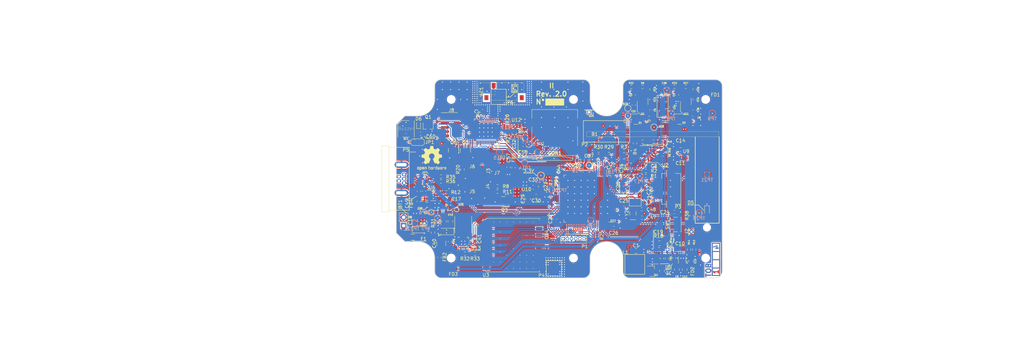
<source format=kicad_pcb>
(kicad_pcb (version 20240108) (generator "pcbnew") (generator_version "8.0")
  (title_block (title "RadIIS Mainboard") (date "2017-03-04") (rev "1.0a") (company "RadIIS"))
  (layers (0 "F.Cu" signal) (1 "In1.Cu" signal "GroundPlane.Cu") (2 "In2.Cu" power "PowerPlane.Cu") (31 "B.Cu" signal) (34 "B.Paste" user) (35 "F.Paste" user) (36 "B.SilkS" user "B.Silkscreen") (37 "F.SilkS" user "F.Silkscreen") (38 "B.Mask" user) (39 "F.Mask" user) (44 "Edge.Cuts" user))
  (net 0 "")
  (net 1 "Net-(BT1-Pad1)")
  (net 2 "+BATT")
  (net 3 "GND")
  (net 4 "Net-(C2-Pad1)")
  (net 5 "Net-(C3-Pad1)")
  (net 6 "A3V3")
  (net 7 "A-2V0")
  (net 8 "Net-(C21-Pad1)")
  (net 9 "Net-(C22-Pad1)")
  (net 10 "+3V3")
  (net 11 "/Nucleo/NRST")
  (net 12 "Net-(P1-Pad1)")
  (net 13 "/Nucleo/TCK")
  (net 14 "/Nucleo/TMS")
  (net 15 "/Nucleo/SWO")
  (net 16 "/RadIIS Sensor Modul/Bias_In+")
  (net 17 "/Biasregulation/2.048_Out")
  (net 18 "Net-(R4-Pad2)")
  (net 19 "Net-(R10-Pad2)")
  (net 20 "Net-(R12-Pad1)")
  (net 21 "Net-(R13-Pad1)")
  (net 22 "Net-(R17-Pad2)")
  (net 23 "/Analog power/SHDN")
  (net 24 "Net-(D2-Pad2)")
  (net 25 "/WiFi_LoRa/ESP_PD")
  (net 26 "/WiFi_LoRa/ESP_BOOT")
  (net 27 "/Battery charger/Charger_STAT")
  (net 28 "/WiFi_LoRa/ESP_RX")
  (net 29 "Net-(CON1-Pad1)")
  (net 30 "Net-(CON1-Pad8)")
  (net 31 "Net-(BZ1-Pad2)")
  (net 32 "/Analog pulsehold/RESET1")
  (net 33 "Net-(C17-Pad1)")
  (net 34 "/Analog pulsehold/RESET2")
  (net 35 "/Ext_Vin")
  (net 36 "Net-(C41-Pad1)")
  (net 37 "/Reg_5V")
  (net 38 "Net-(C47-Pad1)")
  (net 39 "Net-(C48-Pad1)")
  (net 40 "+5VP")
  (net 41 "/Ext_RX")
  (net 42 "/Ext_TX")
  (net 43 "/Ext_GPIO0")
  (net 44 "/Ext_Bout")
  (net 45 "/Ext_Ain")
  (net 46 "Net-(R26-Pad2)")
  (net 47 "Net-(R32-Pad2)")
  (net 48 "/Analog pulsehold/Reset_In1")
  (net 49 "/Analog pulsehold/Reset_In2")
  (net 50 "Net-(U13-Pad6)")
  (net 51 "/Ext_Power_protect/EN_DCDCin")
  (net 52 "/USB_Protection/ID_In")
  (net 53 "/Nucleo/PH1_In(PA0)*a")
  (net 54 "/Nucleo/PH2_In(PA1)*a")
  (net 55 "/Nucleo/Temp_In(PA2)_a")
  (net 56 "/Nucleo/Bias_In(PA3)_a")
  (net 57 "/Nucleo/Bias_Out(PA4)_a")
  (net 58 "/Nucleo/BatSense_In(PA5)_a")
  (net 59 "/Nucleo/LED_Trigger(PA8)*")
  (net 60 "Net-(U17-Pad88)")
  (net 61 "Net-(U17-Pad97)")
  (net 62 "Net-(U17-Pad98)")
  (net 63 "/Nucleo/BLR_DS1_In(PB1)*a")
  (net 64 "/WiFi_LoRa/LR_Reset")
  (net 65 "/WiFi_LoRa/LR_PG0")
  (net 66 "Net-(U3-Pad7)")
  (net 67 "/WiFi_LoRa/LR_SCK")
  (net 68 "/WiFi_LoRa/LR_MISO")
  (net 69 "/WiFi_LoRa/LR_MOSI")
  (net 70 "/WiFi_LoRa/LR_NSS")
  (net 71 "/WiFi_LoRa/ESP_TX")
  (net 72 "/WiFi_LoRa/SP_OUT*")
  (net 73 "Net-(C19-Pad1)")
  (net 74 "Net-(D5-Pad2)")
  (net 75 "Net-(J4-Pad1)")
  (net 76 "Net-(J5-Pad1)")
  (net 77 "Net-(J6-Pad1)")
  (net 78 "/WiFi_LoRa/LoRa_RF")
  (net 79 "/WiFi_LoRa/3.3V_SD")
  (net 80 "/WiFi_LoRa/3.3V_ESP")
  (net 81 "Net-(Q6-Pad3)")
  (net 82 "Net-(Q3-Pad3)")
  (net 83 "Net-(Q2-Pad3)")
  (net 84 "/WiFi_LoRa/LCD_CS")
  (net 85 "/WiFi_LoRa/LCD_MOSI")
  (net 86 "/WiFi_LoRa/LCD_SCK")
  (net 87 "/WiFi_LoRa/LCD_MISO")
  (net 88 "/WiFi_LoRa/LED_B")
  (net 89 "/WiFi_LoRa/LED_G")
  (net 90 "/WiFi_LoRa/LED_R")
  (net 91 "/WiFi_LoRa/ESP_RD")
  (net 92 "/WiFi_LoRa/SD_PON")
  (net 93 "Net-(R21-Pad1)")
  (net 94 "Net-(C12-Pad1)")
  (net 95 "Net-(C10-Pad2)")
  (net 96 "Net-(C10-Pad1)")
  (net 97 "Net-(U8-Pad48)")
  (net 98 "Net-(U8-Pad47)")
  (net 99 "Net-(U8-Pad45)")
  (net 100 "Net-(U8-Pad44)")
  (net 101 "Net-(U8-Pad26)")
  (net 102 "Net-(U8-Pad8)")
  (net 103 "Net-(U8-Pad7)")
  (net 104 "Net-(U8-Pad6)")
  (net 105 "Net-(U8-Pad5)")
  (net 106 "Net-(C16-Pad1)")
  (net 107 "Net-(BZ1-Pad1)")
  (net 108 "Net-(R22-Pad2)")
  (net 109 "Net-(C6-Pad1)")
  (net 110 "Net-(C36-Pad1)")
  (net 111 "Net-(R23-Pad2)")
  (net 112 "/WiFi_LoRa/Button_In")
  (net 113 "Net-(D1-Pad1)")
  (net 114 "Net-(D1-Pad2)")
  (net 115 "Net-(D3-Pad2)")
  (net 116 "Net-(D3-Pad1)")
  (net 117 "/WiFi_LoRa/LCD_MISC")
  (net 118 "/WiFi_LoRa/LCD_DC")
  (net 119 "/WiFi_LoRa/LCD_TCS")
  (net 120 "/WiFi_LoRa/LCD_BUSY")
  (net 121 "/WiFi_LoRa/LCD_RESET")
  (net 122 "/WiFi_LoRa/LCD_GND")
  (net 123 "Net-(AE1-Pad1)")
  (net 124 "/USB_Protection/VBus_In")
  (net 125 "/USB_Protection/Din-")
  (net 126 "/USB_Protection/Din+")
  (net 127 "/USB_Protection/Dout+")
  (net 128 "/USB_Protection/Dout-")
  (net 129 "Net-(U2-Pad8)")
  (net 130 "Net-(U2-Pad1)")
  (net 131 "Net-(U14-Pad6)")
  (net 132 "/Ext_Power_protect/VSW")
  (net 133 "Net-(C9-Pad1)")
  (net 134 "/WiFi_LoRa/SD_CS")
  (net 135 "Net-(C39-Pad2)")
  (net 136 "Net-(C49-Pad2)")
  (net 137 "/Nucleo/STM_BOOT")
  (net 138 "Net-(U8-Pad33)")
  (net 139 "Net-(U8-Pad32)")
  (net 140 "Net-(U8-Pad31)")
  (net 141 "Net-(U8-Pad30)")
  (net 142 "Net-(U8-Pad29)")
  (net 143 "Net-(U8-Pad28)")
  (net 144 "Net-(U8-Pad24)")
  (net 145 "Net-(U8-Pad22)")
  (net 146 "Net-(U17-Pad95)")
  (net 147 "Net-(U17-Pad93)")
  (net 148 "Net-(U17-Pad92)")
  (net 149 "Net-(U17-Pad91)")
  (net 150 "Net-(U17-Pad79)")
  (net 151 "Net-(U17-Pad78)")
  (net 152 "Net-(U17-Pad77)")
  (net 153 "Net-(U17-Pad67)")
  (net 154 "Net-(U17-Pad65)")
  (net 155 "Net-(U17-Pad64)")
  (net 156 "Net-(U17-Pad63)")
  (net 157 "Net-(U17-Pad62)")
  (net 158 "Net-(U17-Pad61)")
  (net 159 "Net-(U17-Pad60)")
  (net 160 "Net-(U17-Pad59)")
  (net 161 "Net-(U17-Pad58)")
  (net 162 "Net-(U17-Pad57)")
  (net 163 "Net-(U17-Pad56)")
  (net 164 "Net-(U17-Pad55)")
  (net 165 "Net-(U17-Pad51)")
  (net 166 "Net-(U17-Pad43)")
  (net 167 "Net-(U17-Pad42)")
  (net 168 "Net-(U17-Pad41)")
  (net 169 "Net-(U17-Pad40)")
  (net 170 "Net-(U17-Pad39)")
  (net 171 "Net-(U17-Pad38)")
  (net 172 "Net-(U17-Pad35)")
  (net 173 "Net-(U17-Pad33)")
  (net 174 "Net-(U17-Pad18)")
  (net 175 "Net-(U17-Pad15)")
  (net 176 "Net-(U17-Pad7)")
  (net 177 "Net-(U17-Pad5)")
  (net 178 "Net-(U17-Pad4)")
  (net 179 "Net-(U17-Pad3)")
  (net 180 "Net-(U17-Pad2)")
  (net 181 "Net-(U8-Pad39)")
  (net 182 "Net-(U3-Pad11)")
  (net 183 "Net-(U3-Pad12)")
  (net 184 "Net-(U3-Pad15)")
  (net 185 "Net-(U3-Pad16)")
  (net 186 "Net-(FB6-Pad2)")
  (net 187 "Net-(R7-Pad2)")
  (net 188 "Net-(C51-Pad2)")
  (net 189 "/Ext_Power_protect/PG_DCDCin")
  (net 190 "Net-(U17-Pad46)")
  (net 191 "Net-(TP20-Pad1)")
  (footprint "RadIIS_Mainboard:6Pin_CardEdge_CON" (layer "F.Cu") (at 147 79.65)
    (property "Reference" "P2")
    (property "Value" "CONN_01X06")
  )
  (footprint "RadIIS_Mainboard:CDRH4d28_FP" (layer "F.Cu") (at 155.5626 119.9106)
    (property "Reference" "L1")
    (property "Value" "CDRH4D28 47uH")
  )
  (footprint "Measurement_Points:Measurement_Point_Round-SMD-Pad_Small" (layer "F.Cu") (at 153.445 72.642 180)
    (property "Reference" "W16")
    (property "Value" "TEST_1P")
  )
  (footprint "Mounting_Holes:MountingHole_2.2mm_M2" (layer "F.Cu") (at 100 70)
    (property "Reference" "REF**" (hide yes))
    (property "Value" "MountingHole_2.2mm_M2")
  )
  (footprint "Mounting_Holes:MountingHole_2.2mm_M2" (layer "F.Cu") (at 137 70)
    (property "Reference" "REF**" (hide yes))
    (property "Value" "MountingHole_2.2mm_M2")
  )
  (footprint "Mounting_Holes:MountingHole_2.2mm_M2" (layer "F.Cu") (at 177 70)
    (property "Reference" "REF**" (hide yes))
    (property "Value" "MountingHole_2.2mm_M2")
  )
  (footprint "Mounting_Holes:MountingHole_2.2mm_M2" (layer "F.Cu") (at 137 118)
    (property "Reference" "REF**" (hide yes))
    (property "Value" "MountingHole_2.2mm_M2")
  )
  (footprint "Mounting_Holes:MountingHole_2.2mm_M2" (layer "F.Cu") (at 100 118)
    (property "Reference" "REF**" (hide yes))
    (property "Value" "MountingHole_2.2mm_M2")
  )
  (footprint "Diode_SMD:D_SOT-23_ANK" (layer "F.Cu") (at 160.7442 121.9934)
    (property "Reference" "D2")
    (property "Value" "ZHCS500")
  )
  (footprint "Connector_PinHeader_1.27mm:PinHeader_1x01_P1.27mm_Vertical" (layer "F.Cu") (at 172.6949 110.0427 -90)
    (property "Reference" "J2")
    (property "Value" "Conn_01x01")
  )
  (footprint "Capacitor_SMD:C_0805_2012Metric" (layer "F.Cu") (at 155.925 115.85)
    (property "Reference" "C1")
    (property "Value" "4.7µF 16V")
  )
  (footprint "Capacitor_SMD:C_0603_1608Metric" (layer "F.Cu") (at 168.35 68.6 -90)
    (property "Reference" "C4")
    (property "Value" "100nF")
  )
  (footprint "Capacitor_SMD:C_0805_2012Metric" (layer "F.Cu") (at 163.025 113.525 180)
    (property "Reference" "C19")
    (property "Value" "1.0µF 50V")
  )
  (footprint "Capacitor_SMD:C_0603_1608Metric" (layer "F.Cu") (at 115.583 75.8924 -90)
    (property "Reference" "C20")
    (property "Value" "100nF")
  )
  (footprint "Capacitor_SMD:C_0603_1608Metric" (layer "F.Cu") (at 158.4 100.5 90)
    (property "Reference" "C21")
    (property "Value" "20pF")
  )
  (footprint "Capacitor_SMD:C_0603_1608Metric" (layer "F.Cu") (at 158.4 97.5 -90)
    (property "Reference" "C22")
    (property "Value" "20pF")
  )
  (footprint "Capacitor_SMD:C_0603_1608Metric" (layer "F.Cu") (at 167.5514 104.061)
    (property "Reference" "C24")
    (property "Value" "100nF")
  )
  (footprint "Capacitor_SMD:C_0603_1608Metric" (layer "F.Cu") (at 151.65 96.3 -90)
    (property "Reference" "C28")
    (property "Value" "100nF")
  )
  (footprint "Capacitor_SMD:C_0603_1608Metric" (layer "F.Cu") (at 151.525 88.0125 -90)
    (property "Reference" "C35")
    (property "Value" "10nF")
  )
  (footprint "Capacitor_SMD:C_0603_1608Metric" (layer "F.Cu") (at 133.871 91.2086 90)
    (property "Reference" "C44")
    (property "Value" "100nF")
  )
  (footprint "Capacitor_SMD:C_0603_1608Metric" (layer "F.Cu") (at 147.35 89.15 45)
    (property "Reference" "C45")
    (property "Value" "100nF")
  )
  (footprint "Capacitor_SMD:C_0603_1608Metric" (layer "F.Cu") (at 157.675 103.225)
    (property "Reference" "C48")
    (property "Value" "4.7pF")
  )
  (footprint "Capacitor_SMD:C_0603_1608Metric" (layer "F.Cu") (at 155.275 93.19 180)
    (property "Reference" "C55")
    (property "Value" "100nF")
  )
  (footprint "LED_SMD:LED_0603_1608Metric" (layer "F.Cu") (at 177.4 103.6375 -90)
    (property "Reference" "D5")
    (property "Value" "LED")
  )
  (footprint "Resistor_SMD:R_0603_1608Metric" (layer "F.Cu") (at 152.275 85.575)
    (property "Reference" "R3")
    (property "Value" "2M2 1%")
  )
  (footprint "Resistor_SMD:R_0603_1608Metric" (layer "F.Cu") (at 155.65 83.3 -90)
    (property "Reference" "R4")
    (property "Value" "115k 1%")
  )
  (footprint "Resistor_SMD:R_0603_1608Metric" (layer "F.Cu") (at 157.9 82.8)
    (property "Reference" "R6")
    (property "Value" "8k2 1%")
  )
  (footprint "Resistor_SMD:R_0603_1608Metric" (layer "F.Cu") (at 162.8875 115.4 180)
    (property "Reference" "R18")
    (property "Value" "6k04 1%")
  )
  (footprint "Resistor_SMD:R_0603_1608Metric" (layer "F.Cu") (at 144.158 111.173 -90)
    (property "Reference" "R25")
    (property "Value" "10k")
  )
  (footprint "Resistor_SMD:R_0603_1608Metric" (layer "F.Cu") (at 173.7 66.9 90)
    (property "Reference" "R26")
    (property "Value" "68k 1%")
  )
  (footprint "Resistor_SMD:R_0603_1608Metric" (layer "F.Cu") (at 171 66.15)
    (property "Reference" "R27")
    (property "Value" "68k 1%")
  )
  (footprint "Resistor_SMD:R_0603_1608Metric" (layer "F.Cu") (at 96.914 93.3295)
    (property "Reference" "R35")
    (property "Value" "22")
  )
  (footprint "Resistor_SMD:R_0603_1608Metric" (layer "F.Cu") (at 172.72 105.1305 -90)
    (property "Reference" "R38")
    (property "Value" "1k")
  )
  (footprint "Resistor_SMD:R_0603_1608Metric" (layer "F.Cu") (at 161.176 82.75 180)
    (property "Reference" "R46")
    (property "Value" "NA/0")
  )
  (footprint "Package_QFP:LQFP-100_14x14mm_P0.5mm" (layer "F.Cu") (at 141.2 100 180)
    (property "Reference" "U17")
    (property "Value" "STM32L476VGTx")
  )
  (footprint "Crystal:Crystal_SMD_G8-2Pin_3.2x1.5mm" (layer "F.Cu") (at 155 104.475 90)
    (property "Reference" "Y2")
    (property "Value" "FX135A-327")
  )
  (footprint "Crystal:Crystal_SMD_Abracon_ABM3-2Pin_5.0x3.2mm" (layer "F.Cu") (at 155.675 99.05 90)
    (property "Reference" "Y1")
    (property "Value" "ABM3-8.000MHZ-D2Y-T")
  )
  (footprint "ESP32PICO-D4:QFN-48-1EP_7x7mm_Pitch0.5mm" (layer "F.Cu") (at 110.59375 79.53125 -90)
    (property "Reference" "U8")
    (property "Value" "ESP32PICO_D4")
  )
  (footprint "Resistor_SMD:R_0603_1608Metric" (layer "F.Cu") (at 173.7 70.05 -90)
    (property "Reference" "R16")
    (property "Value" "59")
  )
  (footprint "Package_TO_SOT_SMD:SOT-23" (layer "F.Cu") (at 169.125 75.95)
    (property "Reference" "D3")
    (property "Value" "D_Schottky_x2_ACom_AKK")
  )
  (footprint "Capacitor_SMD:C_0603_1608Metric" (layer "F.Cu") (at 164.475 66.15 180)
    (property "Reference" "C38")
    (property "Value" "100pF")
  )
  (footprint "RadIIS_Mainboard:2108693-4" (layer "F.Cu") (at 106.4 92 90)
    (property "Reference" "J6")
    (property "Value" "Conn_01x01")
  )
  (footprint "RadIIS_Mainboard:2108693-4" (layer "F.Cu") (at 106.4 96 90)
    (property "Reference" "J5")
    (property "Value" "Conn_01x01")
  )
  (footprint "RadIIS_Mainboard:2108693-4" (layer "F.Cu") (at 109.4 96.3 180)
    (property "Reference" "J4")
    (property "Value" "Conn_01x01")
  )
  (footprint "RadIIS_Mainboard:2108693-4" (layer "F.Cu") (at 113.825 94 -90)
    (property "Reference" "J7")
    (property "Value" "Conn_01x01")
  )
  (footprint "Resistor_SMD:R_0603_1608Metric" (layer "F.Cu") (at 114.0125 96.3)
    (property "Reference" "R8")
    (property "Value" "TBD")
  )
  (footprint "Package_TO_SOT_SMD:SOT-23" (layer "F.Cu") (at 115.7735 100.9495 180)
    (property "Reference" "Q3")
    (property "Value" "RK7002BM")
  )
  (footprint "Jumper:SolderJumper-3_P1.3mm_Bridged12_RoundedPad1.0x1.5mm" (layer "F.Cu") (at 89.8274 82.9282 180)
    (property "Reference" "JP1")
    (property "Value" "SolderJumper_3_Bridged12")
  )
  (footprint "RadIIS_Mainboard:MUSBK152XX" (layer "F.Cu") (at 84.8 94 -90)
    (property "Reference" "P5")
    (property "Value" "USB_OTG")
  )
  (footprint "RadIIS_Mainboard:CUI_CMT-5023S-SMT" (layer "F.Cu") (at 86.3 78.8825 90)
    (property "Reference" "BZ1")
    (property "Value" "Buzzer")
  )
  (footprint "Diode_SMD:D_SOD-523" (layer "F.Cu") (at 90.1 77.6625 90)
    (property "Reference" "D6")
    (property "Value" "1N4148")
  )
  (footprint "Resistor_SMD:R_0603_1608Metric" (layer "F.Cu") (at 158.9 93.19 180)
    (property "Reference" "R1")
    (property "Value" "24k9 1%")
  )
  (footprint "RadIIS_Mainboard:2108693-4" (layer "F.Cu") (at 109.4 91.7)
    (property "Reference" "J3")
    (property "Value" "Conn_01x01")
  )
  (footprint "Package_TO_SOT_SMD:SOT-23" (layer "F.Cu") (at 100.724 85.392 -90)
    (property "Reference" "Q6")
    (property "Value" "RK7002BM")
  )
  (footprint "Resistor_SMD:R_0603_1608Metric" (layer "F.Cu") (at 113.9875 97.9015)
    (property "Reference" "R11")
    (property "Value" "TBD")
  )
  (footprint "Resistor_SMD:R_0603_1608Metric" (layer "F.Cu") (at 103.4 91.2 90)
    (property "Reference" "R20")
    (property "Value" "TBD")
  )
  (footprint "RadIIS_Mainboard:Hirose_FH12-12S-0.5SH_1x12-1MP_P0.50mm_Horizontal" (layer "F.Cu") (at 165 97.05 90)
    (property "Reference" "P3")
    (property "Value" "CONN_01X12")
  )
  (footprint "Capacitor_SMD:C_0805_2012Metric" (layer "F.Cu") (at 89.04 106.5525 90)
    (property "Reference" "C18")
    (property "Value" "4.7µF")
  )
  (footprint "Capacitor_SMD:C_0805_2012Metric" (layer "F.Cu") (at 98.5543 100.1522)
    (property "Reference" "C17")
    (property "Value" "4.7µF")
  )
  (footprint "Capacitor_SMD:C_0805_2012Metric" (layer "F.Cu") (at 99.76896 106.87024 90)
    (property "Reference" "C43")
    (property "Value" "22uF")
  )
  (footprint "Capacitor_SMD:C_0603_1608Metric" (layer "F.Cu") (at 99.625 113 -90)
    (property "Reference" "C39")
    (property "Value" "100nF 50V")
  )
  (footprint "Capacitor_SMD:C_0603_1608Metric" (layer "F.Cu") (at 107.201 112.1635 90)
    (property "Reference" "C41")
    (property "Value" "22nF")
  )
  (footprint "Capacitor_SMD:C_0805_2012Metric" (layer "F.Cu") (at 97.80808 106.87532 90)
    (property "Reference" "C42")
    (property "Value" "22uF")
  )
  (footprint "Capacitor_SMD:C_0603_1608Metric" (layer "F.Cu") (at 128.918 113.8655 90)
    (property "Reference" "C34")
    (property "Value" "100nF")
  )
  (footprint "Housings_DFN_QFN:QFN-16-1EP_3x3mm_Pitch0.5mm" (layer "F.Cu") (at 103.6265 113.335)
    (property "Reference" "U13")
    (property "Value" "TS30041/11")
  )
  (footprint "Resistor_SMD:R_0603_1608Metric" (layer "F.Cu") (at 94.501 110.284 -90)
    (property "Reference" "R31")
    (property "Value" "NA/0")
  )
  (footprint "Capacitor_SMD:C_0805_2012Metric" (layer "F.Cu") (at 169.3625 87.75 180)
    (property "Reference" "C11")
    (property "Value" "1.0µF")
  )
  (footprint "Capacitor_SMD:C_0805_2012Metric" (layer "F.Cu") (at 169.4 83.85 180)
    (property "Reference" "C14")
    (property "Value" "1.0µF")
  )
  (footprint "Resistor_SMD:R_0603_1608Metric" (layer "F.Cu") (at 163.8 118.1375 90)
    (property "Reference" "R17")
    (property "Value" "150k 1%")
  )
  (footprint "Capacitor_SMD:C_0603_1608Metric" (layer "F.Cu") (at 117.361 90.5355 90)
    (property "Reference" "C57")
    (property "Value" "10uF")
  )
  (footprint "Resistor_SMD:R_0603_1608Metric" (layer "F.Cu") (at 165.35 118.1375 -90)
    (property "Reference" "R19")
    (property "Value" "100")
  )
  (footprint "Resistor_SMD:R_0603_1608Metric" (layer "F.Cu") (at 96.914 94.79)
    (property "Reference" "R36")
    (property "Value" "22")
  )
  (footprint "Package_TO_SOT_SMD:TSOT-23" (layer "F.Cu") (at 93.025 78.025 -90)
    (property "Reference" "Q1")
    (property "Value" "DMG1012T-7")
  )
  (footprint "Pin_Headers:Pin_Header_Straight_1x06_Pitch1.27mm" (layer "F.Cu") (at 133.871 112.1255 90)
    (property "Reference" "P1")
    (property "Value" "CONN_01X06")
  )
  (footprint "Capacitor_SMD:C_0603_1608Metric" (layer "F.Cu") (at 172.975 75.525)
    (property "Reference" "C8")
    (property "Value" "100nF")
  )
  (footprint "Capacitor_SMD:C_0603_1608Metric" (layer "F.Cu") (at 152.286 101.8385 180)
    (property "Reference" "C25")
    (property "Value" "100nF")
  )
  (footprint "Package_SO:SOIC-8_3.9x4.9mm_P1.27mm" (layer "F.Cu") (at 160.541 86.535)
    (property "Reference" "U2")
    (property "Value" "LT6010")
  )
  (footprint "Resistor_SMD:R_0603_1608Metric" (layer "F.Cu") (at 147.714 85.4936 180)
    (property "Reference" "R29")
    (property "Value" "1M 1%")
  )
  (footprint "Capacitor_SMD:C_0603_1608Metric" (layer "F.Cu") (at 144.5898 87.0684 180)
    (property "Reference" "C37")
    (property "Value" "100nF")
  )
  (footprint "Package_TO_SOT_SMD:SOT-23-5" (layer "F.Cu") (at 94.5818 99.0702)
    (property "Reference" "U6")
    (property "Value" "MCP73831")
  )
  (footprint "Mounting_Holes:MountingHole_2.2mm_M2" (layer "F.Cu") (at 177 118)
    (property "Reference" "REF**" (hide yes))
    (property "Value" "MountingHole_2.2mm_M2")
  )
  (footprint "Socket_Strips:Socket_Strip_Straight_1x01_Pitch1.27mm" (layer "F.Cu") (at 165.475 115.425 90)
    (property "Reference" "W24")
    (property "Value" "TEST_1P")
  )
  (footprint "Resistor_SMD:R_0603_1608Metric" (layer "F.Cu") (at 173.5354 115.4258 -90)
    (property "Reference" "R13")
    (property "Value" "300k 1%")
  )
  (footprint "Package_SON:WSON-8-1EP_2x2mm_P0.5mm_EP0.9x1.6mm" (layer "F.Cu") (at 169.8854 118.0758 90)
    (property "Reference" "U7")
    (property "Value" "LM27761")
  )
  (footprint "Capacitor_SMD:C_0805_2012Metric" (layer "F.Cu") (at 172.5854 118.9258 90)
    (property "Reference" "C13")
    (property "Value" "4.7µF")
  )
  (footprint "Resistor_SMD:R_0603_1608Metric" (layer "F.Cu") (at 171.9354 115.4258 90)
    (property "Reference" "R14")
    (property "Value" "470k 1%")
  )
  (footprint "Capacitor_SMD:C_0805_2012Metric" (layer "F.Cu") (at 170.6354 121.4758 -90)
    (property "Reference" "C12")
    (property "Value" "4.7µF")
  )
  (footprint "Capacitor_SMD:C_0805_2012Metric" (layer "F.Cu") (at 168.2854 121.4758 -90)
    (property "Reference" "C9")
    (property "Value" "4.7µF")
  )
  (footprint "Capacitor_SMD:C_0805_2012Metric" (layer "F.Cu") (at 163.775 121.875 -90)
    (property "Reference" "C2")
    (property "Value" "1.0µF 50V")
  )
  (footprint "Package_TO_SOT_SMD:SOT-23" (layer "F.Cu") (at 104.28 85.392 -90)
    (property "Reference" "Q2")
    (property "Value" "RK7002BM")
  )
  (footprint "Connector_PinHeader_1.27mm:PinHeader_2x06_P1.27mm_Vertical_SMD" (layer "F.Cu") (at 100.0694 77.8228)
    (property "Reference" "J8")
    (property "Value" "Conn_02x06_Odd_Even")
  )
  (footprint "Measurement_Points:Measurement_Point_Round-SMD-Pad_Small" (layer "F.Cu") (at 127.14 93.012 180)
    (property "Reference" "W22" (hide yes))
    (property "Value" "TEST_1P")
  )
  (footprint "Capacitor_SMD:C_0603_1608Metric" (layer "F.Cu") (at 121.7044 83.6648)
    (property "Reference" "C46")
    (property "Value" "100nF")
  )
  (footprint "RadIIS_Mainboard:Proant440" (layer "F.Cu") (at 115.075 67.6008 90)
    (property "Reference" "AE1")
    (property "Value" "Antenna_Shield")
  )
  (footprint "Capacitor_SMD:C_0805_2012Metric" (layer "F.Cu") (at 119.1136 80.3628 -90)
    (property "Reference" "C32")
    (property "Value" "1.0µF")
  )
  (footprint "RadIIS_Mainboard:STDFN-4" (layer "F.Cu") (at 120.2566 77.3402)
    (property "Reference" "U12")
    (property "Value" "SLG59M1440V")
  )
  (footprint "Inductor_SMD:L_0603_1608Metric" (layer "F.Cu") (at 96.475 117.8 -90)
    (property "Reference" "FB2")
    (property "Value" "1MHZ, 500mA")
  )
  (footprint "Inductor_SMD:L_0603_1608Metric" (layer "F.Cu") (at 91.7832 97.7872 -90)
    (property "Reference" "FB4")
    (property "Value" "Ferrite Bead")
  )
  (footprint "Capacitor_SMD:C_0805_2012Metric" (layer "F.Cu") (at 127.125 96.35 90)
    (property "Reference" "C23")
    (property "Value" "10uF")
  )
  (footprint "Capacitor_SMD:C_0805_2012Metric" (layer "F.Cu") (at 123.2538 100.1517 -90)
    (property "Reference" "C29")
    (property "Value" "1.0µF")
  )
  (footprint "Capacitor_SMD:C_0603_1608Metric" (layer "F.Cu") (at 124.79264 95.42468 180)
    (property "Reference" "C33")
    (property "Value" "100nF")
  )
  (footprint "Capacitor_SMD:C_0603_1608Metric" (layer "F.Cu") (at 125.6922 99.2096)
    (property "Reference" "C30")
    (property "Value" "100nF")
  )
  (footprint "RadIIS_Mainboard:microSD_HC_Wuerth_693072010801" (layer "F.Cu") (at 131.32592 81.1502 180)
    (property "Reference" "CON1")
    (property "Value" "Micro_SD_Card" (hide yes))
  )
  (footprint "MountingHole:MountingHole_2mm" (layer "F.Cu") (at 177.4 108.76)
    (property "Reference" "REF**" (hide yes))
    (property "Value" "MountingHole_2mm")
  )
  (footprint "Capacitor_SMD:C_0603_1608Metric" (layer "F.Cu") (at 121.7044 82.1408)
    (property "Reference" "C58")
    (property "Value" "10uF")
  )
  (footprint "Fuse:Fuse_1206_3216Metric" (layer "F.Cu") (at 88.3385 111.681 180)
    (property "Reference" "F1")
    (property "Value" "Polyfuse")
  )
  (footprint "Connector_PinHeader_2.54mm:PinHeader_1x02_P2.54mm_Vertical" (layer "F.Cu") (at 85.598 108.204 180)
    (property "Reference" "BT1")
    (property "Value" "Battery_Cell")
  )
  (footprint "Capacitor_SMD:C_0603_1608Metric" (layer "F.Cu") (at 90.183 97.7871 -90)
    (property "Reference" "C49")
    (property "Value" "680nF")
  )
  (footprint "Inductor_SMD:L_0603_1608Metric" (layer "F.Cu") (at 90.183 100.8861 -90)
    (property "Reference" "FB3")
    (property "Value" "Ferrite Bead")
  )
  (footprint "Capacitor_SMD:C_0603_1608Metric" (layer "F.Cu") (at 90.775 80.35)
    (property "Reference" "C60")
    (property "Value" "100nF")
  )
  (footprint "Capacitor_SMD:C_0603_1608Metric" (layer "F.Cu") (at 173.7 73.15 -90)
    (property "Reference" "C36")
    (property "Value" "1nF (NP0!)")
  )
  (footprint "Resistor_SMD:R_0603_1608Metric" (layer "F.Cu") (at 167.575 66.15)
    (property "Reference" "R23")
    (property "Value" "120")
  )
  (footprint "Inductor_SMD:L_0603_1608Metric" (layer "F.Cu") (at 167.4752 118.0033 90)
    (property "Reference" "FB1")
    (property "Value" "2MHz, 250mA")
  )
  (footprint "Socket_Strips:Socket_Strip_Straight_1x01_Pitch1.27mm" (layer "F.Cu") (at 141.6942 73.835 180)
    (property "Reference" "W25")
    (property "Value" "TEST_1P")
  )
  (footprint "RadIIS_Mainboard:U.FL_SMD_Amp_Mod" (layer "F.Cu") (at 114.36875 69.21624 180)
    (property "Reference" "P6")
    (property "Value" "A-1JB (U.FL)")
  )
  (footprint "Capacitor_SMD:C_0402_1005Metric" (layer "F.Cu") (at 113.3224 67.1944 180)
    (property "Reference" "C15")
    (property "Value" "C")
  )
  (footprint "Capacitor_SMD:C_0402_1005Metric" (layer "F.Cu") (at 112.84375 68.5128 90)
    (property "Reference" "C16")
    (property "Value" "C")
  )
  (footprint "Inductor_SMD:L_0402_1005Metric" (layer "F.Cu") (at 113.3224 69.8868)
    (property "Reference" "L5")
    (property "Value" "L")
  )
  (footprint "RadIIS_Mainboard:RadIISModule" (layer "F.Cu") (at 161 80.5)
    (property "Reference" "B1")
    (property "Value" "RadIISModule")
  )
  (footprint "Diode_SMD:D_SOD-123F" (layer "F.Cu") (at 90.437 109.395)
    (property "Reference" "D8")
    (property "Value" "D_Schottky_ALT")
  )
  (footprint "Resistor_SMD:R_0603_1608Metric" (layer "F.Cu") (at 104.153 116.6848)
    (property "Reference" "R32")
    (property "Value" "10k")
  )
  (footprint "Resistor_SMD:R_0603_1608Metric" (layer "F.Cu") (at 107.201 116.6848 180)
    (property "Reference" "R33")
    (property "Value" "47k")
  )
  (footprint "Diode_SMD:D_SOD-123F" (layer "F.Cu") (at 98.6128 109.9792 180)
    (property "Reference" "D7")
    (property "Value" "D_Schottky_ALT")
  )
  (footprint "TestPoint:TestPoint_Pad_D1.0mm" (layer "F.Cu") (at 93.975 104.14)
    (property "Reference" "W21")
    (property "Value" "TEST_1P")
  )
  (footprint "Package_TO_SOT_SMD:SOT-23" (layer "F.Cu") (at 97.495 103.14 90)
    (property "Reference" "D4")
    (property "Value" "PMEG2005CT")
  )
  (footprint "Inductor_SMD:L_Taiyo-Yuden_NR-50xx" (layer "F.Cu") (at 103.632 107.8865 90)
    (property "Reference" "L2")
    (property "Value" "4.7uH")
  )
  (footprint "Capacitor_SMD:C_0805_2012Metric" (layer "F.Cu") (at 169.2354 115.1258)
    (property "Reference" "C10")
    (property "Value" "1.0µF")
  )
  (footprint "Resistor_SMD:R_0603_1608Metric" (layer "F.Cu") (at 117.05 78.9 -90)
    (property "Reference" "R21")
    (property "Value" "47k")
  )
  (footprint "RadIIS_Mainboard:XDFN4" (layer "F.Cu") (at 169.431 85.7095 180)
    (property "Reference" "U9")
    (property "Value" "NCP167")
  )
  (footprint "RadIIS_Mainboard:XDFN4" (layer "F.Cu") (at 124.854 97.203 180)
    (property "Reference" "U10")
    (property "Value" "NCP167")
  )
  (footprint "Measurement_Points:Measurement_Point_Round-SMD-Pad_Small" (layer "F.Cu") (at 161.4144 78.3923 -90)
    (property "Reference" "W18")
    (property "Value" "TEST_1P")
  )
  (footprint "RadIIS_Mainboard:HOPERF_RFM9XW_SMD" (layer "F.Cu") (at 118.631 114.094)
    (property "Reference" "U3")
    (property "Value" "RFM95W-868S2")
  )
  (footprint "RadIIS_Mainboard:SW_SPST_PTS810" (layer "F.Cu") (at 167.8816 107.8456 90)
    (property "Reference" "SW1")
    (property "Value" "SW_Push")
  )
  (footprint "Package_TO_SOT_SMD:SOT-23-6" (layer "F.Cu") (at 160.875 118.225 180)
    (property "Reference" "U1")
    (property "Value" "MAX5026")
  )
  (footprint "RadIIS_Mainboard:U.FL_SMD_Amp" (layer "F.Cu") (at 131.064 121.0945 180)
    (property "Reference" "P4")
    (property "Value" "A-1JB (U.FL)")
  )
  (footprint "Capacitor_SMD:C_0603_1608Metric" (layer "F.Cu") (at 131.3945 106.2836 -90)
    (property "Reference" "C27")
    (property "Value" "100nF")
  )
  (footprint "RadIIS_Mainboard:SC-74" (layer "F.Cu") (at 92.1134 94.028 180)
    (property "Reference" "U14")
    (property "Value" "IP4220CZ6")
  )
  (footprint "Resistor_SMD:R_0603_1608Metric" (layer "F.Cu") (at 153 88 90)
    (property "Reference" "R5")
    (property "Value" "220k 1%")
  )
  (footprint "RadIIS_Mainboard:uMAX8" (layer "F.Cu") (at 163.981 72.0656 180)
    (property "Reference" "U5")
    (property "Value" "MAX4541")
  )
  (footprint "Capacitor_SMD:C_0603_1608Metric" (layer "F.Cu") (at 166.57 72.29 90)
    (property "Reference" "C54")
    (property "Value" "100nF")
  )
  (footprint "Package_SO:VSSOP-8_3.0x3.0mm_P0.65mm" (layer "F.Cu") (at 157.925 70.6 90)
    (property "Reference" "U4")
    (property "Value" "OPA2354xxDGK")
  )
  (footprint "Resistor_SMD:R_0603_1608Metric" (layer "F.Cu") (at 160.625 70.05 -90)
    (property "Reference" "R15")
    (property "Value" "59")
  )
  (footprint "Capacitor_SMD:C_0603_1608Metric" (layer "F.Cu") (at 160.625 73.175 -90)
    (property "Reference" "C6")
    (property "Value" "1nF (NP0!)")
  )
  (footprint "Resistor_SMD:R_0603_1608Metric" (layer "F.Cu") (at 157.925 66.175)
    (property "Reference" "R9")
    (property "Value" "68k 1%")
  )
  (footprint "Resistor_SMD:R_0603_1608Metric" (layer "F.Cu") (at 154.5 66.175)
    (property "Reference" "R22")
    (property "Value" "120")
  )
  (footprint "Capacitor_SMD:C_0603_1608Metric" (layer "F.Cu") (at 155.25 68.6 -90)
    (property "Reference" "C5")
    (property "Value" "100nF")
  )
  (footprint "Resistor_SMD:R_0603_1608Metric" (layer "F.Cu") (at 160.625 66.925 90)
    (property "Reference" "R10")
    (property "Value" "68k 1%")
  )
  (footprint "Package_TO_SOT_SMD:SOT-23" (layer "F.Cu") (at 155.925 75.95)
    (property "Reference" "D1")
    (property "Value" "D_Schottky_x2_ACom_AKK")
  )
  (footprint "Capacitor_SMD:C_0603_1608Metric" (layer "F.Cu") (at 155.25 71.7 90)
    (property "Reference" "C31")
    (property "Value" "100pF")
  )
  (footprint "Package_SO:VSSOP-8_3.0x3.0mm_P0.65mm" (layer "F.Cu") (at 171 70.6 90)
    (property "Reference" "U11")
    (property "Value" "OPA2354xxDGK")
  )
  (footprint "Capacitor_SMD:C_0603_1608Metric" (layer "F.Cu") (at 149.2 108.925)
    (property "Reference" "C26")
    (property "Value" "100nF")
  )
  (footprint "Capacitor_SMD:C_1210_3225Metric" (layer "F.Cu") (at 96.975 113.55 90)
    (property "Reference" "C40")
    (property "Value" "10uF 50V")
  )
  (footprint "Inductor_SMD:L_0603_1608Metric" (layer "F.Cu") (at 118.875 90.625 -90)
    (property "Reference" "FB5")
    (property "Value" "1MHZ, 500mA")
  )
  (footprint "Inductor_SMD:L_0603_1608Metric" (layer "F.Cu") (at 122.475 79.825 90)
    (property "Reference" "FB6")
    (property "Value" "1MHZ, 500mA")
  )
  (footprint "Capacitor_SMD:C_0603_1608Metric" (layer "F.Cu") (at 158.9 90.08 180)
    (property "Reference" "C3")
    (property "Value" "100nF")
  )
  (footprint "Resistor_SMD:R_0603_1608Metric" (layer "F.Cu") (at 158.9 91.64 180)
    (property "Reference" "R2")
    (property "Value" "86k6 1%")
  )
  (footprint "Capacitor_SMD:C_0603_1608Metric" (layer "F.Cu") (at 159.9 75.55 180)
    (property "Reference" "C7")
    (property "Value" "100nF")
  )
  (footprint "Capacitor_SMD:C_0805_2012Metric" (layer "F.Cu") (at 92.715 101.88)
    (property "Reference" "C50")
    (property "Value" "4.7µF")
  )
  (footprint "Resistor_SMD:R_0603_1608Metric" (layer "F.Cu") (at 98.5396 98.092)
    (property "Reference" "R12")
    (property "Value" "2k")
  )
  (footprint "TestPoint:TestPoint_Pad_D1.0mm" (layer "F.Cu") (at 101.645 103.32 90)
    (property "Reference" "W20")
    (property "Value" "TEST_1P")
  )
  (footprint "Symbol:OSHW-Logo2_9.8x8mm_SilkScreen" (layer "F.Cu") (at 94.1073 87.7923)
    (property "Reference" "REF**" (hide yes))
    (property "Value" "OSHW-Logo2_9.8x8mm_SilkScreen" (hide yes))
  )
  (footprint "Resistor_SMD:R_0603_1608Metric" (layer "F.Cu") (at 130.175 97.5375 -90)
    (property "Reference" "R7")
    (property "Value" "47k")
  )
  (footprint "Resistor_SMD:R_0603_1608Metric" (layer "F.Cu") (at 131.725 97.5375 -90)
    (property "Reference" "R24")
    (property "Value" "115k 1%")
  )
  (footprint "Capacitor_SMD:C_0603_1608Metric" (layer "F.Cu") (at 109.125 73.4 -45)
    (property "Reference" "C51")
    (property "Value" "100nF")
  )
  (footprint "Resistor_SMD:R_0603_1608Metric" (layer "F.Cu") (at 144.5899 85.4936 180)
    (property "Reference" "R30")
    (property "Value" "2M2 1%")
  )
  (footprint "Capacitor_SMD:C_0603_1608Metric" (layer "F.Cu") (at 157.675 105.775)
    (property "Reference" "C47")
    (property "Value" "4.7pF")
  )
  (footprint "Fiducial:Fiducial_0.75mm_Mask2.25mm" (layer "F.Cu") (at 175 122)
    (property "Reference" "FD2")
    (property "Value" "Fiducial_0.75mm_Mask2.25mm")
  )
  (footprint "Fiducial:Fiducial_0.75mm_Mask2.25mm" (layer "F.Cu") (at 179.185 66.46)
    (property "Reference" "FD1")
    (property "Value" "Fiducial_0.75mm_Mask2.25mm")
  )
  (footprint "Fiducial:Fiducial_0.75mm_Mask2.25mm" (layer "F.Cu") (at 97 122)
    (property "Reference" "FD3")
    (property "Value" "Fiducial_0.75mm_Mask2.25mm")
  )
  (footprint "Measurement_Points:Measurement_Point_Round-SMD-Pad_Small" (layer "F.Cu") (at 141.6873 89.9305)
    (property "Reference" "W15")
    (property "Value" "TEST_1P")
  )
  (footprint "Resistor_SMD:R_0603_1608Metric" (layer "F.Cu") (at 138.925 88.6)
    (property "Reference" "R28")
    (property "Value" "10k")
  )
  (footprint "Resistor_SMD:R_0603_1608Metric" (layer "F.Cu") (at 163.843 82.75)
    (property "Reference" "R45")
    (property "Value" "0/NA")
  )
  (footprint "TestPoint:TestPoint_Pad_D1.5mm" (layer "B.Cu") (at 142.225 106.6)
    (property "Reference" "TP1")
    (property "Value" "TestPoint")
  )
  (footprint "TestPoint:TestPoint_Pad_D1.5mm" (layer "B.Cu") (at 153.45 74.925)
    (property "Reference" "TP3")
    (property "Value" "TestPoint")
  )
  (footprint "TestPoint:TestPoint_Pad_D1.5mm" (layer "B.Cu") (at 95.892 105.933)
    (property "Reference" "TP5")
    (property "Value" "TestPoint")
  )
  (footprint "TestPoint:TestPoint_Pad_D1.5mm" (layer "B.Cu") (at 93.975 104.14)
    (property "Reference" "TP6")
    (property "Value" "TestPoint")
  )
  (footprint "TestPoint:TestPoint_Pad_D1.5mm" (layer "B.Cu") (at 91.8942 107.49)
    (property "Reference" "TP7")
    (property "Value" "TestPoint")
  )
  (footprint "TestPoint:TestPoint_Pad_D1.5mm" (layer "B.Cu") (at 166.57 74.265)
    (property "Reference" "TP8")
    (property "Value" "TestPoint")
  )
  (footprint "TestPoint:TestPoint_Pad_D1.5mm" (layer "B.Cu") (at 179.025 74.2)
    (property "Reference" "TP9")
    (property "Value" "TestPoint")
  )
  (footprint "TestPoint:TestPoint_Pad_D1.5mm" (layer "B.Cu") (at 116.93428 76.6798)
    (property "Reference" "TP11")
    (property "Value" "TestPoint")
  )
  (footprint "TestPoint:TestPoint_Pad_D1.5mm" (layer "B.Cu") (at 126.125 86)
    (property "Reference" "TP12")
    (property "Value" "TestPoint")
  )
  (footprint "TestPoint:TestPoint_Pad_D1.5mm" (layer "B.Cu") (at 122.325 81.6)
    (property "Reference" "TP13")
    (property "Value" "TestPoint")
  )
  (footprint "TestPoint:TestPoint_Pad_D1.5mm" (layer "B.Cu") (at 122.225 89.1)
    (property "Reference" "TP14")
    (property "Value" "TestPoint")
  )
  (footprint "TestPoint:TestPoint_Pad_D1.5mm" (layer "B.Cu") (at 114.625 86)
    (property "Reference" "TP15")
    (property "Value" "TestPoint")
  )
  (footprint "TestPoint:TestPoint_Pad_D1.5mm" (layer "B.Cu") (at 123.457 83.614)
    (property "Reference" "TP16")
    (property "Value" "TestPoint")
  )
  (footprint "TestPoint:TestPoint_Pad_D1.5mm" (layer "B.Cu") (at 157.115 93.19)
    (property "Reference" "TP17")
    (property "Value" "TestPoint")
  )
  (footprint "TestPoint:TestPoint_Pad_D1.5mm" (layer "B.Cu") (at 149.25 90.3)
    (property "Reference" "TP18")
    (property "Value" "TestPoint")
  )
  (footprint "TestPoint:TestPoint_Pad_D1.5mm" (layer "B.Cu") (at 127.14 93.012)
    (property "Reference" "TP19")
    (property "Value" "TestPoint")
  )
  (footprint "TestPoint:TestPoint_Pad_D1.5mm" (layer "B.Cu") (at 165.275 67.25)
    (property "Reference" "TP4")
    (property "Value" "TestPoint")
  )
  (footprint "TestPoint:TestPoint_Pad_D1.5mm" (layer "B.Cu") (at 139.325 89.9305)
    (property "Reference" "TP10")
    (property "Value" "TestPoint")
  )
  (footprint "TestPoint:TestPoint_Pad_D1.5mm" (layer "B.Cu") (at 141.6873 89.9305)
    (property "Reference" "TP2")
    (property "Value" "TestPoint")
  )
  (footprint "TestPoint:TestPoint_Pad_D1.5mm" (layer "B.Cu") (at 175.007 104.343)
    (property "Reference" "TP23")
    (property "Value" "TestPoint")
  )
  (footprint "TestPoint:TestPoint_Pad_D1.5mm" (layer "B.Cu") (at 130.425 97.4)
    (property "Reference" "TP20")
    (property "Value" "TestPoint")
  )
  (footprint "TestPoint:TestPoint_Pad_D1.5mm" (layer "B.Cu") (at 177.425 92.7)
    (property "Reference" "TP21")
    (property "Value" "TestPoint")
  )
  (footprint "TestPoint:TestPoint_Pad_D1.5mm" (layer "B.Cu") (at 88.925 107.5)
    (property "Reference" "TP22")
    (property "Value" "TestPoint")
  )
  (gr_line (start 118.25 67.866) (end 118.25 65.453) (stroke (width 0.15)) (layer "F.SilkS"))
  (gr_poly (pts (xy 128.537 69.771) (xy 134.125 69.771) (xy 134.125 71.803) (xy 128.537 71.803)) (stroke (width 0.1)) (fill solid) (layer "F.SilkS"))
  (gr_line (start 164.3002 78.4324) (end 162.4079 78.4324) (stroke (width 0.15)) (layer "F.SilkS"))
  (gr_line (start 101.6638 102.6132) (end 102.1845 102.0925) (stroke (width 0.15)) (layer "F.SilkS"))
  (gr_line (start 125.0318 92.3008) (end 121.8822 92.3008) (stroke (width 0.15)) (layer "F.SilkS"))
  (gr_line (start 125.743 93.012) (end 125.0318 92.3008) (stroke (width 0.15)) (layer "F.SilkS"))
  (gr_circle (center 127.1654 93.012) (end 126.0986 93.012) (stroke (width 0.15)) (fill none) (layer "F.SilkS"))
  (gr_line (start 169.3802 73.6064) (end 170.4158 74.642) (stroke (width 0.12)) (layer "F.SilkS"))
  (gr_line (start 170.4158 74.642) (end 171.8059 74.642) (stroke (width 0.12)) (layer "F.SilkS"))
  (gr_line (start 105.423 115.11) (end 105.9945 115.6815) (stroke (width 0.15)) (layer "F.SilkS"))
  (gr_line (start 117.869 69.263) (end 119.266 67.866) (stroke (width 0.15)) (layer "F.SilkS"))
  (gr_line (start 157.874 83.6775) (end 164.5415 83.6775) (stroke (width 0.15)) (layer "F.SilkS"))
  (gr_line (start 156.305 73.6) (end 157.3406 74.6356) (stroke (width 0.12)) (layer "F.SilkS"))
  (gr_line (start 166.5862 121.46) (end 166.5862 120.1392) (stroke (width 0.15)) (layer "F.SilkS"))
  (gr_line (start 88.3415 99.997) (end 89.548 99.235) (stroke (width 0.15)) (layer "F.SilkS"))
  (gr_line (start 176.4414 103.5276) (end 174.8666 101.9528) (stroke (width 0.15)) (layer "F.SilkS"))
  (gr_line (start 166.5862 120.1392) (end 166.9926 119.7328) (stroke (width 0.15)) (layer "F.SilkS"))
  (gr_line (start 120.155 65.453) (end 120.155 67.866) (stroke (width 0.15)) (layer "F.SilkS"))
  (gr_circle (center 141.68912 89.93352) (end 142.6594 89.964) (stroke (width 0.15)) (fill none) (layer "F.SilkS"))
  (gr_line (start 181.1 107.45) (end 173.85 107.45) (stroke (width 0.2)) (layer "F.SilkS"))
  (gr_line (start 105.9945 115.6815) (end 108.8774 115.6815) (stroke (width 0.15)) (layer "F.SilkS"))
  (gr_line (start 166.2306 121.46) (end 166.2306 120.19) (stroke (width 0.15)) (layer "F.SilkS"))
  (gr_line (start 166.1798 122.9332) (end 165.367 122.9332) (stroke (width 0.15)) (layer "F.SilkS"))
  (gr_line (start 89.8528 103.2736) (end 92.0245 103.2736) (stroke (width 0.15)) (layer "F.SilkS"))
  (gr_line (start 165.4178 119.7328) (end 163.2334 119.7328) (stroke (width 0.15)) (layer "F.SilkS"))
  (gr_line (start 165.621 84.757) (end 165.621 87.55) (stroke (width 0.15)) (layer "F.SilkS"))
  (gr_line (start 120.2185 82.1535) (end 120.2185 87.6272) (stroke (width 0.15)) (layer "F.SilkS"))
  (gr_line (start 161.2014 115.364) (end 161.2014 112.57) (stroke (width 0.15)) (layer "F.SilkS"))
  (gr_line (start 165.367 122.9332) (end 164.8082 122.3744) (stroke (width 0.15)) (layer "F.SilkS"))
  (gr_line (start 87.4906 85.9) (end 89.2686 85.9) (stroke (width 0.15)) (layer "F.SilkS"))
  (gr_line (start 166.2306 113.459) (end 167.399 113.459) (stroke (width 0.15)) (layer "F.SilkS"))
  (gr_line (start 173.85 107.45) (end 173.85 81.3) (stroke (width 0.2)) (layer "F.SilkS"))
  (gr_line (start 94.9455 81.836) (end 92.5325 81.836) (stroke (width 0.15)) (layer "F.SilkS"))
  (gr_line (start 86.119 99.997) (end 88.3415 99.997) (stroke (width 0.15)) (layer "F.SilkS"))
  (gr_line (start 161.2014 112.57) (end 161.2014 109.522) (stroke (width 0.15)) (layer "F.SilkS"))
  (gr_line (start 85.103 103.045) (end 86.373 104.315) (stroke (width 0.15)) (layer "F.SilkS"))
  (gr_line (start 84.0235 103.045) (end 85.103 103.045) (stroke (width 0.15)) (layer "F.SilkS"))
  (gr_line (start 174.8666 101.9528) (end 171.5646 101.9528) (stroke (width 0.15)) (layer "F.SilkS"))
  (gr_line (start 118.25 65.453) (end 120.155 65.453) (stroke (width 0.15)) (layer "F.SilkS"))
  (gr_line (start 116.853 69.263) (end 116.726 69.263) (stroke (width 0.15)) (layer "F.SilkS"))
  (gr_line (start 92.5325 81.836) (end 91.834 81.1375) (stroke (width 0.15)) (layer "F.SilkS"))
  (gr_line (start 166.8148 114.0432) (end 166.2052 114.6528) (stroke (width 0.15)) (layer "F.SilkS"))
  (gr_line (start 166.8148 114.0432) (end 166.8148 113.459) (stroke (width 0.15)) (layer "F.SilkS"))
  (gr_line (start 163.9065 90.5101) (end 165.8115 90.5101) (stroke (width 0.12)) (layer "F.SilkS"))
  (gr_line (start 88.5828 112.8748) (end 92.3928 112.8748) (stroke (width 0.15)) (layer "F.SilkS"))
  (gr_line (start 117.869 69.263) (end 116.853 69.263) (stroke (width 0.15)) (layer "F.SilkS"))
  (gr_circle (center 161.403461 78.407) (end 162.381361 78.5721) (stroke (width 0.15)) (fill none) (layer "F.SilkS"))
  (gr_line (start 120.155 67.866) (end 118.25 67.866) (stroke (width 0.15)) (layer "F.SilkS"))
  (gr_circle (center 153.4544 72.6412) (end 154.4196 72.692) (stroke (width 0.15)) (fill none) (layer "F.SilkS"))
  (gr_line (start 91.8086 104.5436) (end 93.3834 104.5436) (stroke (width 0.15)) (layer "F.SilkS"))
  (gr_line (start 92.0626 103.2736) (end 92.723 102.6132) (stroke (width 0.15)) (layer "F.SilkS"))
  (gr_line (start 157.3406 74.6356) (end 158.509 74.6356) (stroke (width 0.12)) (layer "F.SilkS"))
  (gr_line (start 165.7734 119.7328) (end 165.4178 119.7328) (stroke (width 0.15)) (layer "F.SilkS"))
  (gr_line (start 102.1845 102.0925) (end 103.7974 102.0925) (stroke (width 0.15)) (layer "F.SilkS"))
  (gr_line (start 166.2306 120.19) (end 165.7734 119.7328) (stroke (width 0.15)) (layer "F.SilkS"))
  (gr_line (start 153.4544 71.674665) (end 152.032 71.674665) (stroke (width 0.15)) (layer "F.SilkS"))
  (gr_line (start 153.8608 99.0826) (end 151.7399 99.0826) (stroke (width 0.15)) (layer "F.SilkS"))
  (gr_line (start 125.743 93.012) (end 126.0986 93.012) (stroke (width 0.15)) (layer "F.SilkS"))
  (gr_line (start 181.1 81.3) (end 181.1 107.45) (stroke (width 0.2)) (layer "F.SilkS"))
  (gr_line (start 145.4534 90.0656) (end 142.7102 90.0656) (stroke (width 0.15)) (layer "F.SilkS"))
  (gr_line (start 162.4968 89.1004) (end 163.9065 90.5101) (stroke (width 0.12)) (layer "F.SilkS"))
  (gr_line (start 88.3034 112.5954) (end 88.5828 112.8748) (stroke (width 0.15)) (layer "F.SilkS"))
  (gr_line (start 164.5415 83.6775) (end 165.621 84.757) (stroke (width 0.15)) (layer "F.SilkS"))
  (gr_line (start 182 70) (end 182 70) (stroke (width 0.15)) (layer "Edge.Cuts"))
  (gr_line (start 83.4 77.6) (end 86 75) (stroke (width 0.15)) (layer "Edge.Cuts"))
  (gr_line (start 90 75) (end 87 75) (stroke (width 0.15)) (layer "Edge.Cuts"))
  (gr_line (start 83.4 110.4) (end 83.4 77.6) (stroke (width 0.15)) (layer "Edge.Cuts"))
  (gr_line (start 90 113) (end 87 113) (stroke (width 0.15)) (layer "Edge.Cuts"))
  (gr_line (start 87 113) (end 86 113) (stroke (width 0.15)) (layer "Edge.Cuts"))
  (gr_line (start 83.4 110.4) (end 86 113) (stroke (width 0.15)) (layer "Edge.Cuts"))
  (gr_line (start 182 74.5) (end 182 70) (stroke (width 0.15)) (layer "Edge.Cuts"))
  (gr_line (start 182 74.5) (end 182 118) (stroke (width 0.15)) (layer "Edge.Cuts"))
  (gr_arc (start 154 124) (mid 152.585786 123.414214) (end 152 122) (stroke (width 0.15)) (layer "Edge.Cuts"))
  (gr_arc (start 142 122) (mid 141.414214 123.414214) (end 140 124) (stroke (width 0.15)) (layer "Edge.Cuts"))
  (gr_arc (start 97 124) (mid 95.585786 123.414214) (end 95 122) (stroke (width 0.15)) (layer "Edge.Cuts"))
  (gr_arc (start 95 70) (mid 93.535534 73.535534) (end 90 75) (stroke (width 0.15)) (layer "Edge.Cuts"))
  (gr_arc (start 90 113) (mid 93.535534 114.464466) (end 95 118) (stroke (width 0.15)) (layer "Edge.Cuts"))
  (gr_arc (start 180 64) (mid 181.414214 64.585786) (end 182 66) (stroke (width 0.15)) (layer "Edge.Cuts"))
  (gr_arc (start 182 122) (mid 181.414214 123.414214) (end 180 124) (stroke (width 0.15)) (layer "Edge.Cuts"))
  (gr_arc (start 142 118) (mid 147 113) (end 152 118) (stroke (width 0.15)) (layer "Edge.Cuts"))
  (gr_arc (start 95 66) (mid 95.585786 64.585786) (end 97 64) (stroke (width 0.15)) (layer "Edge.Cuts"))
  (gr_arc (start 140 64) (mid 141.414214 64.585786) (end 142 66) (stroke (width 0.15)) (layer "Edge.Cuts"))
  (gr_arc (start 152 70) (mid 147 75) (end 142 70) (stroke (width 0.15)) (layer "Edge.Cuts"))
  (gr_arc (start 152 66) (mid 152.585786 64.585786) (end 154 64) (stroke (width 0.15)) (layer "Edge.Cuts"))
  (gr_line (start 95 122) (end 95 118) (stroke (width 0.15)) (layer "Edge.Cuts"))
  (gr_line (start 182 66) (end 182 70) (stroke (width 0.15)) (layer "Edge.Cuts"))
  (gr_line (start 142 66) (end 142 70) (stroke (width 0.15)) (layer "Edge.Cuts"))
  (gr_line (start 152 70) (end 152 66) (stroke (width 0.15)) (layer "Edge.Cuts"))
  (gr_line (start 140 124) (end 97 124) (stroke (width 0.15)) (layer "Edge.Cuts"))
  (gr_line (start 182 118) (end 182 122) (stroke (width 0.15)) (layer "Edge.Cuts"))
  (gr_line (start 180 124) (end 154 124) (stroke (width 0.15)) (layer "Edge.Cuts"))
  (gr_line (start 152 122) (end 152 118) (stroke (width 0.15)) (layer "Edge.Cuts"))
  (gr_line (start 95 70) (end 95 66) (stroke (width 0.15)) (layer "Edge.Cuts"))
  (gr_line (start 87 75) (end 86 75) (stroke (width 0.15)) (layer "Edge.Cuts"))
  (gr_line (start 154 64) (end 180 64) (stroke (width 0.15)) (layer "Edge.Cuts"))
  (gr_line (start 142 118) (end 142 122) (stroke (width 0.15)) (layer "Edge.Cuts"))
  (gr_line (start 97 64) (end 140 64) (stroke (width 0.15)) (layer "Edge.Cuts"))
  (gr_text "1" (at 180.1625 122.152 90) (layer "F.Cu") (effects (font (size 1.5 1.5) (thickness 0.3))))
  (gr_text "TOP" (at 177.8625 121.652 90) (layer "F.Cu") (effects (font (size 1.5 1.5) (thickness 0.3))))
  (gr_text "4" (at 180.2625 114.702 90) (layer "B.Cu") (effects (font (size 1.5 1.5) (thickness 0.3)) (justify mirror)))
  (gr_text "BOT" (at 177.8625 121.652 90) (layer "B.Cu") (effects (font (size 1.5 1.5) (thickness 0.3)) (justify mirror)))
  (gr_text "Rev. 2.0\nN°" (at 125.4382 69.5424 0) (layer "F.SilkS") (effects (font (size 1.5 1.5) (thickness 0.3)) (justify left)))
  (gr_text "3.3V" (at 123.457 91.5896 0) (layer "F.SilkS") (effects (font (size 1 1))))
  (gr_text "II" (at 130.3782 65.8495 0) (layer "F.SilkS") (effects (font (size 1.5 1.5) (thickness 0.3))))
  (gr_text "Bias\nmax" (at 166.8656 113.4082 90) (layer "F.SilkS") (effects (font (size 0.5 0.5) (thickness 0.125)) (justify left)))
  (segment (start 179.0125 121.002) (end 179.0125 118.502) (width 0.25) (layer "F.Cu") (net 0))
  (segment (start 179.0125 123.252) (end 179.0125 121.002) (width 0.25) (layer "F.Cu") (net 0))
  (segment (start 181.2625 123.252) (end 179.0125 123.252) (width 0.25) (layer "F.Cu") (net 0))
  (segment (start 179.0125 118.502) (end 179.0125 116.002) (width 0.25) (layer "F.Cu") (net 0))
  (segment (start 181.2625 121.002) (end 181.2625 123.252) (width 0.25) (layer "F.Cu") (net 0))
  (segment (start 181.2625 118.502) (end 181.2625 121.002) (width 0.25) (layer "F.Cu") (net 0))
  (segment (start 181.2625 116.002) (end 181.2625 118.502) (width 0.25) (layer "F.Cu") (net 0))
  (segment (start 179.0125 118.502) (end 181.2625 118.502) (width 0.25) (layer "F.Cu") (net 0))
  (segment (start 179.0125 113.502) (end 181.2625 113.502) (width 0.25) (layer "F.Cu") (net 0))
  (segment (start 179.0125 116.002) (end 181.2625 116.002) (width 0.25) (layer "F.Cu") (net 0))
  (segment (start 179.0125 116.002) (end 179.0125 113.502) (width 0.25) (layer "F.Cu") (net 0))
  (segment (start 179.0125 121.002) (end 181.2625 121.002) (width 0.25) (layer "F.Cu") (net 0))
  (segment (start 181.2625 113.502) (end 181.2625 116.002) (width 0.25) (layer "F.Cu") (net 0))
  (segment (start 181.2625 113.502) (end 181.2625 123.252) (width 0.25) (layer "B.Cu") (net 0))
  (segment (start 181.2625 121.002) (end 181.2625 118.502) (width 0.25) (layer "B.Cu") (net 0))
  (segment (start 179.0125 123.252) (end 179.0125 113.502) (width 0.25) (layer "B.Cu") (net 0))
  (segment (start 181.2625 118.502) (end 179.0125 118.502) (width 0.25) (layer "B.Cu") (net 0))
  (segment (start 179.0125 113.502) (end 181.2625 113.502) (width 0.25) (layer "B.Cu") (net 0))
  (segment (start 179.0125 116.002) (end 181.2625 116.002) (width 0.25) (layer "B.Cu") (net 0))
  (segment (start 179.0125 118.502) (end 179.0125 116.002) (width 0.25) (layer "B.Cu") (net 0))
  (segment (start 179.0125 123.252) (end 179.0125 121.002) (width 0.25) (layer "B.Cu") (net 0))
  (segment (start 179.0125 121.002) (end 181.2625 121.002) (width 0.25) (layer "B.Cu") (net 0))
  (segment (start 181.2625 123.252) (end 179.0125 123.252) (width 0.25) (layer "B.Cu") (net 0))
  (segment (start 85.598 110.3405) (end 86.9385 111.681) (width 1) (layer "F.Cu") (net 1))
  (segment (start 85.598 108.204) (end 85.598 110.3405) (width 1) (layer "F.Cu") (net 1))
  (segment (start 169.725 86.375) (end 169.725 86.252332) (width 0.25) (layer "F.Cu") (net 2))
  (segment (start 124.474297 97.919337) (end 124.474297 97.717023) (width 0.3) (layer "F.Cu") (net 2))
  (segment (start 123.2538 99.2142) (end 120.4136 99.2142) (width 1) (layer "F.Cu") (net 2))
  (segment (start 120.4136 99.2142) (end 120.409 99.2096) (width 1) (layer "F.Cu") (net 2))
  (segment (start 124.9047 99.2096) (end 123.2584 99.2096) (width 1) (layer "F.Cu") (net 2))
  (segment (start 123.2584 99.2096) (end 123.2538 99.2142) (width 1) (layer "F.Cu") (net 2))
  (segment (start 124.93264 98.18368) (end 124.93264 99.18166) (width 0.35) (layer "F.Cu") (net 2))
  (segment (start 124.93264 99.18166) (end 124.9047 99.2096) (width 0.35) (layer "F.Cu") (net 2))
  (segment (start 124.73864 98.18368) (end 124.73864 99.04354) (width 0.35) (layer "F.Cu") (net 2))
  (segment (start 124.73864 99.04354) (end 124.9047 99.2096) (width 0.35) (layer "F.Cu") (net 2))
  (segment (start 124.93264 98.18368) (end 124.73864 98.18368) (width 0.3) (layer "F.Cu") (net 2))
  (segment (start 124.93264 98.18368) (end 125.161983 97.954337) (width 0.3) (layer "F.Cu") (net 2))
  (segment (start 125.161983 97.954337) (end 125.161983 97.717023) (width 0.3) (layer "F.Cu") (net 2))
  (segment (start 124.73864 98.18368) (end 124.474297 97.919337) (width 0.3) (layer "F.Cu") (net 2))
  (segment (start 148.5015 85.4936) (end 148.5015 86.5857) (width 0.5) (layer "F.Cu") (net 2))
  (segment (start 92.5952 100.0202) (end 93.4818 100.0202) (width 0.5) (layer "F.Cu") (net 2))
  (segment (start 90.945 107.49) (end 91.326 107.109) (width 1) (layer "F.Cu") (net 2))
  (segment (start 154.9875 115.85) (end 154.9875 117.5375) (width 0.5) (layer "F.Cu") (net 2))
  (segment (start 91.655 99.71) (end 91.655 101.7575) (width 0.8) (layer "F.Cu") (net 2))
  (segment (start 166.8656 116.4562) (end 166.8656 115.5926) (width 0.5) (layer "F.Cu") (net 2))
  (segment (start 92.285 99.71) (end 92.5952 100.0202) (width 0.5) (layer "F.Cu") (net 2))
  (segment (start 160.8504 97.3) (end 163.15 97.3) (width 0.25) (layer "F.Cu") (net 2))
  (segment (start 170.355 87.805) (end 170.3 87.75) (width 0.4) (layer "F.Cu") (net 2))
  (segment (start 167.4752 117.0658) (end 166.8656 116.4562) (width 0.5) (layer "F.Cu") (net 2))
  (segment (start 170.3 87.75) (end 170.3 86.95) (width 0.3) (layer "F.Cu") (net 2))
  (segment (start 92.315 100.35) (end 91.655 100.35) (width 0.8) (layer "F.Cu") (net 2))
  (segment (start 166.8656 115.5926) (end 166.8656 115.0084) (width 0.5) (layer "F.Cu") (net 2))
  (segment (start 88.5274 82.9282) (end 87.2874 82.9282) (width 0.62) (layer "F.Cu") (net 2))
  (segment (start 170.3 86.95) (end 169.725 86.375) (width 0.3) (layer "F.Cu") (net 2))
  (segment (start 91.655 101.7575) (end 91.7775 101.88) (width 0.8) (layer "F.Cu") (net 2))
  (segment (start 160.6934 97.457) (end 160.8504 97.3) (width 0.25) (layer "F.Cu") (net 2))
  (segment (start 154.9875 117.5375) (end 155.775 118.325) (width 0.5) (layer "F.Cu") (net 2))
  (segment (start 92.285 99.71) (end 91.655 99.71) (width 0.8) (layer "F.Cu") (net 2))
  (segment (start 98.1194 81.5577) (end 98.1194 82.3324) (width 1) (layer "F.Cu") (net 2))
  (segment (start 89.7385 111.681) (end 89.7385 110.0965) (width 1) (layer "F.Cu") (net 2))
  (segment (start 98.1194 81.5577) (end 98.1194 80.9978) (width 0.5) (layer "F.Cu") (net 2))
  (segment (start 89.7385 110.0965) (end 89.037 109.395) (width 1) (layer "F.Cu") (net 2))
  (segment (start 89.037 109.395) (end 89.037 107.493) (width 1) (layer "F.Cu") (net 2))
  (segment (start 89.04 107.49) (end 90.945 107.49) (width 1) (layer "F.Cu") (net 2))
  (segment (start 148.5015 86.5857) (end 148.5014 86.5858) (width 0.5) (layer "F.Cu") (net 2))
  (segment (start 159.775 118.225) (end 155.875 118.225) (width 0.5) (layer "F.Cu") (net 2))
  (segment (start 89.037 107.493) (end 89.04 107.49) (width 1) (layer "F.Cu") (net 2))
  (segment (start 155.875 118.225) (end 155.775 118.325) (width 0.5) (layer "F.Cu") (net 2))
  (segment (start 98.1194 82.3324) (end 97.1426 83.3092) (width 1) (layer "F.Cu") (net 2))
  (via (at 91.8942 106.4867) (size 0.55) (drill 0.3) (layers "F.Cu" "B.Cu") (net 2))
  (via (at 91.8942 107.4867) (size 0.55) (drill 0.3) (layers "F.Cu" "B.Cu") (net 2))
  (via (at 120.409 99.2096) (size 0.55) (drill 0.3) (layers "F.Cu" "B.Cu") (net 2))
  (via (at 120.409 98.1936) (size 0.55) (drill 0.3) (layers "F.Cu" "B.Cu") (net 2))
  (via (at 119.393 99.2096) (size 0.55) (drill 0.3) (layers "F.Cu" "B.Cu") (net 2))
  (via (at 119.393 98.1936) (size 0.55) (drill 0.3) (layers "F.Cu" "B.Cu") (net 2))
  (via (at 121.425 97.1776) (size 0.55) (drill 0.3) (layers "F.Cu" "B.Cu") (net 2))
  (via (at 120.409 97.1776) (size 0.55) (drill 0.3) (layers "F.Cu" "B.Cu") (net 2))
  (via (at 119.393 97.1776) (size 0.55) (drill 0.3) (layers "F.Cu" "B.Cu") (net 2))
  (via (at 153.5306 114.2718) (size 0.45) (drill 0.2) (layers "F.Cu" "B.Cu") (net 2))
  (via (at 154.1306 114.2718) (size 0.45) (drill 0.2) (layers "F.Cu" "B.Cu") (net 2))
  (via (at 154.7306 114.2718) (size 0.45) (drill 0.2) (layers "F.Cu" "B.Cu") (net 2))
  (via (at 153.5306 114.8718) (size 0.45) (drill 0.2) (layers "F.Cu" "B.Cu") (net 2))
  (via (at 153.5306 115.4718) (size 0.45) (drill 0.2) (layers "F.Cu" "B.Cu") (net 2))
  (via (at 153.5306 116.0718) (size 0.45) (drill 0.2) (layers "F.Cu" "B.Cu") (net 2))
  (via (at 166.8656 115.0084) (size 0.55) (drill 0.3) (layers "F.Cu" "B.Cu") (net 2))
  (via (at 166.8656 115.5926) (size 0.55) (drill 0.3) (layers "F.Cu" "B.Cu") (net 2))
  (via (at 91.655 99.71) (size 0.55) (drill 0.3) (layers "F.Cu" "B.Cu") (net 2))
  (via (at 91.655 100.35) (size 0.55) (drill 0.3) (layers "F.Cu" "B.Cu") (net 2))
  (via (at 92.315 100.35) (size 0.55) (drill 0.3) (layers "F.Cu" "B.Cu") (net 2))
  (via (at 87.2874 82.9282) (size 0.55) (drill 0.3) (layers "F.Cu" "B.Cu") (net 2))
  (via (at 148.5014 86.5858) (size 0.55) (drill 0.3) (layers "F.Cu" "B.Cu") (net 2))
  (via (at 171.4122 87.3986) (size 0.55) (drill 0.3) (layers "F.Cu" "B.Cu") (net 2))
  (via (at 171.4122 88.1098) (size 0.55) (drill 0.3) (layers "F.Cu" "B.Cu") (net 2))
  (via (at 90.8815 107.49) (size 0.55) (drill 0.3) (layers "F.Cu" "B.Cu") (net 2))
  (via (at 90.8942 106.4867) (size 0.55) (drill 0.3) (layers "F.Cu" "B.Cu") (net 2))
  (via (at 97.1426 83.3092) (size 0.55) (drill 0.3) (layers "F.Cu" "B.Cu") (net 2))
  (via (at 160.6934 97.457) (size 0.55) (drill 0.3) (layers "F.Cu" "B.Cu") (net 2))
  (via (at 92.285 99.71) (size 0.55) (drill 0.3) (layers "F.Cu" "B.Cu") (net 2))
  (segment (start 103.14675 113.81475) (end 103.1765 113.785) (width 0.25) (layer "F.Cu") (net 3))
  (segment (start 169.075 85.075) (end 169.075 85.247668) (width 0.25) (layer "F.Cu") (net 3))
  (segment (start 124.00514 96.21018) (end 124.18064 96.38568) (width 0.3) (layer "F.Cu") (net 3))
  (segment (start 124.18064 96.38568) (end 124.474297 96.679337) (width 0.3) (layer "F.Cu") (net 3))
  (segment (start 124.00514 95.42468) (end 124.00514 96.21018) (width 0.3) (layer "F.Cu") (net 3))
  (segment (start 163.67 73.98) (end 163.67 75.38) (width 0.4) (layer "F.Cu") (net 3))
  (segment (start 165.6972 97.33) (end 165.6972 96.6442) (width 0.25) (layer "F.Cu") (net 3))
  (segment (start 120.9169 81.2419) (end 120.875 81.2) (width 0.25) (layer "F.Cu") (net 3))
  (segment (start 151.65 97.05) (end 150.775 97.05) (width 0.25) (layer "F.Cu") (net 3))
  (segment (start 161.420159 93.712722) (end 161.420159 94.080089) (width 0.5) (layer "F.Cu") (net 3))
  (segment (start 121.3848 77.1402) (end 121.5 77.025) (width 0.2) (layer "F.Cu") (net 3))
  (segment (start 165.6972 95.6282) (end 165.369 95.3) (width 0.25) (layer "F.Cu") (net 3))
  (segment (start 103.33 84.59956) (end 102.26324 85.66632) (width 0.25) (layer "F.Cu") (net 3))
  (segment (start 129.02592 82.7002) (end 129.02592 84.17912) (width 0.8) (layer "F.Cu") (net 3))
  (segment (start 152.825 97.05) (end 151.65 97.05) (width 0.5) (layer "F.Cu") (net 3))
  (segment (start 158.65 82.8) (end 158.680979 82.769021) (width 0.5) (layer "F.Cu") (net 3))
  (segment (start 169.6354 119.0258) (end 169.6354 119.630386) (width 0.25) (layer "F.Cu") (net 3))
  (segment (start 103.3765 111.86) (end 103.3765 112.685) (width 0.25) (layer "F.Cu") (net 3))
  (segment (start 135.7 92.1) (end 135.7 91.124998) (width 0.25) (layer "F.Cu") (net 3))
  (segment (start 165.2272 97.8) (end 165.6972 97.33) (width 0.25) (layer "F.Cu") (net 3))
  (segment (start 90.183 96.9996) (end 89.3246 96.9996) (width 0.8) (layer "F.Cu") (net 3))
  (segment (start 163.15 96.8) (end 160.8746 96.8) (width 0.2) (layer "F.Cu") (net 3))
  (segment (start 163.15 96.8) (end 165.5414 96.8) (width 0.25) (layer "F.Cu") (net 3))
  (segment (start 149.1 97) (end 149.1 96.5) (width 0.25) (layer "F.Cu") (net 3))
  (segment (start 135.137502 90.5625) (end 134.14 90.5625) (width 0.25) (layer "F.Cu") (net 3))
  (segment (start 110.65 65.7358) (end 110.65 64.625) (width 0.4) (layer "F.Cu") (net 3))
  (segment (start 160.8746 96.8) (end 160.6934 96.6188) (width 0.2) (layer "F.Cu") (net 3))
  (segment (start 133.525 105.5) (end 134.825 105.5) (width 0.25) (layer "F.Cu") (net 3))
  (segment (start 134.648 90.5625) (end 134.073 90.5625) (width 0.25) (layer "F.Cu") (net 3))
  (segment (start 152.825 97.05) (end 151.6875 97.05) (width 0.5) (layer "F.Cu") (net 3))
  (segment (start 151.6875 97.05) (end 151.65 97.0875) (width 0.5) (layer "F.Cu") (net 3))
  (segment (start 158.4 98.25) (end 157.8 98.25) (width 0.5) (layer "F.Cu") (net 3))
  (segment (start 120.875 81.2) (end 120.375 81.2) (width 0.25) (layer "F.Cu") (net 3))
  (segment (start 158.2708 116.3292) (end 157.75 116.85) (width 0.3) (layer "F.Cu") (net 3))
  (segment (start 151.16 101.5) (end 151.4985 101.8385) (width 0.25) (layer "F.Cu") (net 3))
  (segment (start 150.725 97) (end 149.975 97) (width 0.25) (layer "F.Cu") (net 3))
  (segment (start 120.375 81.2) (end 120.125 81.45) (width 0.25) (layer "F.Cu") (net 3))
  (segment (start 161.45032 94.71888) (end 161.45032 93.68256) (width 0.2) (layer "F.Cu") (net 3))
  (segment (start 156.5024 88.7956) (end 155.8581 88.7956) (width 0.4) (layer "F.Cu") (net 3))
  (segment (start 157.75 116.85) (end 156.025 116.85) (width 0.3) (layer "F.Cu") (net 3))
  (segment (start 113.8322 67.1944) (end 114.37904 67.74124) (width 0.1) (layer "F.Cu") (net 3))
  (segment (start 103.8765 111.86) (end 103.8765 112.685) (width 0.25) (layer "F.Cu") (net 3))
  (segment (start 165.6972 96.6442) (end 165.6972 95.6282) (width 0.25) (layer "F.Cu") (net 3))
  (segment (start 148 76.6) (end 148 78.025) (width 1) (layer "F.Cu") (net 3))
  (segment (start 158.425 105.775) (end 158.425 105.365426) (width 0.25) (layer "F.Cu") (net 3))
  (segment (start 147.275 109.875) (end 149.475 109.875) (width 0.25) (layer "F.Cu") (net 3))
  (segment (start 120.9169 82.1408) (end 120.9169 81.2419) (width 0.25) (layer "F.Cu") (net 3))
  (segment (start 110.65 65.7358) (end 111.6358 65.7358) (width 0.4) (layer "F.Cu") (net 3))
  (segment (start 110.65 65.7358) (end 109.4892 65.7358) (width 0.4) (layer "F.Cu") (net 3))
  (segment (start 87.975 96.5) (end 88.825 96.5) (width 0.8) (layer "F.Cu") (net 3))
  (segment (start 161.45032 93.68256) (end 160.6934 92.92564) (width 0.2) (layer "F.Cu") (net 3))
  (segment (start 148.875 101.5) (end 147.354 101.5) (width 0.25) (layer "F.Cu") (net 3))
  (segment (start 102.8765 114.085) (end 103.14675 113.81475) (width 0.25) (layer "F.Cu") (net 3))
  (segment (start 147.88033 88.63033) (end 148.15 88.9) (width 0.25) (layer "F.Cu") (net 3))
  (segment (start 160.6934 92.985963) (end 161.420159 93.712722) (width 0.5) (layer "F.Cu") (net 3))
  (segment (start 87.75 96.275) (end 87.975 96.5) (width 0.8) (layer "F.Cu") (net 3))
  (segment (start 158.2804 116.3292) (end 158.2804 116.3946) (width 0.4) (layer "F.Cu") (net 3))
  (segment (start 165.5414 96.8) (end 165.6972 96.6442) (width 0.25) (layer "F.Cu") (net 3))
  (segment (start 157.8 99.75) (end 158.4 99.75) (width 0.5) (layer "F.Cu") (net 3))
  (segment (start 120.125 81.85) (end 119.225 82.75) (width 0.25) (layer "F.Cu") (net 3))
  (segment (start 150.6225 101.5) (end 150.1 101.5) (width 0.25) (layer "F.Cu") (net 3))
  (segment (start 160.6934 92.92564) (end 160.6934 92.985963) (width 0.5) (layer "F.Cu") (net 3))
  (segment (start 120.125 81.45) (end 120.125 81.85) (width 0.25) (layer "F.Cu") (net 3))
  (segment (start 169.4564 119.809386) (end 169.4564 120.3424) (width 0.25) (layer "F.Cu") (net 3))
  (segment (start 168.4625 84.4625) (end 169.075 85.075) (width 0.3) (layer "F.Cu") (net 3))
  (segment (start 148.15 89.6) (end 146.7 91.05) (width 0.25) (layer "F.Cu") (net 3))
  (segment (start 102.26324 85.66632) (end 102.26324 86.1794) (width 0.25) (layer "F.Cu") (net 3))
  (segment (start 157.8 98.25) (end 157.05 99) (width 0.5) (layer "F.Cu") (net 3))
  (segment (start 120.6241 77.1402) (end 121.3848 77.1402) (width 0.2) (layer "F.Cu") (net 3))
  (segment (start 89.3246 96.9996) (end 88.825 96.5) (width 0.8) (layer "F.Cu") (net 3))
  (segment (start 102.6798 116.6848) (end 103.3655 116.6848) (width 0.25) (layer "F.Cu") (net 3))
  (segment (start 150.0625 97.0875) (end 149.975 97) (width 0.5) (layer "F.Cu") (net 3))
  (segment (start 150.1 101.5) (end 149.1 101.5) (width 0.25) (layer "F.Cu") (net 3))
  (segment (start 157.05 99) (end 157.8 99.75) (width 0.5) (layer "F.Cu") (net 3))
  (segment (start 158.4 98.2875) (end 158.4 99.7125) (width 0.5) (layer "F.Cu") (net 3))
  (segment (start 102.1515 116.1565) (end 102.6798 116.6848) (width 0.25) (layer "F.Cu") (net 3))
  (segment (start 102.1515 114.085) (end 102.8765 114.085) (width 0.25) (layer "F.Cu") (net 3))
  (segment (start 146.7 91.05) (end 146.7 92.1) (width 0.25) (layer "F.Cu") (net 3))
  (segment (start 149.95 108) (end 149.95 108.925) (width 0.5) (layer "F.Cu") (net 3))
  (segment (start 147.88033 88.61967) (end 147.88033 88.63033) (width 0.25) (layer "F.Cu") (net 3))
  (segment (start 163.15 95.3) (end 162.03144 95.3) (width 0.2) (layer "F.Cu") (net 3))
  (segment (start 113.8074 67.1944) (end 113.8322 67.1944) (width 0.1) (layer "F.Cu") (net 3))
  (segment (start 102.1515 114.085) (end 102.1515 116.1565) (width 0.25) (layer "F.Cu") (net 3))
  (segment (start 158.066 88.44) (end 156.858 88.44) (width 0.4) (layer "F.Cu") (net 3))
  (segment (start 103.8765 112.685) (end 104.0765 112.885) (width 0.25) (layer "F.Cu") (net 3))
  (segment (start 149.975 97) (end 149.1 97) (width 0.25) (layer "F.Cu") (net 3))
  (segment (start 103.33 84.392) (end 103.33 84.59956) (width 0.25) (layer "F.Cu") (net 3))
  (segment (start 156.858 88.44) (end 156.5024 88.7956) (width 0.4) (layer "F.Cu") (net 3))
  (segment (start 161.291894 97.8) (end 160.68832 98.403574) (width 0.2) (layer "F.Cu") (net 3))
  (segment (start 169.6354 119.630386) (end 169.4564 119.809386) (width 0.25) (layer "F.Cu") (net 3))
  (segment (start 87.75 95.3) (end 87.75 96.275) (width 0.8) (layer "F.Cu") (net 3))
  (segment (start 146.7 107.9) (end 146.7 109.3) (width 0.25) (layer "F.Cu") (net 3))
  (segment (start 151.65 97.0875) (end 150.0625 97.0875) (width 0.5) (layer "F.Cu") (net 3))
  (segment (start 148.875 101.5) (end 151.16 101.5) (width 0.25) (layer "F.Cu") (net 3))
  (segment (start 162.03144 95.3) (end 161.45032 94.71888) (width 0.2) (layer "F.Cu") (net 3))
  (segment (start 103.3765 112.685) (end 103.1765 112.885) (width 0.25) (layer "F.Cu") (net 3))
  (segment (start 163.15 97.8) (end 165.2272 97.8) (width 0.25) (layer "F.Cu") (net 3))
  (segment (start 150.775 97.05) (end 150.725 97) (width 0.25) (layer "F.Cu") (net 3))
  (segment (start 110.65 65.7358) (end 110.65 67) (width 0.4) (layer "F.Cu") (net 3))
  (segment (start 149.475 109.875) (end 149.95 109.4) (width 0.25) (layer "F.Cu") (net 3))
  (segment (start 165.369 95.3) (end 164.5014 95.3) (width 0.25) (layer "F.Cu") (net 3))
  (segment (start 149.95 109.4) (end 149.95 108.925) (width 0.25) (layer "F.Cu") (net 3))
  (segment (start 135.7 91.124998) (end 135.137502 90.5625) (width 0.25) (layer "F.Cu") (net 3))
  (segment (start 93.2118 94.028) (end 94.5772 94.028) (width 0.5) (layer "F.Cu") (net 3))
  (segment (start 163.15 97.8) (end 161.291894 97.8) (width 0.2) (layer "F.Cu") (net 3))
  (segment (start 168.4625 83.85) (end 168.4625 84.4625) (width 0.3) (layer "F.Cu") (net 3))
  (segment (start 163.15 95.3) (end 164.5014 95.3) (width 0.25) (layer "F.Cu") (net 3))
  (segment (start 169.4564 120.3424) (end 169.4564 120.571) (width 0.25) (layer "F.Cu") (net 3))
  (segment (start 158.2804 116.3292) (end 158.2708 116.3292) (width 0.3) (layer "F.Cu") (net 3))
  (segment (start 146.7 109.3) (end 147.275 109.875) (width 0.25) (layer "F.Cu") (net 3))
  (segment (start 155.8581 88.7956) (end 155.8 88.7375) (width 0.4) (layer "F.Cu") (net 3))
  (via (at 160.68832 98.403574) (size 0.55) (drill 0.3) (layers "F.Cu" "B.Cu") (net 3))
  (via (at 137.325 94.5) (size 0.55) (drill 0.3) (layers "F.Cu" "B.Cu") (net 3))
  (via (at 139.325 94.5) (size 0.55) (drill 0.3) (layers "F.Cu" "B.Cu") (net 3))
  (via (at 141.325 94.5) (size 0.55) (drill 0.3) (layers "F.Cu" "B.Cu") (net 3))
  (via (at 143.325 94.5) (size 0.55) (drill 0.3) (layers "F.Cu" "B.Cu") (net 3))
  (via (at 135.325 96.5) (size 0.55) (drill 0.3) (layers "F.Cu" "B.Cu") (net 3))
  (via (at 137.325 96.5) (size 0.55) (drill 0.3) (layers "F.Cu" "B.Cu") (net 3))
  (via (at 139.325 96.5) (size 0.55) (drill 0.3) (layers "F.Cu" "B.Cu") (net 3))
  (via (at 141.325 96.5) (size 0.55) (drill 0.3) (layers "F.Cu" "B.Cu") (net 3))
  (via (at 143.325 96.5) (size 0.55) (drill 0.3) (layers "F.Cu" "B.Cu") (net 3))
  (via (at 135.325 98.5) (size 0.55) (drill 0.3) (layers "F.Cu" "B.Cu") (net 3))
  (via (at 137.325 98.5) (size 0.55) (drill 0.3) (layers "F.Cu" "B.Cu") (net 3))
  (via (at 139.325 98.5) (size 0.55) (drill 0.3) (layers "F.Cu" "B.Cu") (net 3))
  (via (at 141.325 98.5) (size 0.55) (drill 0.3) (layers "F.Cu" "B.Cu") (net 3))
  (via (at 143.325 98.5) (size 0.55) (drill 0.3) (layers "F.Cu" "B.Cu") (net 3))
  (via (at 147.325 98.5) (size 0.55) (drill 0.3) (layers "F.Cu" "B.Cu") (net 3))
  (via (at 135.325 100.5) (size 0.55) (drill 0.3) (layers "F.Cu" "B.Cu") (net 3))
  (via (at 137.325 100.5) (size 0.55) (drill 0.3) (layers "F.Cu" "B.Cu") (net 3))
  (via (at 139.325 100.5) (size 0.55) (drill 0.3) (layers "F.Cu" "B.Cu") (net 3))
  (via (at 141.325 100.5) (size 0.55) (drill 0.3) (layers "F.Cu" "B.Cu") (net 3))
  (via (at 135.325 102.5) (size 0.55) (drill 0.3) (layers "F.Cu" "B.Cu") (net 3))
  (via (at 137.325 102.5) (size 0.55) (drill 0.3) (layers "F.Cu" "B.Cu") (net 3))
  (via (at 139.325 102.5) (size 0.55) (drill 0.3) (layers "F.Cu" "B.Cu") (net 3))
  (via (at 141.325 102.5) (size 0.55) (drill 0.3) (layers "F.Cu" "B.Cu") (net 3))
  (via (at 143.325 102.5) (size 0.55) (drill 0.3) (layers "F.Cu" "B.Cu") (net 3))
  (via (at 145.325 102.5) (size 0.55) (drill 0.3) (layers "F.Cu" "B.Cu") (net 3))
  (via (at 147.325 102.5) (size 0.55) (drill 0.3) (layers "F.Cu" "B.Cu") (net 3))
  (via (at 135.325 104.5) (size 0.55) (drill 0.3) (layers "F.Cu" "B.Cu") (net 3))
  (via (at 137.325 104.5) (size 0.55) (drill 0.3) (layers "F.Cu" "B.Cu") (net 3))
  (via (at 139.325 104.5) (size 0.55) (drill 0.3) (layers "F.Cu" "B.Cu") (net 3))
  (via (at 141.325 104.5) (size 0.55) (drill 0.3) (layers "F.Cu" "B.Cu") (net 3))
  (via (at 143.325 104.5) (size 0.55) (drill 0.3) (layers "F.Cu" "B.Cu") (net 3))
  (via (at 145.325 104.5) (size 0.55) (drill 0.3) (layers "F.Cu" "B.Cu") (net 3))
  (via (at 147.325 104.5) (size 0.55) (drill 0.3) (layers "F.Cu" "B.Cu") (net 3))
  (via (at 91.326 85.138) (size 0.55) (drill 0.3) (layers "F.Cu" "B.Cu") (net 3))
  (via (at 91.326 89.202) (size 0.55) (drill 0.3) (layers "F.Cu" "B.Cu") (net 3))
  (via (at 161.049 89.71) (size 0.55) (drill 0.3) (layers "F.Cu" "B.Cu") (net 3))
  (via (at 111.59092 74.16656) (size 0.55) (drill 0.3) (layers "F.Cu" "B.Cu") (net 3))
  (via (at 111.59092 71.61386) (size 0.55) (drill 0.3) (layers "F.Cu" "B.Cu") (net 3))
  (via (at 114.13092 73.54426) (size 0.55) (drill 0.3) (layers "F.Cu" "B.Cu") (net 3))
  (via (at 114.13092 74.17926) (size 0.55) (drill 0.3) (layers "F.Cu" "B.Cu") (net 3))
  (via (at 114.13092 72.27426) (size 0.55) (drill 0.3) (layers "F.Cu" "B.Cu") (net 3))
  (via (at 114.13092 72.90926) (size 0.55) (drill 0.3) (layers "F.Cu" "B.Cu") (net 3))
  (via (at 108.41592 71.62656) (size 0.55) (drill 0.3) (layers "F.Cu" "B.Cu") (net 3))
  (via (at 107.78092 71.62656) (size 0.55) (drill 0.3) (layers "F.Cu" "B.Cu") (net 3))
  (via (at 107.14592 71.62656) (size 0.55) (drill 0.3) (layers "F.Cu" "B.Cu") (net 3))
  (via (at 123.02092 70.99156) (size 0.55) (drill 0.3) (layers "F.Cu" "B.Cu") (net 3))
  (via (at 123.65592 70.35656) (size 0.55) (drill 0.3) (layers "F.Cu" "B.Cu") (net 3))
  (via (at 124.29092 69.72156) (size 0.55) (drill 0.3) (layers "F.Cu" "B.Cu") (net 3))
  (via (at 123.65592 71.62656) (size 0.55) (drill 0.3) (layers "F.Cu" "B.Cu") (net 3))
  (via (at 121.75092 71.62656) (size 0.55) (drill 0.3) (layers "F.Cu" "B.Cu") (net 3))
  (via (at 121.11592 71.62656) (size 0.55) (drill 0.3) (layers "F.Cu" "B.Cu") (net 3))
  (via (at 120.48092 71.62656) (size 0.55) (drill 0.3) (layers "F.Cu" "B.Cu") (net 3))
  (via (at 119.84592 71.62656) (size 0.55) (drill 0.3) (layers "F.Cu" "B.Cu") (net 3))
  (via (at 119.21092 71.62656) (size 0.55) (drill 0.3) (layers "F.Cu" "B.Cu") (net 3))
  (via (at 118.57592 71.62656) (size 0.55) (drill 0.3) (layers "F.Cu" "B.Cu") (net 3))
  (via (at 117.94092 71.62656) (size 0.55) (drill 0.3) (layers "F.Cu" "B.Cu") (net 3))
  (via (at 117.30592 71.62656) (size 0.55) (drill 0.3) (layers "F.Cu" "B.Cu") (net 3))
  (via (at 110.95592 72.89656) (size 0.55) (drill 0.3) (layers "F.Cu" "B.Cu") (net 3))
  (via (at 110.95592 73.53156) (size 0.55) (drill 0.3) (layers "F.Cu" "B.Cu") (net 3))
  (via (at 111.59092 72.89656) (size 0.55) (drill 0.3) (layers "F.Cu" "B.Cu") (net 3))
  (via (at 111.59092 73.53156) (size 0.55) (drill 0.3) (layers "F.Cu" "B.Cu") (net 3))
  (via (at 111.59092 72.26156) (size 0.55) (drill 0.3) (layers "F.Cu" "B.Cu") (net 3))
  (via (at 116.03592 71.62656) (size 0.55) (drill 0.3) (layers "F.Cu" "B.Cu") (net 3))
  (via (at 115.40092 71.62656) (size 0.55) (drill 0.3) (layers "F.Cu" "B.Cu") (net 3))
  (via (at 114.76592 71.62656) (size 0.55) (drill 0.3) (layers "F.Cu" "B.Cu") (net 3))
  (via (at 114.13092 71.62656) (size 0.55) (drill 0.3) (layers "F.Cu" "B.Cu") (net 3))
  (via (at 110.95592 71.62656) (size 0.55) (drill 0.3) (layers "F.Cu" "B.Cu") (net 3))
  (via (at 110.32092 71.62656) (size 0.55) (drill 0.3) (layers "F.Cu" "B.Cu") (net 3))
  (via (at 109.68592 71.62656) (size 0.55) (drill 0.3) (layers "F.Cu" "B.Cu") (net 3))
  (via (at 109.05092 71.62656) (size 0.55) (drill 0.3) (layers "F.Cu" "B.Cu") (net 3))
  (via (at 123.02092 71.62656) (size 0.55) (drill 0.3) (layers "F.Cu" "B.Cu") (net 3))
  (via (at 124.29092 70.99156) (size 0.55) (drill 0.3) (layers "F.Cu" "B.Cu") (net 3))
  (via (at 123.65592 70.99156) (size 0.55) (drill 0.3) (layers "F.Cu" "B.Cu") (net 3))
  (via (at 116.67092 71.62656) (size 0.55) (drill 0.3) (layers "F.Cu" "B.Cu") (net 3))
  (via (at 114.76592 72.90926) (size 0.55) (drill 0.3) (layers "F.Cu" "B.Cu") (net 3))
  (via (at 114.76592 72.27426) (size 0.55) (drill 0.3) (layers "F.Cu" "B.Cu") (net 3))
  (via (at 114.76592 73.54426) (size 0.55) (drill 0.3) (layers "F.Cu" "B.Cu") (net 3))
  (via (at 110.95592 72.26156) (size 0.55) (drill 0.3) (layers "F.Cu" "B.Cu") (net 3))
  (via (at 123.65592 68.45156) (size 0.55) (drill 0.3) (layers "F.Cu" "B.Cu") (net 3))
  (via (at 123.02092 68.45156) (size 0.55) (drill 0.3) (layers "F.Cu" "B.Cu") (net 3))
  (via (at 107.78092 68.45156) (size 0.55) (drill 0.3) (layers "F.Cu" "B.Cu") (net 3))
  (via (at 107.14592 68.45156) (size 0.55) (drill 0.3) (layers "F.Cu" "B.Cu") (net 3))
  (via (at 106.51092 68.45156) (size 0.55) (drill 0.3) (layers "F.Cu" "B.Cu") (net 3))
  (via (at 124.29092 67.81656) (size 0.55) (drill 0.3) (layers "F.Cu" "B.Cu") (net 3))
  (via (at 107.78092 67.18156) (size 0.55) (drill 0.3) (layers "F.Cu" "B.Cu") (net 3))
  (via (at 107.14592 67.18156) (size 0.55) (drill 0.3) (layers "F.Cu" "B.Cu") (net 3))
  (via (at 106.51092 67.18156) (size 0.55) (drill 0.3) (layers "F.Cu" "B.Cu") (net 3))
  (via (at 124.29092 66.54656) (size 0.55) (drill 0.3) (layers "F.Cu" "B.Cu") (net 3))
  (via (at 123.65592 66.54656) (size 0.55) (drill 0.3) (layers "F.Cu" "B.Cu") (net 3))
  (via (at 123.02092 65.91156) (size 0.55) (drill 0.3) (layers "F.Cu" "B.Cu") (net 3))
  (via (at 107.78092 65.91156) (size 0.55) (drill 0.3) (layers "F.Cu" "B.Cu") (net 3))
  (via (at 107.14592 65.91156) (size 0.55) (drill 0.3) (layers "F.Cu" "B.Cu") (net 3))
  (via (at 106.51092 65.91156) (size 0.55) (drill 0.3) (layers "F.Cu" "B.Cu") (net 3))
  (via (at 124.29092 65.27656) (size 0.55) (drill 0.3) (layers "F.Cu" "B.Cu") (net 3))
  (via (at 123.65592 65.27656) (size 0.55) (drill 0.3) (layers "F.Cu" "B.Cu") (net 3))
  (via (at 123.02092 65.27656) (size 0.55) (drill 0.3) (layers "F.Cu" "B.Cu") (net 3))
  (via (at 124.29092 69.08656) (size 0.55) (drill 0.3) (layers "F.Cu" "B.Cu") (net 3))
  (via (at 123.65592 69.08656) (size 0.55) (drill 0.3) (layers "F.Cu" "B.Cu") (net 3))
  (via (at 123.02092 69.08656) (size 0.55) (drill 0.3) (layers "F.Cu" "B.Cu") (net 3))
  (via (at 107.78092 69.08656) (size 0.55) (drill 0.3) (layers "F.Cu" "B.Cu") (net 3))
  (via (at 107.14592 69.08656) (size 0.55) (drill 0.3) (layers "F.Cu" "B.Cu") (net 3))
  (via (at 123.65592 67.81656) (size 0.55) (drill 0.3) (layers "F.Cu" "B.Cu") (net 3))
  (via (at 122.38592 71.62656) (size 0.55) (drill 0.3) (layers "F.Cu" "B.Cu") (net 3))
  (via (at 107.78092 66.54656) (size 0.55) (drill 0.3) (layers "F.Cu" "B.Cu") (net 3))
  (via (at 107.14592 66.54656) (size 0.55) (drill 0.3) (layers "F.Cu" "B.Cu") (net 3))
  (via (at 106.51092 66.54656) (size 0.55) (drill 0.3) (layers "F.Cu" "B.Cu") (net 3))
  (via (at 124.29092 65.91156) (size 0.55) (drill 0.3) (layers "F.Cu" "B.Cu") (net 3))
  (via (at 123.65592 65.91156) (size 0.55) (drill 0.3) (layers "F.Cu" "B.Cu") (net 3))
  (via (at 107.14592 65.27656) (size 0.55) (drill 0.3) (layers "F.Cu" "B.Cu") (net 3))
  (via (at 106.51092 65.27656) (size 0.55) (drill 0.3) (layers "F.Cu" "B.Cu") (net 3))
  (via (at 109.05092 70.99156) (size 0.55) (drill 0.3) (layers "F.Cu" "B.Cu") (net 3))
  (via (at 108.41592 70.99156) (size 0.55) (drill 0.3) (layers "F.Cu" "B.Cu") (net 3))
  (via (at 107.78092 70.99156) (size 0.55) (drill 0.3) (layers "F.Cu" "B.Cu") (net 3))
  (via (at 107.14592 70.99156) (size 0.55) (drill 0.3) (layers "F.Cu" "B.Cu") (net 3))
  (via (at 106.51092 70.99156) (size 0.55) (drill 0.3) (layers "F.Cu" "B.Cu") (net 3))
  (via (at 124.29092 70.35656) (size 0.55) (drill 0.3) (layers "F.Cu" "B.Cu") (net 3))
  (via (at 123.02092 67.18156) (size 0.55) (drill 0.3) (layers "F.Cu" "B.Cu") (net 3))
  (via (at 119.21092 70.99156) (size 0.55) (drill 0.3) (layers "F.Cu" "B.Cu") (net 3))
  (via (at 118.57592 70.99156) (size 0.55) (drill 0.3) (layers "F.Cu" "B.Cu") (net 3))
  (via (at 117.94092 70.99156) (size 0.55) (drill 0.3) (layers "F.Cu" "B.Cu") (net 3))
  (via (at 117.30592 70.99156) (size 0.55) (drill 0.3) (layers "F.Cu" "B.Cu") (net 3))
  (via (at 116.67092 70.99156) (size 0.55) (drill 0.3) (layers "F.Cu" "B.Cu") (net 3))
  (via (at 116.03592 70.99156) (size 0.55) (drill 0.3) (layers "F.Cu" "B.Cu") (net 3))
  (via (at 107.78092 65.27656) (size 0.55) (drill 0.3) (layers "F.Cu" "B.Cu") (net 3))
  (via (at 123.02092 70.35656) (size 0.55) (drill 0.3) (layers "F.Cu" "B.Cu") (net 3))
  (via (at 107.78092 70.35656) (size 0.55) (drill 0.3) (layers "F.Cu" "B.Cu") (net 3))
  (via (at 107.14592 70.35656) (size 0.55) (drill 0.3) (layers "F.Cu" "B.Cu") (net 3))
  (via (at 106.51092 70.35656) (size 0.55) (drill 0.3) (layers "F.Cu" "B.Cu") (net 3))
  (via (at 123.65592 69.72156) (size 0.55) (drill 0.3) (layers "F.Cu" "B.Cu") (net 3))
  (via (at 123.02092 69.72156) (size 0.55) (drill 0.3) (layers "F.Cu" "B.Cu") (net 3))
  (via (at 107.78092 69.72156) (size 0.55) (drill 0.3) (layers "F.Cu" "B.Cu") (net 3))
  (via (at 107.14592 69.72156) (size 0.55) (drill 0.3) (layers "F.Cu" "B.Cu") (net 3))
  (via (at 124.29092 68.45156) (size 0.55) (drill 0.3) (layers "F.Cu" "B.Cu") (net 3))
  (via (at 123.02092 67.81656) (size 0.55) (drill 0.3) (layers "F.Cu" "B.Cu") (net 3))
  (via (at 107.78092 67.81656) (size 0.55) (drill 0.3) (layers "F.Cu" "B.Cu") (net 3))
  (via (at 107.14592 67.81656) (size 0.55) (drill 0.3) (layers "F.Cu" "B.Cu") (net 3))
  (via (at 106.51092 67.81656) (size 0.55) (drill 0.3) (layers "F.Cu" "B.Cu") (net 3))
  (via (at 124.29092 67.18156) (size 0.55) (drill 0.3) (layers "F.Cu" "B.Cu") (net 3))
  (via (at 123.65592 67.18156) (size 0.55) (drill 0.3) (layers "F.Cu" "B.Cu") (net 3))
  (via (at 123.02092 66.54656) (size 0.55) (drill 0.3) (layers "F.Cu" "B.Cu") (net 3))
  (via (at 107.78092 64.62656) (size 0.55) (drill 0.3) (layers "F.Cu" "B.Cu") (net 3))
  (via (at 106.51092 64.62656) (size 0.55) (drill 0.3) (layers "F.Cu" "B.Cu") (net 3))
  (via (at 107.14592 64.62656) (size 0.55) (drill 0.3) (layers "F.Cu" "B.Cu") (net 3))
  (via (at 123.02092 64.62656) (size 0.55) (drill 0.3) (layers "F.Cu" "B.Cu") (net 3))
  (via (at 123.65592 64.62656) (size 0.55) (drill 0.3) (layers "F.Cu" "B.Cu") (net 3))
  (via (at 124.29092 64.62656) (size 0.55) (drill 0.3) (layers "F.Cu" "B.Cu") (net 3))
  (via (at 114.125 74.9) (size 0.55) (drill 0.3) (layers "F.Cu" "B.Cu") (net 3))
  (via (at 108.825 65) (size 0.55) (drill 0.3) (layers "F.Cu" "B.Cu") (net 3))
  (via (at 108.825 67) (size 0.55) (drill 0.3) (layers "F.Cu" "B.Cu") (net 3))
  (via (at 108.825 69) (size 0.55) (drill 0.3) (layers "F.Cu" "B.Cu") (net 3))
  (via (at 117.325 69) (size 0.55) (drill 0.3) (layers "F.Cu" "B.Cu") (net 3))
  (via (at 119.325 69) (size 0.55) (drill 0.3) (layers "F.Cu" "B.Cu") (net 3))
  (via (at 119.325 67) (size 0.55) (drill 0.3) (layers "F.Cu" "B.Cu") (net 3))
  (via (at 121.325 67) (size 0.55) (drill 0.3) (layers "F.Cu" "B.Cu") (net 3))
  (via (at 121.325 65) (size 0.55) (drill 0.3) (layers "F.Cu" "B.Cu") (net 3))
  (via (at 119.325 65) (size 0.55) (drill 0.3) (layers "F.Cu" "B.Cu") (net 3))
  (via (at 117.325 65) (size 0.55) (drill 0.3) (layers "F.Cu" "B.Cu") (net 3))
  (via (at 117.325 67) (size 0.55) (drill 0.3) (layers "F.Cu" "B.Cu") (net 3))
  (via (at 115.325 65) (size 0.55) (drill 0.3) (layers "F.Cu" "B.Cu") (net 3))
  (via (at 110.825 67.5) (size 0.55) (drill 0.3) (layers "F.Cu" "B.Cu") (net 3))
  (via (at 97.325 64.75) (size 0.55) (drill 0.3) (layers "F.Cu" "B.Cu") (net 3))
  (via (at 99.825 64.75) (size 0.55) (drill 0.3) (layers "F.Cu" "B.Cu") (net 3))
  (via (at 102.325 64.75) (size 0.55) (drill 0.3) (layers "F.Cu" "B.Cu") (net 3))
  (via (at 104.825 64.75) (size 0.55) (drill 0.3) (layers "F.Cu" "B.Cu") (net 3))
  (via (at 104.825 67) (size 0.55) (drill 0.3) (layers "F.Cu" "B.Cu") (net 3))
  (via (at 104.825 70) (size 0.55) (drill 0.3) (layers "F.Cu" "B.Cu") (net 3))
  (via (at 102.825 70) (size 0.55) (drill 0.3) (layers "F.Cu" "B.Cu") (net 3))
  (via (at 102.325 67) (size 0.55) (drill 0.3) (layers "F.Cu" "B.Cu") (net 3))
  (via (at 99.825 67) (size 0.55) (drill 0.3) (layers "F.Cu" "B.Cu") (net 3))
  (via (at 97.325 67) (size 0.55) (drill 0.3) (layers "F.Cu" "B.Cu") (net 3))
  (via (at 95.825 70) (size 0.55) (drill 0.3) (layers "F.Cu" "B.Cu") (net 3))
  (via (at 95.825 73) (size 0.55) (drill 0.3) (layers "F.Cu" "B.Cu") (net 3))
  (via (at 127.325 64.75) (size 0.55) (drill 0.3) (layers "F.Cu" "B.Cu") (net 3))
  (via (at 135.325 64.75) (size 0.55) (drill 0.3) (layers "F.Cu" "B.Cu") (net 3))
  (via (at 139.825 64.75) (size 0.55) (drill 0.3) (layers "F.Cu" "B.Cu") (net 3))
  (via (at 139.825 67.5) (size 0.55) (drill 0.3) (layers "F.Cu" "B.Cu") (net 3))
  (via (at 135.325 67) (size 0.55) (drill 0.3) (layers "F.Cu" "B.Cu") (net 3))
  (via (at 131.075 67) (size 0.55) (drill 0.3) (layers "F.Cu" "B.Cu") (net 3))
  (via (at 127.325 67) (size 0.55) (drill 0.3) (layers "F.Cu" "B.Cu") (net 3))
  (via (at 127.325 69.5) (size 0.55) (drill 0.3) (layers "F.Cu" "B.Cu") (net 3))
  (via (at 127.325 72.25) (size 0.55) (drill 0.3) (layers "F.Cu" "B.Cu") (net 3))
  (via (at 131.075 72.25) (size 0.55) (drill 0.3) (layers "F.Cu" "B.Cu") (net 3))
  (via (at 134.825 72.25) (size 0.55) (drill 0.3) (layers "F.Cu" "B.Cu") (net 3))
  (via (at 131.075 69) (size 0.55) (drill 0.3) (layers "F.Cu" "B.Cu") (net 3))
  (via (at 139.825 70.5) (size 0.55) (drill 0.3) (layers "F.Cu" "B.Cu") (net 3))
  (via (at 127.325 78.5) (size 0.55) (drill 0.3) (layers "F.Cu" "B.Cu") (net 3))
  (via (at 131.325 78.5) (size 0.55) (drill 0.3) (layers "F.Cu" "B.Cu") (net 3))
  (via (at 135.325 78.5) (size 0.55) (drill 0.3) (layers "F.Cu" "B.Cu") (net 3))
  (via (at 131.325 75.5) (size 0.55) (drill 0.3) (layers "F.Cu" "B.Cu") (net 3))
  (via (at 136.825 82.5) (size 0.55) (drill 0.3) (layers "F.Cu" "B.Cu") (net 3))
  (via (at 135.325 75.5) (size 0.55) (drill 0.3) (layers "F.Cu" "B.Cu") (net 3))
  (via (at 106.51092 69.72156) (size 0.55) (drill 0.3) (layers "F.Cu" "B.Cu") (net 3))
  (via (at 106.51092 69.08656) (size 0.55) (drill 0.3) (layers "F.Cu" "B.Cu") (net 3))
  (via (at 169.431 85.7095) (size 0.45) (drill 0.2) (layers "F.Cu" "B.Cu") (net 3))
  (via (at 129.351 117.9195) (size 0.55) (drill 0.3) (layers "F.Cu" "B.Cu") (net 3))
  (via (at 128.651 117.9195) (size 0.55) (drill 0.3) (layers "F.Cu" "B.Cu") (net 3))
  (via (at 134.251 123.5195) (size 0.55) (drill 0.3) (layers "F.Cu" "B.Cu") (net 3))
  (via (at 133.551 123.5195) (size 0.55) (drill 0.3) (layers "F.Cu" "B.Cu") (net 3))
  (via (at 132.851 123.5195) (size 0.55) (drill 0.3) (layers "F.Cu" "B.Cu") (net 3))
  (via (at 132.151 123.5195) (size 0.55) (drill 0.3) (layers "F.Cu" "B.Cu") (net 3))
  (via (at 131.451 123.5195) (size 0.55) (drill 0.3) (layers "F.Cu" "B.Cu") (net 3))
  (via (at 130.751 123.5195) (size 0.55) (drill 0.3) (layers "F.Cu" "B.Cu") (net 3))
  (via (at 130.051 123.5195) (size 0.55) (drill 0.3) (layers "F.Cu" "B.Cu") (net 3))
  (via (at 129.351 123.5195) (size 0.55) (drill 0.3) (layers "F.Cu" "B.Cu") (net 3))
  (via (at 128.651 123.5195) (size 0.55) (drill 0.3) (layers "F.Cu" "B.Cu") (net 3))
  (via (at 134.251 122.8195) (size 0.55) (drill 0.3) (layers "F.Cu" "B.Cu") (net 3))
  (via (at 132.851 122.8195) (size 0.55) (drill 0.3) (layers "F.Cu" "B.Cu") (net 3))
  (via (at 129.351 122.8195) (size 0.55) (drill 0.3) (layers "F.Cu" "B.Cu") (net 3))
  (via (at 133.551 122.8195) (size 0.55) (drill 0.3) (layers "F.Cu" "B.Cu") (net 3))
  (via (at 134.251 122.1195) (size 0.55) (drill 0.3) (layers "F.Cu" "B.Cu") (net 3))
  (via (at 134.251 121.4195) (size 0.55) (drill 0.3) (layers "F.Cu" "B.Cu") (net 3))
  (via (at 133.551 120.7195) (size 0.55) (drill 0.3) (layers "F.Cu" "B.Cu") (net 3))
  (via (at 128.651 122.8195) (size 0.55) (drill 0.3) (layers "F.Cu" "B.Cu") (net 3))
  (via (at 133.551 122.1195) (size 0.55) (drill 0.3) (layers "F.Cu" "B.Cu") (net 3))
  (via (at 132.851 122.1195) (size 0.55) (drill 0.3) (layers "F.Cu" "B.Cu") (net 3))
  (via (at 128.651 122.1195) (size 0.55) (drill 0.3) (layers "F.Cu" "B.Cu") (net 3))
  (via (at 133.551 121.4195) (size 0.55) (drill 0.3) (layers "F.Cu" "B.Cu") (net 3))
  (via (at 133.551 120.7195) (size 0.55) (drill 0.3) (layers "F.Cu" "B.Cu") (net 3))
  (via (at 132.851 120.0195) (size 0.55) (drill 0.3) (layers "F.Cu" "B.Cu") (net 3))
  (via (at 129.351 120.0195) (size 0.55) (drill 0.3) (layers "F.Cu" "B.Cu") (net 3))
  (via (at 128.651 120.0195) (size 0.55) (drill 0.3) (layers "F.Cu" "B.Cu") (net 3))
  (via (at 132.851 119.3195) (size 0.55) (drill 0.3) (layers "F.Cu" "B.Cu") (net 3))
  (via (at 129.351 119.3195) (size 0.55) (drill 0.3) (layers "F.Cu" "B.Cu") (net 3))
  (via (at 128.651 119.3195) (size 0.55) (drill 0.3) (layers "F.Cu" "B.Cu") (net 3))
  (via (at 132.851 118.6195) (size 0.55) (drill 0.3) (layers "F.Cu" "B.Cu") (net 3))
  (via (at 132.151 118.6195) (size 0.55) (drill 0.3) (layers "F.Cu" "B.Cu") (net 3))
  (via (at 131.451 118.6195) (size 0.55) (drill 0.3) (layers "F.Cu" "B.Cu") (net 3))
  (via (at 130.751 118.6195) (size 0.55) (drill 0.3) (layers "F.Cu" "B.Cu") (net 3))
  (via (at 130.051 118.6195) (size 0.55) (drill 0.3) (layers "F.Cu" "B.Cu") (net 3))
  (via (at 129.351 118.6195) (size 0.55) (drill 0.3) (layers "F.Cu" "B.Cu") (net 3))
  (via (at 128.651 118.6195) (size 0.55) (drill 0.3) (layers "F.Cu" "B.Cu") (net 3))
  (via (at 132.851 117.9195) (size 0.55) (drill 0.3) (layers "F.Cu" "B.Cu") (net 3))
  (via (at 132.151 117.9195) (size 0.55) (drill 0.3) (layers "F.Cu" "B.Cu") (net 3))
  (via (at 131.451 117.9195) (size 0.55) (drill 0.3) (layers "F.Cu" "B.Cu") (net 3))
  (via (at 130.751 117.9195) (size 0.55) (drill 0.3) (layers "F.Cu" "B.Cu") (net 3))
  (via (at 130.051 117.9195) (size 0.55) (drill 0.3) (layers "F.Cu" "B.Cu") (net 3))
  (via (at 169.46 122.4078) (size 0.55) (drill 0.3) (layers "F.Cu" "B.Cu") (net 3))
  (via (at 114.8144 107.1598) (size 0.45) (drill 0.2) (layers "F.Cu" "B.Cu") (net 3))
  (via (at 116.8144 107.1598) (size 0.45) (drill 0.2) (layers "F.Cu" "B.Cu") (net 3))
  (via (at 118.8144 107.1598) (size 0.45) (drill 0.2) (layers "F.Cu" "B.Cu") (net 3))
  (via (at 120.8144 107.1598) (size 0.45) (drill 0.2) (layers "F.Cu" "B.Cu") (net 3))
  (via (at 122.8144 107.1598) (size 0.45) (drill 0.2) (layers "F.Cu" "B.Cu") (net 3))
  (via (at 124.8144 107.1598) (size 0.45) (drill 0.2) (layers "F.Cu" "B.Cu") (net 3))
  (via (at 122.8144 111.1598) (size 0.45) (drill 0.2) (layers "F.Cu" "B.Cu") (net 3))
  (via (at 124.8144 111.1598) (size 0.45) (drill 0.2) (layers "F.Cu" "B.Cu") (net 3))
  (via (at 120.8144 113.1598) (size 0.45) (drill 0.2) (layers "F.Cu" "B.Cu") (net 3))
  (via (at 122.8144 113.1598) (size 0.45) (drill 0.2) (layers "F.Cu" "B.Cu") (net 3))
  (via (at 124.8144 113.1598) (size 0.45) (drill 0.2) (layers "F.Cu" "B.Cu") (net 3))
  (via (at 118.8144 115.1598) (size 0.45) (drill 0.2) (layers "F.Cu" "B.Cu") (net 3))
  (via (at 116.8144 117.1598) (size 0.45) (drill 0.2) (layers "F.Cu" "B.Cu") (net 3))
  (via (at 120.8144 117.1598) (size 0.45) (drill 0.2) (layers "F.Cu" "B.Cu") (net 3))
  (via (at 122.8144 117.1598) (size 0.45) (drill 0.2) (layers "F.Cu" "B.Cu") (net 3))
  (via (at 124.8144 117.1598) (size 0.45) (drill 0.2) (layers "F.Cu" "B.Cu") (net 3))
  (via (at 112.8144 119.1598) (size 0.45) (drill 0.2) (layers "F.Cu" "B.Cu") (net 3))
  (via (at 114.8144 119.1598) (size 0.45) (drill 0.2) (layers "F.Cu" "B.Cu") (net 3))
  (via (at 118.8144 119.1598) (size 0.45) (drill 0.2) (layers "F.Cu" "B.Cu") (net 3))
  (via (at 120.8144 119.1598) (size 0.45) (drill 0.2) (layers "F.Cu" "B.Cu") (net 3))
  (via (at 122.8144 119.1598) (size 0.45) (drill 0.2) (layers "F.Cu" "B.Cu") (net 3))
  (via (at 124.8144 119.1598) (size 0.45) (drill 0.2) (layers "F.Cu" "B.Cu") (net 3))
  (via (at 116.8144 121.1598) (size 0.45) (drill 0.2) (layers "F.Cu" "B.Cu") (net 3))
  (via (at 118.8144 121.1598) (size 0.45) (drill 0.2) (layers "F.Cu" "B.Cu") (net 3))
  (via (at 120.8144 121.1598) (size 0.45) (drill 0.2) (layers "F.Cu" "B.Cu") (net 3))
  (via (at 122.8144 121.1598) (size 0.45) (drill 0.2) (layers "F.Cu" "B.Cu") (net 3))
  (via (at 124.8144 121.1598) (size 0.45) (drill 0.2) (layers "F.Cu" "B.Cu") (net 3))
  (via (at 98.565 110.4364) (size 0.55) (drill 0.3) (layers "F.Cu" "B.Cu") (net 3))
  (via (at 151.6891 89.9005) (size 0.55) (drill 0.3) (layers "F.Cu" "B.Cu") (net 3))
  (via (at 163.62 75.43) (size 0.55) (drill 0.3) (layers "F.Cu" "B.Cu") (net 3))
  (via (at 168.045 70.58) (size 0.55) (drill 0.3) (layers "F.Cu" "B.Cu") (net 3))
  (via (at 168.68 70.58) (size 0.55) (drill 0.3) (layers "F.Cu" "B.Cu") (net 3))
  (via (at 162.1 66.8) (size 0.55) (drill 0.3) (layers "F.Cu" "B.Cu") (net 3))
  (via (at 162.1 65.8) (size 0.55) (drill 0.3) (layers "F.Cu" "B.Cu") (net 3))
  (via (at 168.065 71.91) (size 0.55) (drill 0.3) (layers "F.Cu" "B.Cu") (net 3))
  (via (at 168.065 71.275) (size 0.55) (drill 0.3) (layers "F.Cu" "B.Cu") (net 3))
  (via (at 172.955 121.38) (size 0.55) (drill 0.3) (layers "F.Cu" "B.Cu") (net 3))
  (via (at 129.325 99.5) (size 0.55) (drill 0.3) (layers "F.Cu" "B.Cu") (net 3))
  (via (at 117.234 98.727) (size 0.55) (drill 0.3) (layers "F.Cu" "B.Cu") (net 3))
  (via (at 160.6934 96.6188) (size 0.55) (drill 0.3) (layers "F.Cu" "B.Cu") (net 3))
  (via (at 167.0942 122.3998) (size 0.55) (drill 0.3) (layers "F.Cu" "B.Cu") (net 3))
  (via (at 157.215 94.62) (size 0.55) (drill 0.3) (layers "F.Cu" "B.Cu") (net 3))
  (via (at 167.272 88.313) (size 0.55) (drill 0.3) (layers "F.Cu" "B.Cu") (net 3))
  (via (at 160.825 113) (size 0.55) (drill 0.3) (layers "F.Cu" "B.Cu") (net 3))
  (via (at 108.585 78.613) (size 0.55) (drill 0.3) (layers "F.Cu" "B.Cu") (net 3))
  (via (at 99.825 102) (size 0.55) (drill 0.3) (layers "F.Cu" "B.Cu") (net 3))
  (via (at 159.779 103.934) (size 0.55) (drill 0.3) (layers "F.Cu" "B.Cu") (net 3))
  (via (at 171.325 117) (size 0.55) (drill 0.3) (layers "F.Cu" "B.Cu") (net 3))
  (via (at 127.325 75.5) (size 0.55) (drill 0.3) (layers "F.Cu" "B.Cu") (net 3))
  (via (at 166.383 94.536) (size 0.55) (drill 0.3) (layers "F.Cu" "B.Cu") (net 3))
  (via (at 160.875 118.225) (size 0.55) (drill 0.3) (layers "F.Cu" "B.Cu") (net 3))
  (via (at 131.15 87.85) (size 0.55) (drill 0.3) (layers "F.Cu" "B.Cu") (net 3))
  (via (at 158.2804 115.364) (size 0.55) (drill 0.3) (layers "F.Cu" "B.Cu") (net 3))
  (via (at 94.1962 79.5754) (size 0.55) (drill 0.3) (layers "F.Cu" "B.Cu") (net 3))
  (via (at 156.425 90) (size 0.55) (drill 0.3) (layers "F.Cu" "B.Cu") (net 3))
  (via (at 108.585 81.153) (size 0.55) (drill 0.3) (layers "F.Cu" "B.Cu") (net 3))
  (via (at 119.225 82.75) (size 0.55) (drill 0.3) (layers "F.Cu" "B.Cu") (net 3))
  (via (at 134.252 120.698) (size 0.55) (drill 0.3) (layers "F.Cu" "B.Cu") (net 3))
  (via (at 148.525 87.55) (size 0.55) (drill 0.3) (layers "F.Cu" "B.Cu") (net 3))
  (via (at 96.025 108.252) (size 0.55) (drill 0.3) (layers "F.Cu" "B.Cu") (net 3))
  (via (at 94.5772 94.028) (size 0.55) (drill 0.3) (layers "F.Cu" "B.Cu") (net 3))
  (via (at 154.575 91.8) (size 0.55) (drill 0.3) (layers "F.Cu" "B.Cu") (net 3))
  (via (at 114.8718 110.1062) (size 0.45) (drill 0.2) (layers "F.Cu" "B.Cu") (net 3))
  (via (at 88.825 96.5) (size 0.55) (drill 0.3) (layers "F.Cu" "B.Cu") (net 3))
  (via (at 166.383 96.441) (size 0.55) (drill 0.3) (layers "F.Cu" "B.Cu") (net 3))
  (via (at 114.8718 112.1128) (size 0.45) (drill 0.2) (layers "F.Cu" "B.Cu") (net 3))
  (via (at 96.265 102.7) (size 0.55) (drill 0.3) (layers "F.Cu" "B.Cu") (net 3))
  (via (at 160.825 114) (size 0.55) (drill 0.3) (layers "F.Cu" "B.Cu") (net 3))
  (via (at 132.7915 90.5736) (size 0.55) (drill 0.3) (layers "F.Cu" "B.Cu") (net 3))
  (via (at 104.14 113.792) (size 0.55) (drill 0.3) (layers "F.Cu" "B.Cu") (net 3))
  (via (at 156.858 114.3226) (size 0.55) (drill 0.3) (layers "F.Cu" "B.Cu") (net 3))
  (via (at 95.085 101.44) (size 0.55) (drill 0.3) (layers "F.Cu" "B.Cu") (net 3))
  (via (at 157.05 99) (size 0.55) (drill 0.3) (layers "F.Cu" "B.Cu") (net 3))
  (via (at 175.5 77.925) (size 0.55) (drill 0.3) (layers "F.Cu" "B.Cu") (net 3))
  (via (at 142.761 86.154) (size 0.55) (drill 0.3) (layers "F.Cu" "B.Cu") (net 3))
  (via (at 169.4056 104.061) (size 0.55) (drill 0.3) (layers "F.Cu" "B.Cu") (net 3))
  (via (at 122.325 77) (size 0.55) (drill 0.3) (layers "F.Cu" "B.Cu") (net 3))
  (via (at 112.8144 107.1598) (size 0.45) (drill 0.2) (layers "F.Cu" "B.Cu") (net 3))
  (via (at 122.225 85.5) (size 0.55) (drill 0.3) (layers "F.Cu" "B.Cu") (net 3))
  (via (at 116.472 98.727) (size 0.55) (drill 0.3) (layers "F.Cu" "B.Cu") (net 3))
  (via (at 109.855 78.613) (size 0.55) (drill 0.3) (layers "F.Cu" "B.Cu") (net 3))
  (via (at 165.325 123) (size 0.55) (drill 0.3) (layers "F.Cu" "B.Cu") (net 3))
  (via (at 159.779 99.108) (size 0.55) (drill 0.3) (layers "F.Cu" "B.Cu") (net 3))
  (via (at 98.565 109.522) (size 0.55) (drill 0.3) (layers "F.Cu" "B.Cu") (net 3))
  (via (at 167.272 83.36) (size 0.55) (drill 0.3) (layers "F.Cu" "B.Cu") (net 3))
  (via (at 89.4845 104.5055) (size 0.55) (drill 0.3) (layers "F.Cu" "B.Cu") (net 3))
  (via (at 128.875 98.05) (size 0.55) (drill 0.3) (layers "F.Cu" "B.Cu") (net 3))
  (via (at 114.8464 116.0752) (size 0.45) (drill 0.2) (layers "F.Cu" "B.Cu") (net 3))
  (via (at 127.825 101) (size 0.55) (drill 0.3) (layers "F.Cu" "B.Cu") (net 3))
  (via (at 168.4658 118.0564) (size 0.55) (drill 0.3) (layers "F.Cu" "B.Cu") (net 3))
  (via (at 109.855 77.343) (size 0.55) (drill 0.3) (layers "F.Cu" "B.Cu") (net 3))
  (via (at 150.889 104.95) (size 0.55) (drill 0.3) (layers "F.Cu" "B.Cu") (net 3))
  (via (at 96.025 110.538) (size 0.55) (drill 0.3) (layers "F.Cu" "B.Cu") (net 3))
  (via (at 160.875 120.1) (size 0.55) (drill 0.3) (layers "F.Cu" "B.Cu") (net 3))
  (via (at 158.45 104.5) (size 0.55) (drill 0.3) (layers "F.Cu" "B.Cu") (net 3))
  (via (at 85.325 78) (size 0.55) (drill 0.3) (layers "F.Cu" "B.Cu") (net 3))
  (via (at 175.45 120.125) (size 0.55) (drill 0.3) (layers "F.Cu" "B.Cu") (net 3))
  (via (at 91.834 110.538) (size 0.55) (drill 0.3) (layers "F.Cu" "B.Cu") (net 3))
  (via (at 102.121 95.933) (size 0.55) (drill 0.3) (layers "F.Cu" "B.Cu") (net 3))
  (via (at 154.4 89.3) (size 0.55) (drill 0.3) (layers "F.Cu" "B.Cu") (net 3))
  (via (at 88.5955 104.5055) (size 0.55) (drill 0.3) (layers "F.Cu" "B.Cu") (net 3))
  (via (at 144.249676 113.106176) (size 0.55) (drill 0.3) (layers "F.Cu" "B.Cu") (net 3))
  (via (at 119.225 83.9) (size 0.55) (drill 0.3) (layers "F.Cu" "B.Cu") (net 3))
  (via (at 174.9 65.15) (size 0.55) (drill 0.3) (layers "F.Cu" "B.Cu") (net 3))
  (via (at 114.8718 114.1702) (size 0.45) (drill 0.2) (layers "F.Cu" "B.Cu") (net 3))
  (via (at 94.5818 99.0702) (size 0.55) (drill 0.3) (layers "F.Cu" "B.Cu") (net 3))
  (via (at 168.9738 111.1476) (size 0.55) (drill 0.3) (layers "F.Cu" "B.Cu") (net 3))
  (via (at 112.395 78.613) (size 0.55) (drill 0.3) (layers "F.Cu" "B.Cu") (net 3))
  (via (at 121.325 76) (size 0.55) (drill 0.3) (layers "F.Cu" "B.Cu") (net 3))
  (via (at 95.085 102.7) (size 0.55) (drill 0.3) (layers "F.Cu" "B.Cu") (net 3))
  (via (at 175.5 76.175) (size 0.55) (drill 0.3) (layers "F.Cu" "B.Cu") (net 3))
  (via (at 101.075 112.316) (size 0.55) (drill 0.3) (layers "F.Cu" "B.Cu") (net 3))
  (via (at 101.075 111.55) (size 0.55) (drill 0.3) (layers "F.Cu" "B.Cu") (net 3))
  (via (at 163.6144 89.583) (size 0.55) (drill 0.3) (layers "F.Cu" "B.Cu") (net 3))
  (via (at 147.325 100.5) (size 0.55) (drill 0.3) (layers "F.Cu" "B.Cu") (net 3))
  (via (at 103.124 112.903) (size 0.55) (drill 0.3) (layers "F.Cu" "B.Cu") (net 3))
  (via (at 135.325 94.5) (size 0.55) (drill 0.3) (layers "F.Cu" "B.Cu") (net 3))
  (via (at 108.585 79.883) (size 0.55) (drill 0.3) (layers "F.Cu" "B.Cu") (net 3))
  (via (at 142.761 88.186) (size 0.55) (drill 0.3) (layers "F.Cu" "B.Cu") (net 3))
  (via (at 128.325 99.5) (size 0.55) (drill 0.3) (layers "F.Cu" "B.Cu") (net 3))
  (via (at 124.825 101) (size 0.55) (drill 0.3) (layers "F.Cu" "B.Cu") (net 3))
  (via (at 111.125 79.883) (size 0.55) (drill 0.3) (layers "F.Cu" "B.Cu") (net 3))
  (via (at 134.252 117.904) (size 0.55) (drill 0.3) (layers "F.Cu" "B.Cu") (net 3))
  (via (at 122.825 96) (size 0.55) (drill 0.3) (layers "F.Cu" "B.Cu") (net 3))
  (via (at 169.4564 123.3142) (size 0.55) (drill 0.3) (layers "F.Cu" "B.Cu") (net 3))
  (via (at 111.125 78.613) (size 0.55) (drill 0.3) (layers "F.Cu" "B.Cu") (net 3))
  (via (at 106.185 99.997) (size 0.55) (drill 0.3) (layers "F.Cu" "B.Cu") (net 3))
  (via (at 174.925 67.85) (size 0.55) (drill 0.3) (layers "F.Cu" "B.Cu") (net 3))
  (via (at 153.9 71.125) (size 0.55) (drill 0.3) (layers "F.Cu" "B.Cu") (net 3))
  (via (at 165.4432 105.9914) (size 0.55) (drill 0.3) (layers "F.Cu" "B.Cu") (net 3))
  (via (at 160.825 115.237) (size 0.55) (drill 0.3) (layers "F.Cu" "B.Cu") (net 3))
  (via (at 171.8694 122.3998) (size 0.55) (drill 0.3) (layers "F.Cu" "B.Cu") (net 3))
  (via (at 133.5535 119.9995) (size 0.55) (drill 0.3) (layers "F.Cu" "B.Cu") (net 3))
  (via (at 133.5535 117.904) (size 0.55) (drill 0.3) (layers "F.Cu" "B.Cu") (net 3))
  (via (at 99.525 87.7) (size 0.55) (drill 0.3) (layers "F.Cu" "B.Cu") (net 3))
  (via (at 100.978 98.1555) (size 0.55) (drill 0.3) (layers "F.Cu" "B.Cu") (net 3))
  (via (at 166.325 123) (size 0.55) (drill 0.3) (layers "F.Cu" "B.Cu") (net 3))
  (via (at 92.9516 80.693) (size 0.55) (drill 0.3) (layers "F.Cu" "B.Cu") (net 3))
  (via (at 96.025 107.236) (size 0.55) (drill 0.3) (layers "F.Cu" "B.Cu") (net 3))
  (via (at 177.3685 101.648) (size 0.55) (drill 0.3) (layers "F.Cu" "B.Cu") (net 3))
  (via (at 151.125 108.9) (size 0.55) (drill 0.3) (layers "F.Cu" "B.Cu") (net 3))
  (via (at 158.2804 116.3292) (size 0.55) (drill 0.3) (layers "F.Cu" "B.Cu") (net 3))
  (via (at 173.825 117.5) (size 0.55) (drill 0.3) (layers "F.Cu" "B.Cu") (net 3))
  (via (at 167.272 87.297) (size 0.55) (drill 0.3) (layers "F.Cu" "B.Cu") (net 3))
  (via (at 143.904 84.249) (size 0.55) (drill 0.3) (layers "F.Cu" "B.Cu") (net 3))
  (via (at 142.761 85.392) (size 0.55) (drill 0.3) (layers "F.Cu" "B.Cu") (net 3))
  (via (at 117.7 92.7) (size 0.55) (drill 0.3) (layers "F.Cu" "B.Cu") (net 3))
  (via (at 106.566 87.551) (size 0.55) (drill 0.3) (layers "F.Cu" "B.Cu") (net 3))
  (via (at 159.475 83.85) (size 0.55) (drill 0.3) (layers "F.Cu" "B.Cu") (net 3))
  (via (at 112.281 91.742) (size 0.55) (drill 0.3) (layers "F.Cu" "B.Cu") (net 3))
  (via (at 113.297 101.013) (size 0.55) (drill 0.3) (layers "F.Cu" "B.Cu") (net 3))
  (via (at 165.325 122) (size 0.55) (drill 0.3) (layers "F.Cu" "B.Cu") (net 3))
  (via (at 133 107.225) (size 0.55) (drill 0.3) (layers "F.Cu" "B.Cu") (net 3))
  (via (at 121.825 96) (size 0.55) (drill 0.3) (layers "F.Cu" "B.Cu") (net 3))
  (via (at 87.77 105.585) (size 0.55) (drill 0.3) (layers "F.Cu" "B.Cu") (net 3))
  (via (at 122.325 76) (size 0.55) (drill 0.3) (layers "F.Cu" "B.Cu") (net 3))
  (via (at 109.855 81.153) (size 0.55) (drill 0.3) (layers "F.Cu" "B.Cu") (net 3))
  (via (at 133.5535 118.6025) (size 0.55) (drill 0.3) (layers "F.Cu" "B.Cu") (net 3))
  (via (at 166.325 122) (size 0.55) (drill 0.3) (layers "F.Cu" "B.Cu") (net 3))
  (via (at 148 78.025) (size 0.55) (drill 0.3) (layers "F.Cu" "B.Cu") (net 3))
  (via (at 154.4 85.5) (size 0.55) (drill 0.3) (layers "F.Cu" "B.Cu") (net 3))
  (via (at 109.855 79.883) (size 0.55) (drill 0.3) (layers "F.Cu" "B.Cu") (net 3))
  (via (at 129.325 101) (size 0.55) (drill 0.3) (layers "F.Cu" "B.Cu") (net 3))
  (via (at 112.395 79.883) (size 0.55) (drill 0.3) (layers "F.Cu" "B.Cu") (net 3))
  (via (at 152.975 93.25) (size 0.55) (drill 0.3) (layers "F.Cu" "B.Cu") (net 3))
  (via (at 104.14 112.903) (size 0.55) (drill 0.3) (layers "F.Cu" "B.Cu") (net 3))
  (via (at 160.875 119.15) (size 0.55) (drill 0.3) (layers "F.Cu" "B.Cu") (net 3))
  (via (at 121.552 101.013) (size 0.55) (drill 0.3) (layers "F.Cu" "B.Cu") (net 3))
  (via (at 90.4751 87.1573) (size 0.55) (drill 0.3) (layers "F.Cu" "B.Cu") (net 3))
  (via (at 111.125 81.153) (size 0.55) (drill 0.3) (layers "F.Cu" "B.Cu") (net 3))
  (via (at 167.272 84.249) (size 0.55) (drill 0.3) (layers "F.Cu" "B.Cu") (net 3))
  (via (at 134.252 119.301) (size 0.55) (drill 0.3) (layers "F.Cu" "B.Cu") (net 3))
  (via (at 111.9 94.917) (size 0.55) (drill 0.3) (layers "F.Cu" "B.Cu") (net 3))
  (via (at 112.395 81.153) (size 0.55) (drill 0.3) (layers "F.Cu" "B.Cu") (net 3))
  (via (at 110.122 99.87) (size 0.55) (drill 0.3) (layers "F.Cu" "B.Cu") (net 3))
  (via (at 111.125 77.343) (size 0.55) (drill 0.3) (layers "F.Cu" "B.Cu") (net 3))
  (via (at 121.825 95) (size 0.55) (drill 0.3) (layers "F.Cu" "B.Cu") (net 3))
  (via (at 128.6894 84.1982) (size 0.55) (drill 0.3) (layers "F.Cu" "B.Cu") (net 3))
  (via (at 175.5 74.425) (size 0.55) (drill 0.3) (layers "F.Cu" "B.Cu") (net 3))
  (via (at 112.395 77.343) (size 0.55) (drill 0.3) (layers "F.Cu" "B.Cu") (net 3))
  (via (at 162.1 67.8) (size 0.55) (drill 0.3) (layers "F.Cu" "B.Cu") (net 3))
  (via (at 175.5 72.675) (size 0.55) (drill 0.3) (layers "F.Cu" "B.Cu") (net 3))
  (via (at 153.9 68.875) (size 0.55) (drill 0.3) (layers "F.Cu" "B.Cu") (net 3))
  (via (at 153.9 70) (size 0.55) (drill 0.3) (layers "F.Cu" "B.Cu") (net 3))
  (via (at 116.975 92.7) (size 0.55) (drill 0.3) (layers "F.Cu" "B.Cu") (net 3))
  (via (at 103.14675 113.81475) (size 0.55) (drill 0.3) (layers "F.Cu" "B.Cu") (net 3))
  (via (at 96.025 109.268) (size 0.55) (drill 0.3) (layers "F.Cu" "B.Cu") (net 3))
  (via (at 129.3752 84.1982) (size 0.55) (drill 0.3) (layers "F.Cu" "B.Cu") (net 3))
  (via (at 134.252 119.9995) (size 0.55) (drill 0.3) (layers "F.Cu" "B.Cu") (net 3))
  (via (at 108.585 77.343) (size 0.55) (drill 0.3) (layers "F.Cu" "B.Cu") (net 3))
  (via (at 99.325 97) (size 0.55) (drill 0.3) (layers "F.Cu" "B.Cu") (net 3))
  (via (at 134.252 118.6025) (size 0.55) (drill 0.3) (layers "F.Cu" "B.Cu") (net 3))
  (via (at 152.825 97.05) (size 0.55) (drill 0.3) (layers "F.Cu" "B.Cu") (net 3))
  (via (at 152.921 105.966) (size 0.55) (drill 0.3) (layers "F.Cu" "B.Cu") (net 3))
  (via (at 93.950495 80.385815) (size 0.55) (drill 0.3) (layers "F.Cu" "B.Cu") (net 3))
  (via (at 128.825 97) (size 0.55) (drill 0.3) (layers "F.Cu" "B.Cu") (net 3))
  (via (at 93.104 109.8395) (size 0.55) (drill 0.3) (layers "F.Cu" "B.Cu") (net 3))
  (via (at 108.09 101.775) (size 0.55) (drill 0.3) (layers "F.Cu" "B.Cu") (net 3))
  (via (at 94.5772 99.997) (size 0.55) (drill 0.3) (layers "F.Cu" "B.Cu") (net 3))
  (via (at 86.325 77) (size 0.55) (drill 0.3) (layers "F.Cu" "B.Cu") (net 3))
  (via (at 160.6934 92.92564) (size 0.55) (drill 0.3) (layers "F.Cu" "B.Cu") (net 3))
  (via (at 120.575 85.5) (size 0.55) (drill 0.3) (layers "F.Cu" "B.Cu") (net 3))
  (via (at 104.153 97.965) (size 0.55) (drill 0.3) (layers "F.Cu" "B.Cu") (net 3))
  (via (at 133.5535 119.301) (size 0.55) (drill 0.3) (layers "F.Cu" "B.Cu") (net 3))
  (via (at 170.2692 118.0564) (size 0.55) (drill 0.3) (layers "F.Cu" "B.Cu") (net 3))
  (via (at 104.28 93.901) (size 0.55) (drill 0.3) (layers "F.Cu" "B.Cu") (net 3))
  (via (at 93.104 109.0775) (size 0.55) (drill 0.3) (layers "F.Cu" "B.Cu") (net 3))
  (via (at 126.325 101) (size 0.55) (drill 0.3) (layers "F.Cu" "B.Cu") (net 3))
  (via (at 122.825 95) (size 0.55) (drill 0.3) (layers "F.Cu" "B.Cu") (net 3))
  (via (at 100.851 109.014) (size 0.55) (drill 0.3) (layers "F.Cu" "B.Cu") (net 3))
  (via (at 169.5072 118.0564) (size 0.55) (drill 0.3) (layers "F.Cu" "B.Cu") (net 3))
  (via (at 96.265 101.44) (size 0.55) (drill 0.3) (layers "F.Cu" "B.Cu") (net 3))
  (via (at 124.854 97.203) (size 0.45) (drill 0.2) (layers "F.Cu" "B.Cu") (net 3))
  (via (at 166.383 99.362) (size 0.55) (drill 0.3) (layers "F.Cu" "B.Cu") (net 3))
  (via (at 173.175 77.925) (size 0.55) (drill 0.3) (layers "F.Cu" "B.Cu") (net 3))
  (via (at 119.393 101.013) (size 0.55) (drill 0.3) (layers "F.Cu" "B.Cu") (net 3))
  (via (at 102.26324 86.1794) (size 0.55) (drill 0.3) (layers "F.Cu" "B.Cu") (net 3))
  (via (at 116.825 75) (size 0.55) (drill 0.3) (layers "F.Cu" "B.Cu") (net 3))
  (via (at 100.724 100.0605) (size 0.55) (drill 0.3) (layers "F.Cu" "B.Cu") (net 3))
  (via (at 171.2852 118.0564) (size 0.55) (drill 0.3) (layers "F.Cu" "B.Cu") (net 3))
  (segment (start 163.8 120.9125) (end 163.775 120.9375) (width 0.5) (layer "F.Cu") (net 4))
  (segment (start 163.775 120.9375) (end 162.4351 120.9375) (width 0.5) (layer "F.Cu") (net 4))
  (segment (start 161.775 121.5976) (end 162.4351 120.9375) (width 0.5) (layer "F.Cu") (net 4))
  (segment (start 161.775 121.975) (end 161.775 121.5976) (width 0.5) (layer "F.Cu") (net 4))
  (segment (start 165.35 118.925) (end 163.8 118.925) (width 0.5) (layer "F.Cu") (net 4))
  (segment (start 163.8 118.925) (end 163.8 120.9125) (width 0.5) (layer "F.Cu") (net 4))
  (segment (start 159.6875 93.19) (end 159.6875 91.64) (width 0.5) (layer "F.Cu") (net 5))
  (segment (start 159.6875 91.64) (end 159.6875 90.08) (width 0.5) (layer "F.Cu") (net 5))
  (segment (start 159.7375 91.69) (end 159.6875 91.64) (width 0.5) (layer "F.Cu") (net 5))
  (segment (start 159.5884 87.4366) (end 159.6725 87.5207) (width 0.5) (layer "F.Cu") (net 5))
  (segment (start 159.3218 87.17) (end 159.5884 87.4366) (width 0.5) (layer "F.Cu") (net 5))
  (segment (start 159.6774 87.5256) (end 159.5884 87.4366) (width 0.25) (layer "F.Cu") (net 5))
  (segment (start 158.066 87.17) (end 159.3218 87.17) (width 0.5) (layer "F.Cu") (net 5))
  (segment (start 159.6875 90.095) (end 159.6725 90.08) (width 0.5) (layer "F.Cu") (net 5))
  (segment (start 159.65 91.6) (end 159.7 91.65) (width 0.5) (layer "F.Cu") (net 5))
  (segment (start 159.6875 87.5357) (end 159.5884 87.4366) (width 0.5) (layer "F.Cu") (net 5))
  (segment (start 159.6875 90.08) (end 159.6875 87.5357) (width 0.5) (layer "F.Cu") (net 5))
  (segment (start 169.725 85.175) (end 169.725 85.247668) (width 0.25) (layer "F.Cu") (net 6))
  (segment (start 146 77.95) (end 146 76.6) (width 1) (layer "F.Cu") (net 6))
  (segment (start 170.325 79) (end 170.325 79) (width 1) (layer "F.Cu") (net 6))
  (segment (start 146 77.95) (end 146 77.95) (width 1) (layer "F.Cu") (net 6))
  (segment (start 155.25 67.8125) (end 154.187498 67.8125) (width 0.5) (layer "F.Cu") (net 6))
  (segment (start 166.57 73.0775) (end 165.1875 73.0775) (width 0.35) (layer "F.Cu") (net 6))
  (segment (start 163.15 96.3) (end 161.74112 96.3) (width 0.25) (layer "F.Cu") (net 6))
  (segment (start 155.25 67.8125) (end 155.825 67.8125) (width 0.5) (layer "F.Cu") (net 6))
  (segment (start 170.3375 79.0125) (end 170.325 79) (width 1) (layer "F.Cu") (net 6))
  (segment (start 170.975 83.2125) (end 170.3375 83.85) (width 1) (layer "F.Cu") (net 6))
  (segment (start 169.5125 68.4) (end 169.999999 68.4) (width 0.5) (layer "F.Cu") (net 6))
  (segment (start 170.975 79) (end 170.975 83.2125) (width 1) (layer "F.Cu") (net 6))
  (segment (start 170.3375 84.5625) (end 169.725 85.175) (width 0.3) (layer "F.Cu") (net 6))
  (segment (start 161.74112 96.3) (end 160.08112 94.64) (width 0.25) (layer "F.Cu") (net 6))
  (segment (start 160.027911 94.64) (end 159.223908 94.64) (width 0.5) (layer "F.Cu") (net 6))
  (segment (start 151.7 95.5) (end 151.65 95.55) (width 0.5) (layer "F.Cu") (net 6))
  (segment (start 168.925 67.8125) (end 169.5125 68.4) (width 0.5) (layer "F.Cu") (net 6))
  (segment (start 166.57 73.0775) (end 166.57 74.265) (width 0.35) (layer "F.Cu") (net 6))
  (segment (start 167.2875 67.8125) (end 167.275 67.8) (width 0.5) (layer "F.Cu") (net 6))
  (segment (start 165.1875 73.0775) (end 164.956 73.309) (width 0.35) (layer "F.Cu") (net 6))
  (segment (start 170.975 79) (end 170.325 79) (width 1) (layer "F.Cu") (net 6))
  (segment (start 155.825 67.8125) (end 156.4125 68.4) (width 0.5) (layer "F.Cu") (net 6))
  (segment (start 164.956 74.2156) (end 164.956 73.309) (width 0.35) (layer "F.Cu") (net 6))
  (segment (start 151.6 95.5) (end 151.65 95.55) (width 0.25) (layer "F.Cu") (net 6))
  (segment (start 160.08112 94.64) (end 159.223908 94.64) (width 0.25) (layer "F.Cu") (net 6))
  (segment (start 168.35 67.8125) (end 168.925 67.8125) (width 0.5) (layer "F.Cu") (net 6))
  (segment (start 152.825 95.55) (end 151.65 95.55) (width 0.5) (layer "F.Cu") (net 6))
  (segment (start 159.223908 94.64) (end 159.223908 94.63998) (width 0.25) (layer "F.Cu") (net 6))
  (segment (start 170.320002 80.82) (end 170.32 80.820002) (width 1) (layer "F.Cu") (net 6))
  (segment (start 170.3375 83.85) (end 170.3375 79.0125) (width 1) (layer "F.Cu") (net 6))
  (segment (start 170.3375 83.85) (end 170.3375 84.5625) (width 0.3) (layer "F.Cu") (net 6))
  (segment (start 156.4125 68.4) (end 156.924999 68.4) (width 0.5) (layer "F.Cu") (net 6))
  (segment (start 149.1 95.5) (end 151.6 95.5) (width 0.25) (layer "F.Cu") (net 6))
  (segment (start 168.35 67.8125) (end 167.2875 67.8125) (width 0.5) (layer "F.Cu") (net 6))
  (segment (start 161.571036 96.183125) (end 160.027911 94.64) (width 0.5) (layer "F.Cu") (net 6))
  (via (at 161.389 78.405) (size 0.55) (drill 0.3) (layers "F.Cu" "B.Cu") (net 6))
  (via (at 170.975 79) (size 0.55) (drill 0.3) (layers "F.Cu" "B.Cu") (net 6))
  (via (at 146 77.95) (size 0.55) (drill 0.3) (layers "F.Cu" "B.Cu") (net 6))
  (via (at 154.187498 67.8125) (size 0.55) (drill 0.3) (layers "F.Cu" "B.Cu") (net 6))
  (via (at 167.275 67.8) (size 0.55) (drill 0.3) (layers "F.Cu" "B.Cu") (net 6))
  (via (at 166.57 74.265) (size 0.55) (drill 0.3) (layers "F.Cu" "B.Cu") (net 6))
  (via (at 159.223908 94.63998) (size 0.55) (drill 0.3) (layers "F.Cu" "B.Cu") (net 6))
  (via (at 152.825 95.55) (size 0.55) (drill 0.3) (layers "F.Cu" "B.Cu") (net 6))
  (via (at 170.325 79) (size 0.55) (drill 0.3) (layers "F.Cu" "B.Cu") (net 6))
  (segment (start 174.2173 116.2133) (end 174.9979 116.2133) (width 0.5) (layer "F.Cu") (net 7))
  (segment (start 173.5354 116.2133) (end 174.2173 116.2133) (width 0.5) (layer "F.Cu") (net 7))
  (segment (start 173.5354 116.2133) (end 173.7347 116.2133) (width 0.5) (layer "F.Cu") (net 7))
  (segment (start 175.0104 116.7016) (end 175.0047 116.6959) (width 0.5) (layer "F.Cu") (net 7))
  (segment (start 173.1359 119.8633) (end 174.2173 118.7819) (width 0.5) (layer "F.Cu") (net 7))
  (segment (start 173.7347 116.2133) (end 174.2173 116.6959) (width 0.5) (layer "F.Cu") (net 7))
  (segment (start 175.0104 115.9228) (end 174.5078 115.9228) (width 0.8) (layer "F.Cu") (net 7))
  (segment (start 152 76.6) (end 152 74.121) (width 1) (layer "F.Cu") (net 7))
  (segment (start 172.600004 76.600004) (end 173.262504 76.600004) (width 0.5) (layer "F.Cu") (net 7))
  (segment (start 161.5824 90.57868) (end 161.5824 92.60052) (width 0.5) (layer "F.Cu") (net 7))
  (segment (start 172.1875 75.525) (end 172.1875 76.1875) (width 0.5) (layer "F.Cu") (net 7))
  (segment (start 175.0104 115.9228) (end 175.0104 116.7016) (width 0.8) (layer "F.Cu") (net 7))
  (segment (start 172.1875 75.525) (end 172.1875 73.0125) (width 0.5) (layer "F.Cu") (net 7))
  (segment (start 170.6354 119.0258) (end 170.8322 119.0258) (width 0.3) (layer "F.Cu") (net 7))
  (segment (start 173.5354 116.2133) (end 174.7199 116.2133) (width 0.8) (layer "F.Cu") (net 7))
  (segment (start 159.1125 72.987499) (end 158.925001 72.8) (width 0.5) (layer "F.Cu") (net 7))
  (segment (start 174.7199 116.2133) (end 175.0104 115.9228) (width 0.8) (layer "F.Cu") (net 7))
  (segment (start 174.6269 116.6959) (end 174.6269 118.3723) (width 0.5) (layer "F.Cu") (net 7))
  (segment (start 159.1125 75.55) (end 159.1125 76.5875) (width 0.5) (layer "F.Cu") (net 7))
  (segment (start 172.1875 73.0125) (end 172.000001 72.825001) (width 0.5) (layer "F.Cu") (net 7))
  (segment (start 171.6697 119.8633) (end 171.336 119.5296) (width 0.3) (layer "F.Cu") (net 7))
  (segment (start 158.9 75.3375) (end 159.1125 75.55) (width 0.35) (layer "F.Cu") (net 7))
  (segment (start 162.0142 94.656478) (end 162.157722 94.8) (width 0.25) (layer "F.Cu") (net 7))
  (segment (start 162.0142 93.3168) (end 162.0142 94.656478) (width 0.25) (layer "F.Cu") (net 7))
  (segment (start 170.8322 119.0258) (end 171.336 119.5296) (width 0.3) (layer "F.Cu") (net 7))
  (segment (start 174.6269 118.3723) (end 174.2173 118.7819) (width 0.5) (layer "F.Cu") (net 7))
  (segment (start 172.1875 76.1875) (end 172.600004 76.600004) (width 0.5) (layer "F.Cu") (net 7))
  (segment (start 175.0104 116.2008) (end 175.0104 115.9228) (width 0.25) (layer "F.Cu") (net 7))
  (segment (start 162.0142 93.03232) (end 162.0142 93.3168) (width 0.5) (layer "F.Cu") (net 7))
  (segment (start 174.6269 116.6959) (end 174.2173 116.6959) (width 0.5) (layer "F.Cu") (net 7))
  (segment (start 159.1125 76.5875) (end 159.125 76.6) (width 0.5) (layer "F.Cu") (net 7))
  (segment (start 175.0047 116.6959) (end 174.6269 116.6959) (width 0.5) (layer "F.Cu") (net 7))
  (segment (start 174.9979 116.2133) (end 175.0104 116.2008) (width 0.25) (layer "F.Cu") (net 7))
  (segment (start 172.5854 119.8633) (end 173.1359 119.8633) (width 0.5) (layer "F.Cu") (net 7))
  (segment (start 174.5078 115.9228) (end 174.2173 116.2133) (width 0.8) (layer "F.Cu") (net 7))
  (segment (start 172.5854 119.8633) (end 171.6697 119.8633) (width 0.3) (layer "F.Cu") (net 7))
  (segment (start 162.157722 94.8) (end 163.15 94.8) (width 0.25) (layer "F.Cu") (net 7))
  (segment (start 172.000001 72.825001) (end 172.000001 72.8) (width 0.5) (layer "F.Cu") (net 7))
  (segment (start 161.5824 92.60052) (end 162.0142 93.03232) (width 0.5) (layer "F.Cu") (net 7))
  (segment (start 159.1125 75.55) (end 159.1125 72.987499) (width 0.5) (layer "F.Cu") (net 7))
  (via (at 173.262504 76.600004) (size 0.55) (drill 0.3) (layers "F.Cu" "B.Cu") (net 7))
  (via (at 175.0104 115.9228) (size 0.55) (drill 0.3) (layers "F.Cu" "B.Cu") (net 7))
  (via (at 152 74.8) (size 0.55) (drill 0.3) (layers "F.Cu" "B.Cu") (net 7))
  (via (at 175.0104 116.7016) (size 0.55) (drill 0.3) (layers "F.Cu" "B.Cu") (net 7))
  (via (at 159.125 76.6) (size 0.55) (drill 0.3) (layers "F.Cu" "B.Cu") (net 7))
  (via (at 161.5824 90.57868) (size 0.55) (drill 0.3) (layers "F.Cu" "B.Cu") (net 7))
  (via (at 152 74.121) (size 0.55) (drill 0.3) (layers "F.Cu" "B.Cu") (net 7))
  (via (at 179.025 74.2) (size 0.55) (drill 0.3) (layers "F.Cu" "B.Cu") (net 7))
  (segment (start 158.4 101.25) (end 158.3625 101.2875) (width 0.5) (layer "F.Cu") (net 8))
  (segment (start 155.675 100.55) (end 155.675 101.1) (width 0.25) (layer "F.Cu") (net 8))
  (segment (start 152.7 100.5) (end 153.875 99.325) (width 0.25) (layer "F.Cu") (net 8))
  (segment (start 149.1 100.5) (end 152.7 100.5) (width 0.25) (layer "F.Cu") (net 8))
  (segment (start 153.875 99.325) (end 154.975 99.325) (width 0.25) (layer "F.Cu") (net 8))
  (segment (start 155.8625 101.2875) (end 155.675 101.1) (width 0.5) (layer "F.Cu") (net 8))
  (segment (start 155.675 100.025) (end 155.675 101.1) (width 0.25) (layer "F.Cu") (net 8))
  (segment (start 158.3625 101.2875) (end 155.8625 101.2875) (width 0.5) (layer "F.Cu") (net 8))
  (segment (start 154.975 99.325) (end 155.675 100.025) (width 0.25) (layer "F.Cu") (net 8))
  (segment (start 154.925 98.8) (end 153.675 98.8) (width 0.25) (layer "F.Cu") (net 9))
  (segment (start 155.675 97) (end 155.98 96.695) (width 0.5) (layer "F.Cu") (net 9))
  (segment (start 151.475 100) (end 149.1 100) (width 0.25) (layer "F.Cu") (net 9))
  (segment (start 158.345 96.695) (end 158.4 96.75) (width 0.5) (layer "F.Cu") (net 9))
  (segment (start 155.98 96.695) (end 158.345 96.695) (width 0.5) (layer "F.Cu") (net 9))
  (segment (start 155.675 97) (end 155.675 98.05) (width 0.25) (layer "F.Cu") (net 9))
  (segment (start 155.675 98.05) (end 154.925 98.8) (width 0.25) (layer "F.Cu") (net 9))
  (segment (start 152.475 100) (end 151.475 100) (width 0.25) (layer "F.Cu") (net 9))
  (segment (start 153.675 98.8) (end 152.475 100) (width 0.25) (layer "F.Cu") (net 9))
  (segment (start 125.58014 95.42468) (end 127.22614 95.42468) (width 0.45) (layer "F.Cu") (net 10))
  (segment (start 127.22614 95.42468) (end 127.24414 95.44268) (width 0.45) (layer "F.Cu") (net 10))
  (segment (start 125.43314 96.40818) (end 125.161983 96.679337) (width 0.3) (layer "F.Cu") (net 10))
  (segment (start 125.58014 95.42468) (end 125.58014 96.26118) (width 0.3) (layer "F.Cu") (net 10))
  (segment (start 125.58014 96.26118) (end 125.43314 96.40818) (width 0.3) (layer "F.Cu") (net 10))
  (segment (start 125.58014 95.99968) (end 125.58014 96.26118) (width 0.3) (layer "F.Cu") (net 10))
  (segment (start 146.4694 88.6432) (end 146.4694 89.33006) (width 0.25) (layer "F.Cu") (net 10))
  (segment (start 119.8891 78.2919) (end 119.8891 77.705201) (width 0.5) (layer "F.Cu") (net 10))
  (segment (start 119.1136 79.4253) (end 119.1136 79.0674) (width 0.5) (layer "F.Cu") (net 10))
  (segment (start 129.918 113.094) (end 130.056 113.094) (width 1) (layer "F.Cu") (net 10))
  (segment (start 133.46581 105.02499) (end 132.60221 105.02499) (width 0.25) (layer "F.Cu") (net 10))
  (segment (start 149.1 101) (end 152.35 101) (width 0.25) (layer "F.Cu") (net 10))
  (segment (start 152.35 101) (end 153.075 101.725) (width 0.25) (layer "F.Cu") (net 10))
  (segment (start 118.875 91.4125) (end 126.6835 91.4125) (width 0.8) (layer "F.Cu") (net 10))
  (segment (start 149.025 106.975) (end 148.425 107.575) (width 0.5) (layer "F.Cu") (net 10))
  (segment (start 147.225 108.925) (end 148.45 108.925) (width 0.25) (layer "F.Cu") (net 10))
  (segment (start 129.918 113.094) (end 126.631 113.094) (width 1) (layer "F.Cu") (net 10))
  (segment (start 120.4829 79.4253) (end 120.4852 79.423) (width 0.8) (layer "F.Cu") (net 10))
  (segment (start 150.25 103.475) (end 150.225 103.5) (width 0.25) (layer "F.Cu") (net 10))
  (segment (start 134.6331 91.9961) (end 133.871 91.9961) (width 0.3) (layer "F.Cu") (net 10))
  (segment (start 126.6835 91.4125) (end 128.8164 93.5454) (width 0.8) (layer "F.Cu") (net 10))
  (segment (start 132.60221 105.02499) (end 132.1311 105.4961) (width 0.25) (layer "F.Cu") (net 10))
  (segment (start 150.225 103.5) (end 149.1 103.5) (width 0.25) (layer "F.Cu") (net 10))
  (segment (start 146.81967 89.68033) (end 146.2916 90.2084) (width 0.25) (layer "F.Cu") (net 10))
  (segment (start 148.425 107.575) (end 148.425 108.9) (width 0.5) (layer "F.Cu") (net 10))
  (segment (start 118.875 92.45) (end 119.425 93) (width 0.8) (layer "F.Cu") (net 10))
  (segment (start 118.875 91.4125) (end 118.875 92.45) (width 0.8) (layer "F.Cu") (net 10))
  (segment (start 153.0735 102.9485) (end 153.075 102.95) (width 0.5) (layer "F.Cu") (net 10))
  (segment (start 130.056 113.094) (end 130.55 112.6) (width 1) (layer "F.Cu") (net 10))
  (segment (start 132.625 106) (end 132.1311 105.5061) (width 0.25) (layer "F.Cu") (net 10))
  (segment (start 153.0735 101.8385) (end 153.0735 102.9485) (width 0.5) (layer "F.Cu") (net 10))
  (segment (start 133.525 106) (end 132.625 106) (width 0.25) (layer "F.Cu") (net 10))
  (segment (start 150.7 106.975) (end 149.025 106.975) (width 0.5) (layer "F.Cu") (net 10))
  (segment (start 146.4694 89.33006) (end 146.81967 89.68033) (width 0.25) (layer "F.Cu") (net 10))
  (segment (start 119.1136 79.4253) (end 120.4829 79.4253) (width 0.8) (layer "F.Cu") (net 10))
  (segment (start 133.525 105) (end 133.4908 105) (width 0.25) (layer "F.Cu") (net 10))
  (segment (start 134.962 92.325) (end 134.6331 91.9961) (width 0.3) (layer "F.Cu") (net 10))
  (segment (start 131.3945 105.4961) (end 132.1311 105.4961) (width 0.5) (layer "F.Cu") (net 10))
  (segment (start 146.2 90.3096) (end 146.2 92.1) (width 0.25) (layer "F.Cu") (net 10))
  (segment (start 130.275 105.5) (end 130.2789 105.4961) (width 0.5) (layer "F.Cu") (net 10))
  (segment (start 132.1311 105.5061) (end 132.1311 105.4961) (width 0.25) (layer "F.Cu") (net 10))
  (segment (start 119.1136 79.0674) (end 119.8891 78.2919) (width 0.5) (layer "F.Cu") (net 10))
  (segment (start 146.2916 90.218) (end 146.2 90.3096) (width 0.25) (layer "F.Cu") (net 10))
  (segment (start 146.2916 90.2084) (end 146.2916 90.218) (width 0.25) (layer "F.Cu") (net 10))
  (segment (start 135.2 92.325) (end 134.962 92.325) (width 0.3) (layer "F.Cu") (net 10))
  (segment (start 132.5249 91.9961) (end 132.5248 91.996) (width 0.5) (layer "F.Cu") (net 10))
  (segment (start 130.55 112.6) (end 131.191791 112.6) (width 1) (layer "F.Cu") (net 10))
  (segment (start 153.1 101.75) (end 153.075 101.725) (width 0.5) (layer "F.Cu") (net 10))
  (segment (start 130.2789 105.4961) (end 131.3945 105.4961) (width 0.5) (layer "F.Cu") (net 10))
  (segment (start 147.2 108.9) (end 147.225 108.925) (width 0.25) (layer "F.Cu") (net 10))
  (segment (start 133.871 91.9961) (end 132.5249 91.9961) (width 0.5) (layer "F.Cu") (net 10))
  (segment (start 148.425 108.9) (end 148.45 108.925) (width 0.5) (layer "F.Cu") (net 10))
  (segment (start 133.4908 105) (end 133.46581 105.02499) (width 0.25) (layer "F.Cu") (net 10))
  (segment (start 147.2 107.9) (end 147.2 108.9) (width 0.25) (layer "F.Cu") (net 10))
  (via (at 129.7054 93.52) (size 0.55) (drill 0.3) (layers "F.Cu" "B.Cu") (net 10))
  (via (at 146.4694 88.6432) (size 0.55) (drill 0.3) (layers "F.Cu" "B.Cu") (net 10))
  (via (at 153.075 102.95) (size 0.55) (drill 0.3) (layers "F.Cu" "B.Cu") (net 10))
  (via (at 131.191791 112.6) (size 0.55) (drill 0.3) (layers "F.Cu" "B.Cu") (net 10))
  (via (at 129.7054 94.4852) (size 0.55) (drill 0.3) (layers "F.Cu" "B.Cu") (net 10))
  (via (at 130.275 105.5) (size 0.55) (drill 0.3) (layers "F.Cu" "B.Cu") (net 10))
  (via (at 129.7054 95.4504) (size 0.55) (drill 0.3) (layers "F.Cu" "B.Cu") (net 10))
  (via (at 127.14 93.012) (size 0.55) (drill 0.3) (layers "F.Cu" "B.Cu") (net 10))
  (via (at 132.5248 91.996) (size 0.55) (drill 0.3) (layers "F.Cu" "B.Cu") (net 10))
  (via (at 120.4852 79.423) (size 0.55) (drill 0.3) (layers "F.Cu" "B.Cu") (net 10))
  (via (at 130.55 112.6) (size 0.55) (drill 0.3) (layers "F.Cu" "B.Cu") (net 10))
  (via (at 128.8164 93.5454) (size 0.55) (drill 0.3) (layers "F.Cu" "B.Cu") (net 10))
  (via (at 128.791 95.425) (size 0.55) (drill 0.3) (layers "F.Cu" "B.Cu") (net 10))
  (via (at 128.8164 94.4852) (size 0.55) (drill 0.3) (layers "F.Cu" "B.Cu") (net 10))
  (via (at 150.7 106.975) (size 0.55) (drill 0.3) (layers "F.Cu" "B.Cu") (net 10))
  (via (at 150.25 103.475) (size 0.55) (drill 0.3) (layers "F.Cu" "B.Cu") (net 10))
  (segment (start 166.7639 105.7279) (end 166.8066 105.7706) (width 0.25) (layer "F.Cu") (net 11))
  (segment (start 141.5545 113.205) (end 142.6975 112.062) (width 0.25) (layer "F.Cu") (net 11))
  (segment (start 160.335 104.75) (end 160.662 105.077) (width 0.25) (layer "F.Cu") (net 11))
  (segment (start 138.951 112.1255) (end 138.951 112.951) (width 0.25) (layer "F.Cu") (net 11))
  (segment (start 166.7639 104.061) (end 166.7639 105.7279) (width 0.25) (layer "F.Cu") (net 11))
  (segment (start 165.75308 105.077) (end 166.113 105.077) (width 0.25) (layer "F.Cu") (net 11))
  (segment (start 142.6975 112.062) (end 142.6975 109.9665) (width 0.25) (layer "F.Cu") (net 11))
  (segment (start 166.7894 111.1476) (end 166.7894 109.9378) (width 0.25) (layer "F.Cu") (net 11))
  (segment (start 138.951 112.951) (end 139.205 113.205) (width 0.25) (layer "F.Cu") (net 11))
  (segment (start 139.205 113.205) (end 141.5545 113.205) (width 0.25) (layer "F.Cu") (net 11))
  (segment (start 166.7894 109.9378) (end 166.8066 109.9206) (width 0.25) (layer "F.Cu") (net 11))
  (segment (start 142.6975 109.9665) (end 143.3198 109.3442) (width 0.25) (layer "F.Cu") (net 11))
  (segment (start 160.662 105.077) (end 165.75308 105.077) (width 0.25) (layer "F.Cu") (net 11))
  (segment (start 149.1 99.5) (end 150.522 99.5) (width 0.25) (layer "F.Cu") (net 11))
  (segment (start 150.522 99.5) (end 150.622 99.4) (width 0.25) (layer "F.Cu") (net 11))
  (segment (start 166.113 105.077) (end 166.8066 105.7706) (width 0.25) (layer "F.Cu") (net 11))
  (via (at 165.75308 105.077) (size 0.55) (drill 0.3) (layers "F.Cu" "B.Cu") (net 11))
  (via (at 160.335 104.75) (size 0.45) (drill 0.2) (layers "F.Cu" "B.Cu") (net 11))
  (via (at 166.7894 111.1476) (size 0.55) (drill 0.3) (layers "F.Cu" "B.Cu") (net 11))
  (via (at 143.3198 109.3442) (size 0.45) (drill 0.2) (layers "F.Cu" "B.Cu") (net 11))
  (via (at 150.622 99.4) (size 0.55) (drill 0.3) (layers "F.Cu" "B.Cu") (net 11))
  (segment (start 160.335 104.75) (end 160.335 105.09) (width 0.25) (layer "B.Cu") (net 11))
  (segment (start 160.425 102.7) (end 157.3918 99.6668) (width 0.25) (layer "B.Cu") (net 11))
  (segment (start 160.425 104.66) (end 160.425 102.7) (width 0.25) (layer "B.Cu") (net 11))
  (segment (start 160.335 105.09) (end 155.4204 110.0046) (width 0.25) (layer "B.Cu") (net 11))
  (segment (start 165.75308 105.077) (end 166.8148 106.13872) (width 0.25) (layer "B.Cu") (net 11))
  (segment (start 143.8278 110.0046) (end 143.3198 109.4966) (width 0.25) (layer "B.Cu") (net 11))
  (segment (start 157.3918 99.6668) (end 150.8888 99.6668) (width 0.25) (layer "B.Cu") (net 11))
  (segment (start 166.8148 106.13872) (end 166.8148 111.1222) (width 0.25) (layer "B.Cu") (net 11))
  (segment (start 166.8148 111.1222) (end 166.7894 111.1476) (width 0.25) (layer "B.Cu") (net 11))
  (segment (start 150.8888 99.6668) (end 150.622 99.4) (width 0.25) (layer "B.Cu") (net 11))
  (segment (start 155.4204 110.0046) (end 143.8278 110.0046) (width 0.25) (layer "B.Cu") (net 11))
  (segment (start 160.335 104.75) (end 160.425 104.66) (width 0.25) (layer "B.Cu") (net 11))
  (segment (start 143.3198 109.4966) (end 143.3198 109.3442) (width 0.25) (layer "B.Cu") (net 11))
  (segment (start 135.2045 107.9045) (end 135.2 107.9) (width 0.25) (layer "F.Cu") (net 13))
  (segment (start 135.2045 109.1537) (end 135.2045 107.9045) (width 0.25) (layer "F.Cu") (net 13))
  (via (at 135.2045 109.1537) (size 0.45) (drill 0.2) (layers "F.Cu" "B.Cu") (net 13))
  (segment (start 135.2045 112.062) (end 135.141 112.1255) (width 0.25) (layer "B.Cu") (net 13))
  (segment (start 135.2045 109.1537) (end 135.2045 112.062) (width 0.25) (layer "B.Cu") (net 13))
  (segment (start 132.0168 111.592545) (end 132.0168 112.7986) (width 0.25) (layer "F.Cu") (net 14))
  (segment (start 132.601 113.3828) (end 137.1222 113.3828) (width 0.25) (layer "F.Cu") (net 14))
  (segment (start 137.638806 112.8748) (end 137.681 112.832606) (width 0.25) (layer "F.Cu") (net 14))
  (segment (start 133.525 104.5) (end 130.1046 104.5) (width 0.25) (layer "F.Cu") (net 14))
  (segment (start 132.0168 112.7986) (end 132.601 113.3828) (width 0.25) (layer "F.Cu") (net 14))
  (segment (start 129.426 109.001745) (end 132.0168 111.592545) (width 0.25) (layer "F.Cu") (net 14))
  (segment (start 130.1046 104.5) (end 129.426 105.1786) (width 0.25) (layer "F.Cu") (net 14))
  (segment (start 137.6302 112.8748) (end 137.638806 112.8748) (width 0.25) (layer "F.Cu") (net 14))
  (segment (start 137.1222 113.3828) (end 137.6302 112.8748) (width 0.25) (layer "F.Cu") (net 14))
  (segment (start 137.681 112.832606) (end 137.681 112.1255) (width 0.25) (layer "F.Cu") (net 14))
  (segment (start 129.426 105.1786) (end 129.426 109.001745) (width 0.25) (layer "F.Cu") (net 14))
  (segment (start 141.7 107.675) (end 141.7 111.726) (width 0.25) (layer "F.Cu") (net 15))
  (segment (start 141.7 108.9) (end 141.7 107.9) (width 0.25) (layer "F.Cu") (net 15))
  (segment (start 141.7 111.726) (end 141.3005 112.1255) (width 0.25) (layer "F.Cu") (net 15))
  (segment (start 141.3005 112.1255) (end 140.221 112.1255) (width 0.25) (layer "F.Cu") (net 15))
  (segment (start 155.65 82.5125) (end 155.65 81.3) (width 0.5) (layer "F.Cu") (net 16))
  (segment (start 142 78.75) (end 142 76.6) (width 0.5) (layer "F.Cu") (net 16))
  (segment (start 160.3885 82.75) (end 160.3885 81.6835) (width 0.5) (layer "F.Cu") (net 16))
  (segment (start 155.65 81.3) (end 155.55 81.2) (width 0.5) (layer "F.Cu") (net 16))
  (segment (start 155.55 81.2) (end 155.3 80.95) (width 0.5) (layer "F.Cu") (net 16))
  (segment (start 144.2 80.95) (end 142 78.75) (width 0.5) (layer "F.Cu") (net 16))
  (segment (start 155.3 80.95) (end 144.2 80.95) (width 0.5) (layer "F.Cu") (net 16))
  (segment (start 155 82.5125) (end 155.65 82.5125) (width 0.5) (layer "F.Cu") (net 16))
  (segment (start 142 74.1408) (end 141.6942 73.835) (width 0.25) (layer "F.Cu") (net 16))
  (segment (start 159.905 81.2) (end 155.55 81.2) (width 0.5) (layer "F.Cu") (net 16))
  (segment (start 153.0625 84.45) (end 155 82.5125) (width 0.5) (layer "F.Cu") (net 16))
  (segment (start 142 76.6) (end 142 74.1408) (width 0.25) (layer "F.Cu") (net 16))
  (segment (start 161.2522 87.17) (end 163.016 87.17) (width 0.5) (layer "F.Cu") (net 16))
  (segment (start 160.3885 86.3063) (end 161.2522 87.17) (width 0.5) (layer "F.Cu") (net 16))
  (segment (start 160.3885 82.75) (end 160.3885 86.3063) (width 0.5) (layer "F.Cu") (net 16))
  (segment (start 153.0625 85.575) (end 153.0625 84.45) (width 0.5) (layer "F.Cu") (net 16))
  (segment (start 160.3885 81.6835) (end 159.905 81.2) (width 0.5) (layer "F.Cu") (net 16))
  (segment (start 156.0625 93.19) (end 157.115 93.19) (width 0.25) (layer "F.Cu") (net 17))
  (segment (start 150 96) (end 150.3 96.3) (width 0.25) (layer "F.Cu") (net 17))
  (segment (start 158.1125 93.19) (end 157.115 93.19) (width 0.25) (layer "F.Cu") (net 17))
  (segment (start 149.1 96) (end 150 96) (width 0.25) (layer "F.Cu") (net 17))
  (segment (start 150.3 96.3) (end 153.275 96.3) (width 0.25) (layer "F.Cu") (net 17))
  (segment (start 153.275 96.3) (end 156.0625 93.5125) (width 0.25) (layer "F.Cu") (net 17))
  (segment (start 156.0625 93.5125) (end 156.0625 93.19) (width 0.25) (layer "F.Cu") (net 17))
  (via (at 157.115 93.19) (size 0.55) (drill 0.3) (layers "F.Cu" "B.Cu") (net 17))
  (segment (start 156.9 82.8) (end 157.15 82.8) (width 0.25) (layer "F.Cu") (net 18))
  (segment (start 155.65 84.0875) (end 155.65 85.05) (width 0.5) (layer "F.Cu") (net 18))
  (segment (start 155.65 84.0875) (end 156.2375 84.0875) (width 0.5) (layer "F.Cu") (net 18))
  (segment (start 156.2375 84.0875) (end 157.1125 83.2125) (width 0.5) (layer "F.Cu") (net 18))
  (segment (start 158.066 85.9) (end 156.5 85.9) (width 0.5) (layer "F.Cu") (net 18))
  (segment (start 157.1125 83.2125) (end 157.1125 82.8) (width 0.5) (layer "F.Cu") (net 18))
  (segment (start 156.991 85.9) (end 158.066 85.9) (width 0.25) (layer "F.Cu") (net 18))
  (segment (start 156.5 85.9) (end 155.65 85.05) (width 0.5) (layer "F.Cu") (net 18))
  (segment (start 160.625 66.1375) (end 158.75 66.1375) (width 0.25) (layer "F.Cu") (net 19))
  (segment (start 158.25 66.6375) (end 158.25 68.4) (width 0.25) (layer "F.Cu") (net 19))
  (segment (start 158.75 66.1375) (end 158.7125 66.175) (width 0.25) (layer "F.Cu") (net 19))
  (segment (start 158.7125 66.175) (end 158.25 66.6375) (width 0.25) (layer "F.Cu") (net 19))
  (segment (start 95.71 98.092) (end 95.6818 98.1202) (width 0.5) (layer "F.Cu") (net 20))
  (segment (start 97.7521 98.092) (end 95.71 98.092) (width 0.5) (layer "F.Cu") (net 20))
  (segment (start 170.6354 117.1258) (end 170.6354 116.6758) (width 0.2) (layer "F.Cu") (net 21))
  (segment (start 171.1354 115.4383) (end 171.473788 115.099912) (width 0.2) (layer "F.Cu") (net 21))
  (segment (start 171.1354 116.1758) (end 171.1354 115.4383) (width 0.2) (layer "F.Cu") (net 21))
  (segment (start 171.9354 114.6383) (end 173.5354 114.6383) (width 0.2) (layer "F.Cu") (net 21))
  (segment (start 170.6354 116.6758) (end 171.1354 116.1758) (width 0.2) (layer "F.Cu") (net 21))
  (segment (start 171.473788 115.099912) (end 171.9354 114.6383) (width 0.2) (layer "F.Cu") (net 21))
  (segment (start 163.8 117.35) (end 163.8 115.525) (width 0.5) (layer "F.Cu") (net 22))
  (segment (start 163.8 117.35) (end 162.05 117.35) (width 0.5) (layer "F.Cu") (net 22))
  (segment (start 163.8 115.525) (end 163.675 115.4) (width 0.5) (layer "F.Cu") (net 22))
  (segment (start 162.05 117.35) (end 161.975 117.275) (width 0.5) (layer "F.Cu") (net 22))
  (segment (start 170.1354 116.40081) (end 170.18541 116.3508) (width 0.2) (layer "F.Cu") (net 23))
  (segment (start 145.2 108.95) (end 145.2 107.9) (width 0.25) (layer "F.Cu") (net 23))
  (segment (start 159.775 116.0966) (end 159.775 115.1) (width 0.25) (layer "F.Cu") (net 23))
  (segment (start 159.775 115.1) (end 156.5465 111.8715) (width 0.25) (layer "F.Cu") (net 23))
  (segment (start 159.775 116.0966) (end 159.775 117.275) (width 0.2) (layer "F.Cu") (net 23))
  (segment (start 156.5465 111.8715) (end 148.1215 111.8715) (width 0.25) (layer "F.Cu") (net 23))
  (segment (start 168.542 86.154) (end 168.976668 86.154) (width 0.25) (layer "F.Cu") (net 23))
  (segment (start 148.1215 111.8715) (end 145.2 108.95) (width 0.25) (layer "F.Cu") (net 23))
  (segment (start 170.1354 117.1258) (end 170.1354 116.40081) (width 0.2) (layer "F.Cu") (net 23))
  (via (at 170.18541 116.3508) (size 0.45) (drill 0.2) (layers "F.Cu" "B.Cu") (net 23))
  (via (at 168.542 86.154) (size 0.55) (drill 0.3) (layers "F.Cu" "B.Cu") (net 23))
  (via (at 159.775 116.0966) (size 0.55) (drill 0.3) (layers "F.Cu" "B.Cu") (net 23))
  (segment (start 170.18541 116.3508) (end 160.0292 116.3508) (width 0.25) (layer "B.Cu") (net 23))
  (segment (start 170.18541 116.3508) (end 170.18541 115.16839) (width 0.25) (layer "B.Cu") (net 23))
  (segment (start 160.0292 116.3508) (end 159.775 116.0966) (width 0.25) (layer "B.Cu") (net 23))
  (segment (start 169.939 87.551) (end 168.542 86.154) (width 0.25) (layer "B.Cu") (net 23))
  (segment (start 170.193 115.1608) (end 170.193 87.805) (width 0.25) (layer "B.Cu") (net 23))
  (segment (start 170.18541 115.16839) (end 170.193 115.1608) (width 0.25) (layer "B.Cu") (net 23))
  (segment (start 170.193 87.805) (end 169.939 87.551) (width 0.25) (layer "B.Cu") (net 23))
  (segment (start 170.193 115.582) (end 170.193 115.1608) (width 0.25) (layer "B.Cu") (net 23))
  (segment (start 159.775 119.175) (end 159.775 121.025) (width 0.5) (layer "F.Cu") (net 24))
  (segment (start 159.775 121.025) (end 156.475 121.025) (width 0.5) (layer "F.Cu") (net 24))
  (segment (start 156.475 121.025) (end 155.775 121.725) (width 0.5) (layer "F.Cu") (net 24))
  (segment (start 139.7125 88.6) (end 139.7125 89.4125) (width 0.25) (layer "F.Cu") (net 25))
  (segment (start 139.7125 88.6) (end 139.7125 89.543) (width 0.25) (layer "F.Cu") (net 25))
  (segment (start 139.325 89.9305) (end 139.2945 89.9305) (width 0.25) (layer "F.Cu") (net 25))
  (segment (start 139.2945 89.9305) (end 138.2 91.025) (width 0.25) (layer "F.Cu") (net 25))
  (segment (start 138.2 91.025) (end 138.2 92.325) (width 0.25) (layer "F.Cu") (net 25))
  (segment (start 139.7125 89.543) (end 139.325 89.9305) (width 0.25) (layer "F.Cu") (net 25))
  (via (at 139.325 89.9305) (size 0.55) (drill 0.3) (layers "F.Cu" "B.Cu") (net 25))
  (segment (start 106.4136 84.7062) (end 106.4136 82.0392) (width 0.25) (layer "F.Cu") (net 26))
  (segment (start 137.7 92.325) (end 137.7 89.7545) (width 0.25) (layer "F.Cu") (net 26))
  (segment (start 111.6206 84.0966) (end 110.7062 85.011) (width 0.25) (layer "F.Cu") (net 26))
  (segment (start 137.7 89.7545) (end 137.7699 89.6846) (width 0.25) (layer "F.Cu") (net 26))
  (segment (start 106.4136 82.0392) (end 106.67155 81.78125) (width 0.25) (layer "F.Cu") (net 26))
  (segment (start 106.7184 85.011) (end 106.4136 84.7062) (width 0.25) (layer "F.Cu") (net 26))
  (segment (start 106.67155 81.78125) (end 107.19375 81.78125) (width 0.25) (layer "F.Cu") (net 26))
  (segment (start 110.7062 85.011) (end 106.7184 85.011) (width 0.25) (layer "F.Cu") (net 26))
  (via (at 137.7699 89.6846) (size 0.55) (drill 0.3) (layers "F.Cu" "B.Cu") (net 26))
  (via (at 111.6206 84.0966) (size 0.55) (drill 0.3) (layers "F.Cu" "B.Cu") (net 26))
  (segment (start 137.0206 90.4974) (end 137.7699 89.7481) (width 0.25) (layer "B.Cu") (net 26))
  (segment (start 133.0328 89.1004) (end 134.4298 90.4974) (width 0.25) (layer "B.Cu") (net 26))
  (segment (start 134.4298 90.4974) (end 137.0206 90.4974) (width 0.25) (layer "B.Cu") (net 26))
  (segment (start 116.482 84.757) (end 120.8254 89.1004) (width 0.25) (layer "B.Cu") (net 26))
  (segment (start 112.281 84.757) (end 116.482 84.757) (width 0.25) (layer "B.Cu") (net 26))
  (segment (start 120.8254 89.1004) (end 133.0328 89.1004) (width 0.25) (layer "B.Cu") (net 26))
  (segment (start 111.6206 84.0966) (end 112.281 84.757) (width 0.25) (layer "B.Cu") (net 26))
  (segment (start 137.7699 89.7481) (end 137.7699 89.6846) (width 0.25) (layer "B.Cu") (net 26))
  (segment (start 133.3 95.5) (end 133.296 95.504) (width 0.25) (layer "F.Cu") (net 27))
  (segment (start 133.525 95.5) (end 132.025 95.5) (width 0.25) (layer "F.Cu") (net 27))
  (segment (start 132.025 95.5) (end 131.725 95.8) (width 0.25) (layer "F.Cu") (net 27))
  (segment (start 131.7125 96.7625) (end 131.725 96.75) (width 0.25) (layer "F.Cu") (net 27))
  (segment (start 131.725 95.8) (end 131.725 96.75) (width 0.25) (layer "F.Cu") (net 27))
  (segment (start 130.175 96.7625) (end 131.7125 96.7625) (width 0.25) (layer "F.Cu") (net 27))
  (segment (start 116.3196 80.8708) (end 114.848705 80.8708) (width 0.25) (layer "F.Cu") (net 28))
  (segment (start 114.59375 80.78125) (end 113.99375 80.78125) (width 0.25) (layer "F.Cu") (net 28))
  (segment (start 114.759155 80.78125) (end 114.59375 80.78125) (width 0.25) (layer "F.Cu") (net 28))
  (segment (start 136.7 90.4689) (end 135.9157 89.6846) (width 0.25) (layer "F.Cu") (net 28))
  (segment (start 136.7 92.325) (end 136.7 90.4689) (width 0.25) (layer "F.Cu") (net 28))
  (segment (start 114.848705 80.8708) (end 114.759155 80.78125) (width 0.25) (layer "F.Cu") (net 28))
  (via (at 135.9157 89.6846) (size 0.55) (drill 0.3) (layers "F.Cu" "B.Cu") (net 28))
  (via (at 116.3196 80.8708) (size 0.55) (drill 0.3) (layers "F.Cu" "B.Cu") (net 28))
  (segment (start 132.21746 85.98636) (end 135.9157 89.6846) (width 0.25) (layer "B.Cu") (net 28))
  (segment (start 122.325 81.6) (end 122.325 81.2416) (width 0.25) (layer "B.Cu") (net 28))
  (segment (start 122.6958 80.8708) (end 127.81136 85.98636) (width 0.25) (layer "B.Cu") (net 28))
  (segment (start 122.325 81.2416) (end 122.6958 80.8708) (width 0.25) (layer "B.Cu") (net 28))
  (segment (start 116.3196 80.8708) (end 122.6958 80.8708) (width 0.25) (layer "B.Cu") (net 28))
  (segment (start 127.81136 85.98636) (end 132.21746 85.98636) (width 0.25) (layer "B.Cu") (net 28))
  (segment (start 88.4075 76.725) (end 88.05 77.0825) (width 1) (layer "F.Cu") (net 31))
  (segment (start 90.1 76.725) (end 88.4075 76.725) (width 1) (layer "F.Cu") (net 31))
  (segment (start 90.11 76.715) (end 90.1 76.725) (width 1) (layer "F.Cu") (net 31))
  (segment (start 92.075 76.715) (end 90.11 76.715) (width 1) (layer "F.Cu") (net 31))
  (segment (start 161.9325 69.2625) (end 163.155 68.04) (width 0.25) (layer "F.Cu") (net 32))
  (segment (start 163.155 68.04) (end 164.305 68.04) (width 0.25) (layer "F.Cu") (net 32))
  (segment (start 158.9 68.4) (end 158.9 69.275) (width 0.25) (layer "F.Cu") (net 32))
  (segment (start 157.6 72.8) (end 157.6 74.275) (width 0.25) (layer "F.Cu") (net 32))
  (segment (start 160.625 69.2625) (end 161.9325 69.2625) (width 0.25) (layer "F.Cu") (net 32))
  (segment (start 157.6 71.65) (end 158.9 70.35) (width 0.25) (layer "F.Cu") (net 32))
  (segment (start 158.9 69.275) (end 158.9 70.35) (width 0.25) (layer "F.Cu") (net 32))
  (segment (start 157.6 72.8) (end 157.6 71.65) (width 0.25) (layer "F.Cu") (net 32))
  (segment (start 156.925 75.95) (end 156.925 74.95) (width 0.25) (layer "F.Cu") (net 32))
  (segment (start 160.625 69.2625) (end 158.9125 69.2625) (width 0.25) (layer "F.Cu") (net 32))
  (segment (start 157.6 74.275) (end 156.925 74.95) (width 0.25) (layer "F.Cu") (net 32))
  (segment (start 164.305 68.04) (end 164.956 68.691) (width 0.25) (layer "F.Cu") (net 32))
  (segment (start 158.9125 69.2625) (end 158.9 69.275) (width 0.25) (layer "F.Cu") (net 32))
  (segment (start 164.956 68.691) (end 164.956 69.9156) (width 0.25) (layer "F.Cu") (net 32))
  (segment (start 97.495 100.274) (end 97.6168 100.1522) (width 0.8) (layer "F.Cu") (net 33))
  (segment (start 97.4848 100.0202) (end 97.6168 100.1522) (width 0.45) (layer "F.Cu") (net 33))
  (segment (start 97.495 102.14) (end 97.495 100.274) (width 0.8) (layer "F.Cu") (net 33))
  (segment (start 95.6818 100.0202) (end 97.4848 100.0202) (width 1) (layer "F.Cu") (net 33))
  (segment (start 170.675 74.85) (end 170.125 75.4) (width 0.25) (layer "F.Cu") (net 34))
  (segment (start 170.675 71.825) (end 170.675 72.8) (width 0.25) (layer "F.Cu") (net 34))
  (segment (start 170.125 75.95) (end 170.125 75.4) (width 0.25) (layer "F.Cu") (net 34))
  (segment (start 170.675 72.8) (end 170.675 74.85) (width 0.25) (layer "F.Cu") (net 34))
  (segment (start 172.0875 69.2625) (end 171.975 69.375) (width 0.25) (layer "F.Cu") (net 34))
  (segment (start 170.675 70.675) (end 170.675 71.825) (width 0.25) (layer "F.Cu") (net 34))
  (segment (start 164.030001 76.725001) (end 166.864997 76.725001) (width 0.25) (layer "F.Cu") (net 34))
  (segment (start 167.639998 75.95) (end 169.425 75.95) (width 0.25) (layer "F.Cu") (net 34))
  (segment (start 163.006 74.2156) (end 163.006 75.701) (width 0.25) (layer "F.Cu") (net 34))
  (segment (start 163.006 75.701) (end 164.030001 76.725001) (width 0.25) (layer "F.Cu") (net 34))
  (segment (start 173.7 69.2625) (end 172.0875 69.2625) (width 0.25) (layer "F.Cu") (net 34))
  (segment (start 171.975 69.375) (end 170.675 70.675) (width 0.25) (layer "F.Cu") (net 34))
  (segment (start 166.864997 76.725001) (end 167.639998 75.95) (width 0.25) (layer "F.Cu") (net 34))
  (segment (start 171.975 68.4) (end 171.975 69.375) (width 0.25) (layer "F.Cu") (net 34))
  (segment (start 169.425 75.95) (end 170.125 75.95) (width 0.25) (layer "F.Cu") (net 34))
  (segment (start 163.15 100.563) (end 163.1318 100.5812) (width 0.3) (layer "F.Cu") (net 35))
  (segment (start 96.475 118.5875) (end 96.5375 118.5875) (width 0.8) (layer "F.Cu") (net 35))
  (segment (start 163.1318 100.5812) (end 163.1318 99.918201) (width 0.5) (layer "F.Cu") (net 35))
  (segment (start 163.1318 100.5812) (end 163.1318 100.050001) (width 0.8) (layer "F.Cu") (net 35))
  (segment (start 163.15 99.8) (end 163.15 100.563) (width 0.3) (layer "F.Cu") (net 35))
  (segment (start 96.5375 118.5875) (end 99.2195 121.2695) (width 0.8) (layer "F.Cu") (net 35))
  (segment (start 163.1318 99.918201) (end 163.15 99.900001) (width 0.5) (layer "F.Cu") (net 35))
  (segment (start 99.2195 121.2695) (end 102.121 121.2695) (width 0.8) (layer "F.Cu") (net 35))
  (via (at 163.1318 100.5812) (size 0.55) (drill 0.3) (layers "F.Cu" "B.Cu") (net 35))
  (via (at 102.121 121.2695) (size 0.55) (drill 0.3) (layers "F.Cu" "B.Cu") (net 35))
  (segment (start 114.948 121.2695) (end 121.7298 114.4877) (width 0.8) (layer "B.Cu") (net 35))
  (segment (start 145.100754 112.099532) (end 156.725786 112.099532) (width 0.8) (layer "B.Cu") (net 35))
  (segment (start 156.725786 112.099532) (end 163.15 105.675318) (width 0.8) (layer "B.Cu") (net 35))
  (segment (start 141.6307 114.4877) (end 144.018868 112.099532) (width 0.8) (layer "B.Cu") (net 35))
  (segment (start 163.15 100.5994) (end 163.1318 100.5812) (width 0.8) (layer "B.Cu") (net 35))
  (segment (start 144.018868 112.099532) (end 145.100754 112.099532) (width 0.8) (layer "B.Cu") (net 35))
  (segment (start 121.7298 114.4877) (end 141.6307 114.4877) (width 0.8) (layer "B.Cu") (net 35))
  (segment (start 163.15 105.675318) (end 163.15 100.5994) (width 0.8) (layer "B.Cu") (net 35))
  (segment (start 102.121 121.2695) (end 114.948 121.2695) (width 0.8) (layer "B.Cu") (net 35))
  (segment (start 145.100754 112.099532) (end 145.250753 112.099532) (width 0.8) (layer "B.Cu") (net 35))
  (segment (start 105.1015 113.585) (end 106.567 113.585) (width 0.25) (layer "F.Cu") (net 36))
  (segment (start 106.567 113.585) (end 107.201 112.951) (width 0.25) (layer "F.Cu") (net 36))
  (segment (start 94.727 105.933) (end 94.701 105.933) (width 1) (layer "F.Cu") (net 37))
  (segment (start 94.727 105.933) (end 95.892 105.933) (width 1) (layer "F.Cu") (net 37))
  (segment (start 103.3515 105.933) (end 103.505 106.0865) (width 1) (layer "F.Cu") (net 37))
  (segment (start 96.393 105.933) (end 98.806 105.933) (width 1) (layer "F.Cu") (net 37))
  (segment (start 100.2515 105.933) (end 100.33 105.8545) (width 0.4) (layer "F.Cu") (net 37))
  (segment (start 100.2515 105.933) (end 103.3515 105.933) (width 1) (layer "F.Cu") (net 37))
  (segment (start 98.806 105.933) (end 100.2515 105.933) (width 1) (layer "F.Cu") (net 37))
  (segment (start 95.892 105.933) (end 96.393 105.933) (width 1) (layer "F.Cu") (net 37))
  (segment (start 100.58292 103.32) (end 99.76292 104.14) (width 0.4) (layer "F.Cu") (net 37))
  (segment (start 108.1662 110.8936) (end 108.1662 116.5071) (width 0.25) (layer "F.Cu") (net 37))
  (segment (start 99.015 104.14) (end 99.015 105.724) (width 0.8) (layer "F.Cu") (net 37))
  (segment (start 99.015 104.14) (end 98.445 104.14) (width 0.8) (layer "F.Cu") (net 37))
  (segment (start 104.982 106.0865) (end 103.632 106.0865) (width 0.4) (layer "F.Cu") (net 37))
  (segment (start 94.727 105.933) (end 94.727 105.8364) (width 0.8) (layer "F.Cu") (net 37))
  (segment (start 99.015 105.724) (end 98.806 105.933) (width 0.8) (layer "F.Cu") (net 37))
  (segment (start 103.632 106.0865) (end 105.982 106.0865) (width 0.25) (layer "F.Cu") (net 37))
  (segment (start 94.501 106.159) (end 94.727 105.933) (width 0.8) (layer "F.Cu") (net 37))
  (segment (start 99.76292 104.14) (end 99.015 104.14) (width 0.8) (layer "F.Cu") (net 37))
  (segment (start 108.1662 108.2707) (end 108.1662 110.8936) (width 0.25) (layer "F.Cu") (net 37))
  (segment (start 108.1662 116.5071) (end 107.9885 116.6848) (width 0.25) (layer "F.Cu") (net 37))
  (segment (start 98.445 104.14) (end 98.445 105.572) (width 0.8) (layer "F.Cu") (net 37))
  (segment (start 94.501 109.4965) (end 94.501 106.159) (width 0.8) (layer "F.Cu") (net 37))
  (segment (start 99.76896 105.93274) (end 99.76896 104.14604) (width 0.8) (layer "F.Cu") (net 37))
  (segment (start 101.645 103.32) (end 100.58292 103.32) (width 0.4) (layer "F.Cu") (net 37))
  (segment (start 98.445 105.572) (end 98.806 105.933) (width 0.8) (layer "F.Cu") (net 37))
  (segment (start 105.982 106.0865) (end 108.1662 108.2707) (width 0.25) (layer "F.Cu") (net 37))
  (segment (start 99.76896 104.14604) (end 99.76292 104.14) (width 0.8) (layer "F.Cu") (net 37))
  (via (at 95.892 105.933) (size 0.55) (drill 0.3) (layers "F.Cu" "B.Cu") (net 37))
  (segment (start 155.05 105.775) (end 155 105.725) (width 0.5) (layer "F.Cu") (net 38))
  (segment (start 150.225 102.5) (end 149.1 102.5) (width 0.25) (layer "F.Cu") (net 38))
  (segment (start 153.225 104.7) (end 152.2 103.675) (width 0.25) (layer "F.Cu") (net 38))
  (segment (start 155 105.125) (end 154.575 104.7) (width 0.25) (layer "F.Cu") (net 38))
  (segment (start 156.925 105.775) (end 155.05 105.775) (width 0.5) (layer "F.Cu") (net 38))
  (segment (start 155 105.725) (end 155 105.125) (width 0.25) (layer "F.Cu") (net 38))
  (segment (start 154.575 104.7) (end 153.225 104.7) (width 0.25) (layer "F.Cu") (net 38))
  (segment (start 151.4 103.675) (end 150.225 102.5) (width 0.25) (layer "F.Cu") (net 38))
  (segment (start 152.2 103.675) (end 151.4 103.675) (width 0.25) (layer "F.Cu") (net 38))
  (segment (start 153.375 104.15) (end 152.35 103.125) (width 0.25) (layer "F.Cu") (net 39))
  (segment (start 155 103.225) (end 155 103.725) (width 0.25) (layer "F.Cu") (net 39))
  (segment (start 154.575 104.15) (end 153.375 104.15) (width 0.25) (layer "F.Cu") (net 39))
  (segment (start 155 103.725) (end 154.575 104.15) (width 0.25) (layer "F.Cu") (net 39))
  (segment (start 156.925 103.225) (end 155 103.225) (width 0.5) (layer "F.Cu") (net 39))
  (segment (start 151.5 103.125) (end 150.375 102) (width 0.25) (layer "F.Cu") (net 39))
  (segment (start 152.35 103.125) (end 151.5 103.125) (width 0.25) (layer "F.Cu") (net 39))
  (segment (start 150.375 102) (end 149.1 102) (width 0.25) (layer "F.Cu") (net 39))
  (segment (start 131.2156 102.43) (end 131.2456 102.4) (width 0.25) (layer "F.Cu") (net 40))
  (segment (start 133.3 102.5) (end 131.2156 102.5) (width 0.25) (layer "F.Cu") (net 40))
  (segment (start 90.183 102.568) (end 91.755 104.14) (width 0.8) (layer "F.Cu") (net 40))
  (segment (start 90.183 101.6736) (end 90.183 102.568) (width 0.8) (layer "F.Cu") (net 40))
  (segment (start 91.755 104.14) (end 96.545 104.14) (width 0.8) (layer "F.Cu") (net 40))
  (segment (start 131.2156 102.5) (end 131.2156 102.43) (width 0.25) (layer "F.Cu") (net 40))
  (via (at 93.975 104.14) (size 0.55) (drill 0.3) (layers "F.Cu" "B.Cu") (net 40))
  (via (at 131.2456 102.4) (size 0.55) (drill 0.3) (layers "F.Cu" "B.Cu") (net 40))
  (segment (start 130.225 103.75) (end 94.365 103.75) (width 0.25) (layer "B.Cu") (net 40))
  (segment (start 94.365 103.75) (end 93.975 104.14) (width 0.25) (layer "B.Cu") (net 40))
  (segment (start 131.2456 102.4) (end 131.2456 102.7294) (width 0.25) (layer "B.Cu") (net 40))
  (segment (start 131.2456 102.7294) (end 130.225 103.75) (width 0.25) (layer "B.Cu") (net 40))
  (segment (start 93.975 104.2462) (end 93.975 104.17) (width 0.25) (layer "B.Cu") (net 40))
  (segment (start 161.46048 99.43312) (end 161.46048 100.09352) (width 0.2) (layer "F.Cu") (net 41))
  (segment (start 163.15 98.8) (end 162.0936 98.8) (width 0.2) (layer "F.Cu") (net 41))
  (segment (start 162.0936 98.8) (end 161.46048 99.43312) (width 0.2) (layer "F.Cu") (net 41))
  (segment (start 161.46048 100.09352) (end 160.68832 100.86568) (width 0.2) (layer "F.Cu") (net 41))
  (segment (start 138.7 109.7984) (end 138.7 107.9) (width 0.25) (layer "F.Cu") (net 41))
  (segment (start 138.4938 110.0046) (end 138.7 109.7984) (width 0.25) (layer "F.Cu") (net 41))
  (via (at 160.68832 100.86568) (size 0.55) (drill 0.3) (layers "F.Cu" "B.Cu") (net 41))
  (via (at 138.4938 110.0046) (size 0.45) (drill 0.2) (layers "F.Cu" "B.Cu") (net 41))
  (segment (start 141.930578 110.0046) (end 142.850489 110.924511) (width 0.25) (layer "B.Cu") (net 41))
  (segment (start 161.65001 105.42849) (end 161.65001 101.82737) (width 0.25) (layer "B.Cu") (net 41))
  (segment (start 156.153989 110.924511) (end 161.65001 105.42849) (width 0.25) (layer "B.Cu") (net 41))
  (segment (start 138.4938 110.0046) (end 141.930578 110.0046) (width 0.25) (layer "B.Cu") (net 41))
  (segment (start 161.65001 101.82737) (end 160.68832 100.86568) (width 0.25) (layer "B.Cu") (net 41))
  (segment (start 142.850489 110.924511) (end 156.153989 110.924511) (width 0.25) (layer "B.Cu") (net 41))
  (segment (start 162.1412 100.57104) (end 162.1412 99.43312) (width 0.2) (layer "F.Cu") (net 42))
  (segment (start 136.9952 109.141) (end 137.2 108.9362) (width 0.25) (layer "F.Cu") (net 42))
  (segment (start 162.27432 99.3) (end 163.15 99.3) (width 0.2) (layer "F.Cu") (net 42))
  (segment (start 137.2 108.9362) (end 137.2 107.675) (width 0.25) (layer "F.Cu") (net 42))
  (segment (start 162.1412 99.43312) (end 162.27432 99.3) (width 0.2) (layer "F.Cu") (net 42))
  (via (at 162.1412 100.57104) (size 0.55) (drill 0.3) (layers "F.Cu" "B.Cu") (net 42))
  (via (at 136.9952 109.141) (size 0.45) (drill 0.2) (layers "F.Cu" "B.Cu") (net 42))
  (segment (start 141.618119 110.592163) (end 142.400478 111.374522) (width 0.25) (layer "B.Cu") (net 42))
  (segment (start 137.807837 110.592163) (end 141.618119 110.592163) (width 0.25) (layer "B.Cu") (net 42))
  (segment (start 162.250012 100.679852) (end 162.1412 100.57104) (width 0.25) (layer "B.Cu") (net 42))
  (segment (start 136.9952 109.779525) (end 137.807837 110.592163) (width 0.25) (layer "B.Cu") (net 42))
  (segment (start 136.9952 109.141) (end 136.9952 109.779525) (width 0.25) (layer "B.Cu") (net 42))
  (segment (start 162.250012 105.549988) (end 162.250012 100.679852) (width 0.25) (layer "B.Cu") (net 42))
  (segment (start 142.400478 111.374522) (end 156.425478 111.374522) (width 0.25) (layer "B.Cu") (net 42))
  (segment (start 156.425478 111.374522) (end 162.250012 105.549988) (width 0.25) (layer "B.Cu") (net 42))
  (segment (start 143.9802 88.7194) (end 143.9802 91.0302) (width 0.2) (layer "F.Cu") (net 43))
  (segment (start 143.9802 91.0302) (end 144.2 91.25) (width 0.2) (layer "F.Cu") (net 43))
  (segment (start 144.4374 88.2622) (end 143.9802 88.7194) (width 0.2) (layer "F.Cu") (net 43))
  (segment (start 161.965742 95.8) (end 161.049 94.883258) (width 0.2) (layer "F.Cu") (net 43))
  (segment (start 144.2 91.25) (end 144.2 92.1) (width 0.2) (layer "F.Cu") (net 43))
  (segment (start 161.049 94.883258) (end 161.049 94.512293) (width 0.2) (layer "F.Cu") (net 43))
  (segment (start 161.049 94.512293) (end 160.6934 94.156693) (width 0.2) (layer "F.Cu") (net 43))
  (segment (start 163.15 95.8) (end 161.965742 95.8) (width 0.2) (layer "F.Cu") (net 43))
  (via (at 144.4374 88.2622) (size 0.55) (drill 0.3) (layers "F.Cu" "B.Cu") (net 43))
  (via (at 160.6934 94.156693) (size 0.55) (drill 0.3) (layers "F.Cu" "B.Cu") (net 43))
  (segment (start 156.5196 98.6254) (end 160.6934 94.4516) (width 0.25) (layer "B.Cu") (net 43))
  (segment (start 147.079 90.9038) (end 147.079 95.7806) (width 0.25) (layer "B.Cu") (net 43))
  (segment (start 149.9238 98.6254) (end 156.5196 98.6254) (width 0.25) (layer "B.Cu") (net 43))
  (segment (start 144.4374 88.2622) (end 147.079 90.9038) (width 0.25) (layer "B.Cu") (net 43))
  (segment (start 160.6934 94.4516) (end 160.6934 94.156693) (width 0.25) (layer "B.Cu") (net 43))
  (segment (start 147.079 95.7806) (end 149.9238 98.6254) (width 0.25) (layer "B.Cu") (net 43))
  (segment (start 163.1572 91.6928) (end 165.7 89.15) (width 0.25) (layer "F.Cu") (net 44))
  (segment (start 161.9635 82.75) (end 163.0555 82.75) (width 0.5) (layer "F.Cu") (net 44))
  (segment (start 163.4265 81.3) (end 163.0555 81.671) (width 0.25) (layer "F.Cu") (net 44))
  (segment (start 163.0555 81.671) (end 163.0555 82.75) (width 0.25) (layer "F.Cu") (net 44))
  (segment (start 163.15 94.3) (end 163.1572 94.2928) (width 0.25) (layer "F.Cu") (net 44))
  (segment (start 165.212 81.3) (end 163.4265 81.3) (width 0.25) (layer "F.Cu") (net 44))
  (segment (start 165.7 89.15) (end 165.7 81.788) (width 0.25) (layer "F.Cu") (net 44))
  (segment (start 163.1572 94.2928) (end 163.1572 91.6928) (width 0.25) (layer "F.Cu") (net 44))
  (segment (start 165.7 81.788) (end 165.212 81.3) (width 0.25) (layer "F.Cu") (net 44))
  (segment (start 161.6284 98.3) (end 161.00328 98.92512) (width 0.2) (layer "F.Cu") (net 45))
  (segment (start 163.15 98.3) (end 165.77368 98.3) (width 0.25) (layer "F.Cu") (net 45))
  (segment (start 142.345 109.361887) (end 142.2 109.216887) (width 0.25) (layer "F.Cu") (net 45))
  (segment (start 144.7 90.651) (end 144.7 92.1) (width 0.25) (layer "F.Cu") (net 45))
  (segment (start 165.77368 98.3) (end 172.012201 92.061479) (width 0.25) (layer "F.Cu") (net 45))
  (segment (start 172.012201 78.870461) (end 171.325 78.18326) (width 0.25) (layer "F.Cu") (net 45))
  (segment (start 142.2 109.216887) (end 142.2 107.9) (width 0.25) (layer "F.Cu") (net 45))
  (segment (start 144.6 90.551) (end 144.7 90.651) (width 0.25) (layer "F.Cu") (net 45))
  (segment (start 172.012201 92.061479) (end 172.012201 78.870461) (width 0.25) (layer "F.Cu") (net 45))
  (segment (start 163.15 98.3) (end 161.6284 98.3) (width 0.2) (layer "F.Cu") (net 45))
  (segment (start 161.00328 98.92512) (end 161.00328 99.319667) (width 0.2) (layer "F.Cu") (net 45))
  (segment (start 161.00328 99.319667) (end 160.68832 99.634627) (width 0.2) (layer "F.Cu") (net 45))
  (segment (start 171.325 78.18326) (end 171.325 72.8) (width 0.25) (layer "F.Cu") (net 45))
  (via (at 160.68832 99.634627) (size 0.55) (drill 0.3) (layers "F.Cu" "B.Cu") (net 45))
  (via (at 142.345 109.361887) (size 0.45) (drill 0.2) (layers "F.Cu" "B.Cu") (net 45))
  (via (at 144.6 90.551) (size 0.55) (drill 0.3) (layers "F.Cu" "B.Cu") (net 45))
  (segment (start 142.345 109.361887) (end 143.457613 110.4745) (width 0.25) (layer "B.Cu") (net 45))
  (segment (start 161.000001 102.361001) (end 159.88568 101.24668) (width 0.25) (layer "B.Cu") (net 45))
  (segment (start 155.7785 110.4745) (end 161.000001 105.252999) (width 0.25) (layer "B.Cu") (net 45))
  (segment (start 161.000001 103.453201) (end 161.000001 102.361001) (width 0.25) (layer "B.Cu") (net 45))
  (segment (start 159.88568 101.24668) (end 159.88568 100.437267) (width 0.25) (layer "B.Cu") (net 45))
  (segment (start 142.253 101.587) (end 144.653 99.187) (width 0.25) (layer "B.Cu") (net 45))
  (segment (start 142.253 109.269887) (end 142.253 101.587) (width 0.25) (layer "B.Cu") (net 45))
  (segment (start 159.88568 100.437267) (end 160.68832 99.634627) (width 0.25) (layer "B.Cu") (net 45))
  (segment (start 161.000001 103.453201) (end 160.9728 103.426) (width 0.25) (layer "B.Cu") (net 45))
  (segment (start 144.653 99.187) (end 144.653 90.604) (width 0.25) (layer "B.Cu") (net 45))
  (segment (start 161.000001 105.252999) (end 161.000001 103.453201) (width 0.25) (layer "B.Cu") (net 45))
  (segment (start 143.457613 110.4745) (end 155.7785 110.4745) (width 0.25) (layer "B.Cu") (net 45))
  (segment (start 144.653 90.604) (end 144.6 90.551) (width 0.25) (layer "B.Cu") (net 45))
  (segment (start 142.345 109.361887) (end 142.253 109.269887) (width 0.25) (layer "B.Cu") (net 45))
  (segment (start 171.325 66.6125) (end 171.325 68.4) (width 0.25) (layer "F.Cu") (net 46))
  (segment (start 171.7875 66.15) (end 173.6625 66.15) (width 0.25) (layer "F.Cu") (net 46))
  (segment (start 173.6625 66.15) (end 173.7 66.1125) (width 0.25) (layer "F.Cu") (net 46))
  (segment (start 171.7875 66.15) (end 171.325 66.6125) (width 0.25) (layer "F.Cu") (net 46))
  (segment (start 104.9405 116.6848) (end 104.7598 116.6848) (width 0.25) (layer "F.Cu") (net 47))
  (segment (start 104.9405 116.6848) (end 106.4135 116.6848) (width 0.25) (layer "F.Cu") (net 47))
  (segment (start 103.7946 115.7196) (end 103.3111 115.7196) (width 0.25) (layer "F.Cu") (net 47))
  (segment (start 103.3111 115.7196) (end 102.8765 115.285) (width 0.25) (layer "F.Cu") (net 47))
  (segment (start 104.7598 116.6848) (end 103.7946 115.7196) (width 0.25) (layer "F.Cu") (net 47))
  (segment (start 102.8765 115.285) (end 102.8765 114.81) (width 0.25) (layer "F.Cu") (net 47))
  (segment (start 164.37 75.43) (end 164.37 74.03) (width 0.25) (layer "F.Cu") (net 48))
  (segment (start 153.375 97.75) (end 152.625 98.5) (width 0.25) (layer "F.Cu") (net 48))
  (segment (start 152.625 98.5) (end 149.1 98.5) (width 0.25) (layer "F.Cu") (net 48))
  (segment (start 164.4 74.4) (end 164.35 74.35) (width 0.25) (layer "F.Cu") (net 48))
  (via (at 164.37 75.43) (size 0.55) (drill 0.3) (layers "F.Cu" "B.Cu") (net 48))
  (via (at 153.375 97.75) (size 0.55) (drill 0.3) (layers "F.Cu" "B.Cu") (net 48))
  (segment (start 164.365 75.435) (end 164.37 75.43) (width 0.25) (layer "B.Cu") (net 48))
  (segment (start 153.525 93.8) (end 164.365 82.96) (width 0.25) (layer "B.Cu") (net 48))
  (segment (start 153.375 97.75) (end 153.525 97.6) (width 0.25) (layer "B.Cu") (net 48))
  (segment (start 164.365 82.96) (end 164.365 75.435) (width 0.25) (layer "B.Cu") (net 48))
  (segment (start 153.525 97.6) (end 153.525 93.8) (width 0.25) (layer "B.Cu") (net 48))
  (segment (start 163.67 69.68) (end 163.67 68.729996) (width 0.25) (layer "F.Cu") (net 49))
  (segment (start 150.65 97.85) (end 150.5 98) (width 0.25) (layer "F.Cu") (net 49))
  (segment (start 150.5 98) (end 149.1 98) (width 0.25) (layer "F.Cu") (net 49))
  (via (at 163.67 68.729996) (size 0.55) (drill 0.3) (layers "F.Cu" "B.Cu") (net 49))
  (via (at 150.65 97.85) (size 0.55) (drill 0.3) (layers "F.Cu" "B.Cu") (net 49))
  (segment (start 162.745 82.54) (end 162.745 69.654996) (width 0.25) (layer "B.Cu") (net 49))
  (segment (start 150.65 94.635) (end 162.745 82.54) (width 0.25) (layer "B.Cu") (net 49))
  (segment (start 162.745 69.654996) (end 163.67 68.729996) (width 0.25) (layer "B.Cu") (net 49))
  (segment (start 150.65 97.85) (end 150.65 94.635) (width 0.25) (layer "B.Cu") (net 49))
  (segment (start 103.3765 114.81) (end 103.8765 114.81) (width 0.25) (layer "F.Cu") (net 50))
  (segment (start 132.425 94.5) (end 131.925 94) (width 0.25) (layer "F.Cu") (net 51))
  (segment (start 131.925 94) (end 131.925 93.7) (width 0.25) (layer "F.Cu") (net 51))
  (segment (start 133.525 94.5) (end 132.425 94.5) (width 0.25) (layer "F.Cu") (net 51))
  (segment (start 133.288 94.488) (end 133.3 94.5) (width 0.25) (layer "F.Cu") (net 51))
  (segment (start 106.82 114.475) (end 106.43 114.085) (width 0.25) (layer "F.Cu") (net 51))
  (segment (start 106.43 114.085) (end 105.1015 114.085) (width 0.25) (layer "F.Cu") (net 51))
  (segment (start 133.312 94.488) (end 133.3 94.5) (width 0.25) (layer "F.Cu") (net 51))
  (via (at 106.82 114.475) (size 0.55) (drill 0.3) (layers "F.Cu" "B.Cu") (net 51))
  (via (at 131.925 93.7) (size 0.55) (drill 0.3) (layers "F.Cu" "B.Cu") (net 51))
  (segment (start 110.325 104.3) (end 106.82 107.805) (width 0.25) (layer "B.Cu") (net 51))
  (segment (start 106.82 107.805) (end 106.82 114.475) (width 0.25) (layer "B.Cu") (net 51))
  (segment (start 132.025 96.4) (end 132.025 102.8) (width 0.25) (layer "B.Cu") (net 51))
  (segment (start 132.025 102.8) (end 130.525 104.3) (width 0.25) (layer "B.Cu") (net 51))
  (segment (start 130.525 104.3) (end 110.325 104.3) (width 0.25) (layer "B.Cu") (net 51))
  (segment (start 131.275 94.35) (end 131.275 95.65) (width 0.25) (layer "B.Cu") (net 51))
  (segment (start 131.925 93.7) (end 131.275 94.35) (width 0.25) (layer "B.Cu") (net 51))
  (segment (start 131.275 95.65) (end 132.025 96.4) (width 0.25) (layer "B.Cu") (net 51))
  (segment (start 129.954999 102.761199) (end 129.68 102.4862) (width 0.25) (layer "F.Cu") (net 52))
  (segment (start 90.885747 93.077347) (end 90.8864 93.078) (width 0.25) (layer "F.Cu") (net 52))
  (segment (start 89.940653 93.077347) (end 90.885747 93.077347) (width 0.25) (layer "F.Cu") (net 52))
  (segment (start 91.9458 93.078) (end 91.961 93.0628) (width 0.25) (layer "F.Cu") (net 52))
  (segment (start 90.8864 93.078) (end 91.9458 93.078) (width 0.25) (layer "F.Cu") (net 52))
  (segment (start 130.1938 103) (end 129.954999 102.761199) (width 0.25) (layer "F.Cu") (net 52))
  (segment (start 133.3 103) (end 130.1938 103) (width 0.25) (layer "F.Cu") (net 52))
  (via (at 89.940653 93.077347) (size 0.55) (drill 0.3) (layers "F.Cu" "B.Cu") (net 52))
  (via (at 91.961 93.0628) (size 0.55) (drill 0.3) (layers "F.Cu" "B.Cu") (net 52))
  (via (at 129.68 102.4862) (size 0.55) (drill 0.3) (layers "F.Cu" "B.Cu") (net 52))
  (segment (start 88.29173 96.12501) (end 89.2686 95.14814) (width 0.25) (layer "B.Cu") (net 52))
  (segment (start 87.20827 96.12501) (end 88.29173 96.12501) (width 0.25) (layer "B.Cu") (net 52))
  (segment (start 89.2686 93.393) (end 89.584253 93.077347) (width 0.25) (layer "B.Cu") (net 52))
  (segment (start 129.291092 102.4862) (end 129.68 102.4862) (width 0.25) (layer "B.Cu") (net 52))
  (segment (start 86.15 94.65) (end 86.15 95.06674) (width 0.25) (layer "B.Cu") (net 52))
  (segment (start 89.584253 93.077347) (end 89.940653 93.077347) (width 0.25) (layer "B.Cu") (net 52))
  (segment (start 89.2686 95.14814) (end 89.2686 93.393) (width 0.25) (layer "B.Cu") (net 52))
  (segment (start 91.961 93.0628) (end 92.4328 93.0628) (width 0.25) (layer "B.Cu") (net 52))
  (segment (start 86.15 95.06674) (end 87.20827 96.12501) (width 0.25) (layer "B.Cu") (net 52))
  (segment (start 92.4328 93.0628) (end 101.8562 102.4862) (width 0.25) (layer "B.Cu") (net 52))
  (segment (start 101.8562 102.4862) (end 129.291092 102.4862) (width 0.25) (layer "B.Cu") (net 52))
  (segment (start 153.59949 72.4875) (end 153.445 72.64199) (width 0.25) (layer "F.Cu") (net 53))
  (segment (start 153.7125 66.175) (end 153.250888 66.636612) (width 0.25) (layer "F.Cu") (net 53))
  (segment (start 153.250888 71.387228) (end 153.445 71.58134) (width 0.25) (layer "F.Cu") (net 53))
  (segment (start 153.356 72.55299) (end 153.445 72.64199) (width 0.25) (layer "F.Cu") (net 53))
  (segment (start 155.25 72.4875) (end 153.59949 72.4875) (width 0.25) (layer "F.Cu") (net 53))
  (segment (start 153.250888 66.636612) (end 153.250888 71.387228) (width 0.25) (layer "F.Cu") (net 53))
  (segment (start 153.45 74.925) (end 153.445 74.92) (width 0.25) (layer "F.Cu") (net 53))
  (segment (start 150.15 94.5) (end 149.1 94.5) (width 0.25) (layer "F.Cu") (net 53))
  (segment (start 151.25 93.4) (end 150.15 94.5) (width 0.25) (layer "F.Cu") (net 53))
  (segment (start 153.445 71.58134) (end 153.445 72.642) (width 0.25) (layer "F.Cu") (net 53))
  (segment (start 153.445 74.92) (end 153.445 72.642) (width 0.25) (layer "F.Cu") (net 53))
  (segment (start 153.170001 72.366991) (end 153.445 72.64199) (width 0.35) (layer "F.Cu") (net 53))
  (segment (start 151.25 93) (end 151.25 93.4) (width 0.25) (layer "F.Cu") (net 53))
  (via (at 153.45 74.925) (size 0.55) (drill 0.3) (layers "F.Cu" "B.Cu") (net 53))
  (via (at 151.25 93) (size 0.55) (drill 0.3) (layers "F.Cu" "B.Cu") (net 53))
  (segment (start 151.25 93) (end 151.25 92.975) (width 0.25) (layer "B.Cu") (net 53))
  (segment (start 153.425 74.95) (end 153.45 74.925) (width 0.25) (layer "B.Cu") (net 53))
  (segment (start 151.25 92.975) (end 153.425 90.8) (width 0.25) (layer "B.Cu") (net 53))
  (segment (start 153.425 90.8) (end 153.425 74.95) (width 0.25) (layer "B.Cu") (net 53))
  (segment (start 151.35 94.35) (end 150.7 95) (width 0.25) (layer "F.Cu") (net 54))
  (segment (start 165.2625 66.15) (end 166.7875 66.15) (width 0.25) (layer "F.Cu") (net 54))
  (segment (start 154.275 94.35) (end 151.35 94.35) (width 0.25) (layer "F.Cu") (net 54))
  (segment (start 165.2625 66.15) (end 165.2625 67.2375) (width 0.25) (layer "F.Cu") (net 54))
  (segment (start 165.2625 67.2375) (end 165.275 67.25) (width 0.25) (layer "F.Cu") (net 54))
  (segment (start 150.7 95) (end 149.1 95) (width 0.25) (layer "F.Cu") (net 54))
  (via (at 165.275 67.25) (size 0.55) (drill 0.3) (layers "F.Cu" "B.Cu") (net 54))
  (via (at 154.275 94.35) (size 0.55) (drill 0.3) (layers "F.Cu" "B.Cu") (net 54))
  (segment (start 154.275 94.3) (end 165.295 83.28) (width 0.25) (layer "B.Cu") (net 54))
  (segment (start 154.275 94.35) (end 154.275 94.3) (width 0.25) (layer "B.Cu") (net 54))
  (segment (start 165.295 83.28) (end 165.295 67.27) (width 0.25) (layer "B.Cu") (net 54))
  (segment (start 165.295 67.27) (end 165.275 67.25) (width 0.25) (layer "B.Cu") (net 54))
  (segment (start 154.275 94.35) (end 154.275 94.46) (width 0.25) (layer "B.Cu") (net 54))
  (segment (start 144 78.675) (end 144 76.6) (width 0.25) (layer "F.Cu") (net 55))
  (segment (start 150 93.1) (end 149.1 94) (width 0.25) (layer "F.Cu") (net 55))
  (segment (start 148.475 80.05) (end 145.375 80.05) (width 0.25) (layer "F.Cu") (net 55))
  (segment (start 145.375 80.05) (end 144 78.675) (width 0.25) (layer "F.Cu") (net 55))
  (via (at 148.475 80.05) (size 0.55) (drill 0.3) (layers "F.Cu" "B.Cu") (net 55))
  (via (at 150 93.1) (size 0.55) (drill 0.3) (layers "F.Cu" "B.Cu") (net 55))
  (segment (start 150.425 91.2) (end 150 91.625) (width 0.25) (layer "B.Cu") (net 55))
  (segment (start 150.425 82) (end 150.425 91.2) (width 0.25) (layer "B.Cu") (net 55))
  (segment (start 150 91.625) (end 150 93.1) (width 0.25) (layer "B.Cu") (net 55))
  (segment (start 148.475 80.05) (end 150.425 82) (width 0.25) (layer "B.Cu") (net 55))
  (segment (start 150.2 88.5) (end 148.25 90.45) (width 0.25) (layer "F.Cu") (net 56))
  (segment (start 153 87.2125) (end 151.5375 87.2125) (width 0.5) (layer "F.Cu") (net 56))
  (segment (start 151.5375 87.2125) (end 151.525 87.225) (width 0.5) (layer "F.Cu") (net 56))
  (segment (start 148.25 90.45) (end 147.2 91.5) (width 0.25) (layer "F.Cu") (net 56))
  (segment (start 151.525 87.225) (end 151.475 87.225) (width 0.25) (layer "F.Cu") (net 56))
  (segment (start 147.2 91.5) (end 147.2 92.1) (width 0.25) (layer "F.Cu") (net 56))
  (segment (start 151.475 87.225) (end 148.25 90.45) (width 0.25) (layer "F.Cu") (net 56))
  (segment (start 151.4875 87.1875) (end 151.525 87.225) (width 0.5) (layer "F.Cu") (net 56))
  (segment (start 151.4875 85.575) (end 151.4875 87.1875) (width 0.5) (layer "F.Cu") (net 56))
  (segment (start 157.5025 91.03) (end 158.1125 91.64) (width 0.25) (layer "F.Cu") (net 57))
  (segment (start 145.7 88.511092) (end 146.311092 87.9) (width 0.25) (layer "F.Cu") (net 57))
  (segment (start 146.311092 87.9) (end 146.7 87.9) (width 0.25) (layer "F.Cu") (net 57))
  (segment (start 158.1 91.75) (end 158.2 91.65) (width 0.25) (layer "F.Cu") (net 57))
  (segment (start 157.5025 91.03) (end 149.98 91.03) (width 0.25) (layer "F.Cu") (net 57))
  (segment (start 145.7 92.1) (end 145.7 88.511092) (width 0.25) (layer "F.Cu") (net 57))
  (segment (start 149.98 91.03) (end 149.25 90.3) (width 0.25) (layer "F.Cu") (net 57))
  (via (at 146.7 87.9) (size 0.55) (drill 0.3) (layers "F.Cu" "B.Cu") (net 57))
  (via (at 149.25 90.3) (size 0.55) (drill 0.3) (layers "F.Cu" "B.Cu") (net 57))
  (segment (start 146.85 87.9) (end 146.7 87.9) (width 0.25) (layer "B.Cu") (net 57))
  (segment (start 149.25 90.3) (end 146.85 87.9) (width 0.25) (layer "B.Cu") (net 57))
  (segment (start 145.2 92.325) (end 145.2 88.225) (width 0.25) (layer "F.Cu") (net 58))
  (segment (start 145.3774 87.0683) (end 145.3773 87.0684) (width 0.5) (layer "F.Cu") (net 58))
  (segment (start 145.3774 85.4936) (end 145.3774 87.0683) (width 0.5) (layer "F.Cu") (net 58))
  (segment (start 146.9265 85.4936) (end 145.3774 85.4936) (width 0.5) (layer "F.Cu") (net 58))
  (segment (start 145.3773 88.0477) (end 145.3773 87.0684) (width 0.25) (layer "F.Cu") (net 58))
  (segment (start 145.2 88.225) (end 145.3773 88.0477) (width 0.25) (layer "F.Cu") (net 58))
  (segment (start 171.685 107.49) (end 153.175 107.49) (width 0.25) (layer "F.Cu") (net 59))
  (segment (start 151.685 106) (end 150.1 106) (width 0.25) (layer "F.Cu") (net 59))
  (segment (start 153.175 107.49) (end 151.685 106) (width 0.25) (layer "F.Cu") (net 59))
  (segment (start 150.1 106) (end 149.1 106) (width 0.25) (layer "F.Cu") (net 59))
  (segment (start 172.72 105.918) (end 172.72 106.455) (width 0.25) (layer "F.Cu") (net 59))
  (segment (start 172.72 106.455) (end 171.685 107.49) (width 0.25) (layer "F.Cu") (net 59))
  (segment (start 141.7 89.925) (end 141.7 92.325) (width 0.25) (layer "F.Cu") (net 63))
  (segment (start 141.6873 87) (end 141.7 87.0127) (width 0.25) (layer "F.Cu") (net 63))
  (segment (start 141.7 87.0127) (end 141.7 89.925) (width 0.25) (layer "F.Cu") (net 63))
  (segment (start 157.375 78.325) (end 158.25 77.45) (width 0.25) (layer "F.Cu") (net 63))
  (segment (start 142.2 92.1) (end 141.7 92.1) (width 0.25) (layer "F.Cu") (net 63))
  (segment (start 150 78.325) (end 157.375 78.325) (width 0.25) (layer "F.Cu") (net 63))
  (segment (start 158.25 77.45) (end 158.25 72.8) (width 0.25) (layer "F.Cu") (net 63))
  (segment (start 150 78.325) (end 150 76.6) (width 0.5) (layer "F.Cu") (net 63))
  (via (at 141.7 89.925) (size 0.55) (drill 0.3) (layers "F.Cu" "B.Cu") (net 63))
  (via (at 150 78.325) (size 0.55) (drill 0.3) (layers "F.Cu" "B.Cu") (net 63))
  (via (at 141.6873 87) (size 0.55) (drill 0.3) (layers "F.Cu" "B.Cu") (net 63))
  (segment (start 141.6873 87) (end 141.6873 84.9877) (width 0.25) (layer "B.Cu") (net 63))
  (segment (start 149.75 78.325) (end 150 78.325) (width 0.25) (layer "B.Cu") (net 63))
  (segment (start 147.675 79) (end 149.075 79) (width 0.25) (layer "B.Cu") (net 63))
  (segment (start 149.075 79) (end 149.75 78.325) (width 0.25) (layer "B.Cu") (net 63))
  (segment (start 141.6873 84.9877) (end 147.675 79) (width 0.25) (layer "B.Cu") (net 63))
  (segment (start 112.7608 117.094) (end 112.789 117.0658) (width 0.25) (layer "F.Cu") (net 64))
  (segment (start 110.631 117.094) (end 112.7608 117.094) (width 0.25) (layer "F.Cu") (net 64))
  (segment (start 140.2 109.091) (end 140.25 109.141) (width 0.25) (layer "F.Cu") (net 64))
  (segment (start 140.2 107.675) (end 140.2 109.091) (width 0.25) (layer "F.Cu") (net 64))
  (via (at 112.789 117.0658) (size 0.45) (drill 0.2) (layers "F.Cu" "B.Cu") (net 64))
  (via (at 140.25 109.141) (size 0.45) (drill 0.2) (layers "F.Cu" "B.Cu") (net 64))
  (segment (start 131.775 111.8) (end 121.2806 111.8) (width 0.25) (layer "B.Cu") (net 64))
  (segment (start 139.7 108.591) (end 134.984 108.591) (width 0.25) (layer "B.Cu") (net 64))
  (segment (start 134.984 108.591) (end 131.775 111.8) (width 0.25) (layer "B.Cu") (net 64))
  (segment (start 121.2806 111.8) (end 116.0148 117.0658) (width 0.25) (layer "B.Cu") (net 64))
  (segment (start 116.0148 117.0658) (end 112.789 117.0658) (width 0.25) (layer "B.Cu") (net 64))
  (segment (start 140.25 109.141) (end 139.7 108.591) (width 0.25) (layer "B.Cu") (net 64))
  (segment (start 140.7 107.675) (end 140.7 108.776998) (width 0.25) (layer "F.Cu") (net 65))
  (segment (start 140.897035 108.974033) (end 140.897035 109.078959) (width 0.25) (layer "F.Cu") (net 65))
  (segment (start 126.6536 111.0714) (end 126.631 111.094) (width 0.25) (layer "F.Cu") (net 65))
  (segment (start 128.9688 111.0714) (end 126.6536 111.0714) (width 0.25) (layer "F.Cu") (net 65))
  (segment (start 140.7 108.776998) (end 140.897035 108.974033) (width 0.25) (layer "F.Cu") (net 65))
  (via (at 140.897035 109.078959) (size 0.45) (drill 0.2) (layers "F.Cu" "B.Cu") (net 65))
  (via (at 128.9688 111.0714) (size 0.45) (drill 0.2) (layers "F.Cu" "B.Cu") (net 65))
  (segment (start 131.6036 111.0714) (end 129.286998 111.0714) (width 0.25) (layer "B.Cu") (net 65))
  (segment (start 140.897035 108.760761) (end 140.277263 108.140989) (width 0.25) (layer "B.Cu") (net 65))
  (segment (start 129.286998 111.0714) (end 128.9688 111.0714) (width 0.25) (layer "B.Cu") (net 65))
  (segment (start 134.534011 108.140989) (end 131.6036 111.0714) (width 0.25) (layer "B.Cu") (net 65))
  (segment (start 140.277263 108.140989) (end 134.534011 108.140989) (width 0.25) (layer "B.Cu") (net 65))
  (segment (start 140.897035 109.078959) (end 140.897035 108.760761) (width 0.25) (layer "B.Cu") (net 65))
  (segment (start 131.775744 109.36438) (end 131.775744 109.046182) (width 0.25) (layer "F.Cu") (net 67))
  (segment (start 138.2 107.675) (end 138.2 109.51241) (width 0.25) (layer "F.Cu") (net 67))
  (segment (start 137.558699 110.153712) (end 132.487199 110.153712) (width 0.25) (layer "F.Cu") (net 67))
  (segment (start 110.6404 113.1034) (end 110.631 113.094) (width 0.25) (layer "F.Cu") (net 67))
  (segment (start 112.789 113.1034) (end 110.6404 113.1034) (width 0.25) (layer "F.Cu") (net 67))
  (segment (start 138.2 109.51241) (end 137.558699 110.153712) (width 0.25) (layer "F.Cu") (net 67))
  (segment (start 132.487199 110.153712) (end 131.775744 109.442257) (width 0.25) (layer "F.Cu") (net 67))
  (segment (start 131.775744 109.442257) (end 131.775744 109.36438) (width 0.25) (layer "F.Cu") (net 67))
  (via (at 131.775744 109.046182) (size 0.45) (drill 0.2) (layers "F.Cu" "B.Cu") (net 67))
  (via (at 112.789 113.1034) (size 0.45) (drill 0.2) (layers "F.Cu" "B.Cu") (net 67))
  (segment (start 131.440324 109.6998) (end 131.775744 109.36438) (width 0.25) (layer "B.Cu") (net 67))
  (segment (start 112.789 113.1034) (end 117.3966 113.1034) (width 0.25) (layer "B.Cu") (net 67))
  (segment (start 131.775744 109.36438) (end 131.775744 109.046182) (width 0.25) (layer "B.Cu") (net 67))
  (segment (start 120.8002 109.6998) (end 131.440324 109.6998) (width 0.25) (layer "B.Cu") (net 67))
  (segment (start 117.3966 113.1034) (end 120.8002 109.6998) (width 0.25) (layer "B.Cu") (net 67))
  (segment (start 139.2 107.675) (end 139.2 110.112402) (width 0.25) (layer "F.Cu") (net 68))
  (segment (start 131.126081 109.429005) (end 131.126081 109.385679) (width 0.25) (layer "F.Cu") (net 68))
  (segment (start 131.126081 109.385679) (end 131.126081 109.067481) (width 0.25) (layer "F.Cu") (net 68))
  (segment (start 110.631 109.094) (end 112.7344 109.094) (width 0.25) (layer "F.Cu") (net 68))
  (segment (start 132.300799 110.603723) (end 131.126081 109.429005) (width 0.25) (layer "F.Cu") (net 68))
  (segment (start 110.6856 109.0394) (end 110.631 109.094) (width 0.25) (layer "F.Cu") (net 68))
  (segment (start 112.7344 109.094) (end 112.789 109.0394) (width 0.25) (layer "F.Cu") (net 68))
  (segment (start 139.2 110.112402) (end 138.708679 110.603723) (width 0.25) (layer "F.Cu") (net 68))
  (segment (start 138.708679 110.603723) (end 132.300799 110.603723) (width 0.25) (layer "F.Cu") (net 68))
  (via (at 131.126081 109.067481) (size 0.45) (drill 0.2) (layers "F.Cu" "B.Cu") (net 68))
  (via (at 112.789 109.0394) (size 0.45) (drill 0.2) (layers "F.Cu" "B.Cu") (net 68))
  (segment (start 131.126081 109.067481) (end 131.126081 108.900534) (width 0.25) (layer "B.Cu") (net 68))
  (segment (start 131.126081 108.900534) (end 130.553747 108.3282) (width 0.25) (layer "B.Cu") (net 68))
  (segment (start 130.553747 108.3282) (end 119.4218 108.3282) (width 0.25) (layer "B.Cu") (net 68))
  (segment (start 118.7106 109.0394) (end 112.789 109.0394) (width 0.25) (layer "B.Cu") (net 68))
  (segment (start 119.4218 108.3282) (end 118.7106 109.0394) (width 0.25) (layer "B.Cu") (net 68))
  (segment (start 139.7 110.248812) (end 138.895079 111.053734) (width 0.25) (layer "F.Cu") (net 69))
  (segment (start 138.895079 111.053734) (end 132.114399 111.053734) (width 0.25) (layer "F.Cu") (net 69))
  (segment (start 132.114399 111.053734) (end 130.476076 109.415411) (width 0.25) (layer "F.Cu") (net 69))
  (segment (start 130.476076 109.415411) (end 130.476076 109.382729) (width 0.25) (layer "F.Cu") (net 69))
  (segment (start 110.631 111.094) (end 112.789 111.094) (width 0.25) (layer "F.Cu") (net 69))
  (segment (start 130.476076 109.382729) (end 130.476076 109.064531) (width 0.25) (layer "F.Cu") (net 69))
  (segment (start 139.7 107.675) (end 139.7 110.248812) (width 0.25) (layer "F.Cu") (net 69))
  (via (at 130.476076 109.064531) (size 0.45) (drill 0.2) (layers "F.Cu" "B.Cu") (net 69))
  (via (at 112.789 111.094) (size 0.45) (drill 0.2) (layers "F.Cu" "B.Cu") (net 69))
  (segment (start 118.056 111.094) (end 112.789 111.094) (width 0.25) (layer "B.Cu") (net 69))
  (segment (start 120.085469 109.064531) (end 118.056 111.094) (width 0.25) (layer "B.Cu") (net 69))
  (segment (start 130.476076 109.064531) (end 120.085469 109.064531) (width 0.25) (layer "B.Cu") (net 69))
  (segment (start 137.7 107.675) (end 137.7 109.376) (width 0.25) (layer "F.Cu") (net 70))
  (segment (start 137.7 109.376) (end 137.372299 109.703701) (width 0.25) (layer "F.Cu") (net 70))
  (segment (start 132.681101 109.703701) (end 132.4486 109.4712) (width 0.25) (layer "F.Cu") (net 70))
  (segment (start 132.4486 109.4712) (end 132.4486 109.0394) (width 0.25) (layer "F.Cu") (net 70))
  (segment (start 137.372299 109.703701) (end 132.681101 109.703701) (width 0.25) (layer "F.Cu") (net 70))
  (segment (start 110.631 115.094) (end 112.7542 115.094) (width 0.25) (layer "F.Cu") (net 70))
  (segment (start 112.7542 115.094) (end 112.789 115.0592) (width 0.25) (layer "F.Cu") (net 70))
  (via (at 112.789 115.0592) (size 0.45) (drill 0.2) (layers "F.Cu" "B.Cu") (net 70))
  (via (at 132.4486 109.0394) (size 0.45) (drill 0.2) (layers "F.Cu" "B.Cu") (net 70))
  (segment (start 121.325 110.425) (end 131.381198 110.425) (width 0.25) (layer "B.Cu") (net 70))
  (segment (start 132.4486 109.357598) (end 132.4486 109.0394) (width 0.25) (layer "B.Cu") (net 70))
  (segment (start 131.381198 110.425) (end 132.4486 109.357598) (width 0.25) (layer "B.Cu") (net 70))
  (segment (start 112.789 115.0592) (end 116.6908 115.0592) (width 0.25) (layer "B.Cu") (net 70))
  (segment (start 116.6908 115.0592) (end 121.325 110.425) (width 0.25) (layer "B.Cu") (net 70))
  (segment (start 136.2 92.325) (end 136.2 90.896) (width 0.25) (layer "F.Cu") (net 71))
  (segment (start 114.0019 80.2894) (end 113.99375 80.28125) (width 0.25) (layer "F.Cu") (net 71))
  (segment (start 115.265481 80.200002) (end 115.184233 80.28125) (width 0.25) (layer "F.Cu") (net 71))
  (segment (start 115.184233 80.28125) (end 113.99375 80.28125) (width 0.25) (layer "F.Cu") (net 71))
  (segment (start 136.2 90.896) (end 134.9886 89.6846) (width 0.25) (layer "F.Cu") (net 71))
  (via (at 115.265481 80.200002) (size 0.55) (drill 0.3) (layers "F.Cu" "B.Cu") (net 71))
  (via (at 134.9886 89.6846) (size 0.55) (drill 0.3) (layers "F.Cu" "B.Cu") (net 71))
  (segment (start 131.91012 86.60612) (end 125.71888 86.60612) (width 0.25) (layer "B.Cu") (net 71))
  (segment (start 125.71888 86.60612) (end 120.43112 86.60612) (width 0.25) (layer "B.Cu") (net 71))
  (segment (start 120.43112 86.60612) (end 115.975 82.15) (width 0.25) (layer "B.Cu") (net 71))
  (segment (start 126.125 86.2) (end 125.71888 86.60612) (width 0.25) (layer "B.Cu") (net 71))
  (segment (start 115.265481 80.740481) (end 115.265481 80.200002) (width 0.25) (layer "B.Cu") (net 71))
  (segment (start 115.975 81.45) (end 115.265481 80.740481) (width 0.25) (layer "B.Cu") (net 71))
  (segment (start 115.975 82.15) (end 115.975 81.45) (width 0.25) (layer "B.Cu") (net 71))
  (segment (start 126.125 86) (end 126.125 86.2) (width 0.25) (layer "B.Cu") (net 71))
  (segment (start 134.9886 89.6846) (end 131.91012 86.60612) (width 0.25) (layer "B.Cu") (net 71))
  (segment (start 105.70516 78.28125) (end 104.81215 78.28125) (width 0.25) (layer "F.Cu") (net 72))
  (segment (start 94.961 76.708) (end 93.982 76.708) (width 0.25) (layer "F.Cu") (net 72))
  (segment (start 104.81215 78.28125) (end 104.661 78.4324) (width 0.25) (layer "F.Cu") (net 72))
  (segment (start 107.19375 78.28125) (end 105.70516 78.28125) (width 0.25) (layer "F.Cu") (net 72))
  (segment (start 93.982 76.708) (end 93.975 76.715) (width 0.25) (layer "F.Cu") (net 72))
  (via (at 104.661 78.4324) (size 0.55) (drill 0.3) (layers "F.Cu" "B.Cu") (net 72))
  (via (at 94.961 76.708) (size 0.55) (drill 0.3) (layers "F.Cu" "B.Cu") (net 72))
  (segment (start 102.4032 76.708) (end 100.295 76.708) (width 0.25) (layer "B.Cu") (net 72))
  (segment (start 100.883 76.708) (end 100.295 76.708) (width 0.25) (layer "B.Cu") (net 72))
  (segment (start 104.1276 78.4324) (end 102.4032 76.708) (width 0.25) (layer "B.Cu") (net 72))
  (segment (start 104.661 78.4324) (end 104.1276 78.4324) (width 0.25) (layer "B.Cu") (net 72))
  (segment (start 100.295 76.708) (end 94.961 76.708) (width 0.25) (layer "B.Cu") (net 72))
  (segment (start 163.016 85.9) (end 164.605 85.9) (width 0.5) (layer "F.Cu") (net 73))
  (segment (start 164.6685 85.9635) (end 164.6685 82.788) (width 0.5) (layer "F.Cu") (net 73))
  (segment (start 164.6685 82.788) (end 164.6305 82.75) (width 0.25) (layer "F.Cu") (net 73))
  (segment (start 164.605 85.9) (end 164.6685 85.9635) (width 0.5) (layer "F.Cu") (net 73))
  (segment (start 165.35 115.55) (end 165.475 115.425) (width 0.5) (layer "F.Cu") (net 73))
  (segment (start 163.9625 111.117) (end 163.97 111.1095) (width 0.5) (layer "F.Cu") (net 73))
  (segment (start 163.9625 113.525) (end 163.9625 111.117) (width 0.5) (layer "F.Cu") (net 73))
  (segment (start 163.9625 113.525) (end 163.9625 113.9125) (width 0.5) (layer "F.Cu") (net 73))
  (segment (start 165.35 117.35) (end 165.35 115.55) (width 0.5) (layer "F.Cu") (net 73))
  (segment (start 163.9625 113.9125) (end 165.475 115.425) (width 0.5) (layer "F.Cu") (net 73))
  (via (at 163.97 111.1095) (size 0.55) (drill 0.3) (layers "F.Cu" "B.Cu") (net 73))
  (via (at 164.6685 85.9635) (size 0.55) (drill 0.3) (layers "F.Cu" "B.Cu") (net 73))
  (segment (start 164.6685 110.411) (end 164.244999 110.834501) (width 0.5) (layer "B.Cu") (net 73))
  (segment (start 164.6685 85.9635) (end 164.6685 110.411) (width 0.5) (layer "B.Cu") (net 73))
  (segment (start 164.244999 110.834501) (end 163.97 111.1095) (width 0.5) (layer "B.Cu") (net 73))
  (segment (start 175.007 104.343) (end 177.318 104.343) (width 0.25) (layer "F.Cu") (net 74))
  (segment (start 172.72 104.343) (end 175.007 104.343) (width 0.25) (layer "F.Cu") (net 74))
  (segment (start 177.318 104.343) (end 177.4 104.425) (width 0.25) (layer "F.Cu") (net 74))
  (via (at 175.007 104.343) (size 0.55) (drill 0.3) (layers "F.Cu" "B.Cu") (net 74))
  (segment (start 109.4 96.3) (end 113.225 96.3) (width 0.8) (layer "F.Cu") (net 75))
  (segment (start 106.4 96.9735) (end 107.328 97.9015) (width 0.8) (layer "F.Cu") (net 76))
  (segment (start 112.027 97.9015) (end 113.2 97.9015) (width 0.8) (layer "F.Cu") (net 76))
  (segment (start 106.4 96) (end 106.4 96.9735) (width 0.8) (layer "F.Cu") (net 76))
  (segment (start 107.328 97.9015) (end 112.027 97.9015) (width 0.8) (layer "F.Cu") (net 76))
  (segment (start 103.4125 92) (end 103.4 91.9875) (width 0.8) (layer "F.Cu") (net 77))
  (segment (start 106.4 92) (end 103.4125 92) (width 0.8) (layer "F.Cu") (net 77))
  (segment (start 126.631 121.094) (end 129.5385 121.094) (width 0.69) (layer "F.Cu") (net 78))
  (segment (start 129.5385 121.094) (end 129.539 121.0945) (width 0.69) (layer "F.Cu") (net 78))
  (segment (start 123.5602 83.6648) (end 122.4919 83.6648) (width 0.8) (layer "F.Cu") (net 79))
  (segment (start 122.475 82.1239) (end 122.4919 82.1408) (width 0.8) (layer "F.Cu") (net 79))
  (segment (start 123.7618 83.6648) (end 123.5602 83.6648) (width 0.8) (layer "F.Cu") (net 79))
  (segment (start 130.6706 80.947) (end 126.4796 80.947) (width 0.8) (layer "F.Cu") (net 79))
  (segment (start 131.22592 82.7002) (end 131.22592 81.50232) (width 0.8) (layer "F.Cu") (net 79))
  (segment (start 126.4796 80.947) (end 123.7618 83.6648) (width 0.8) (layer "F.Cu") (net 79))
  (segment (start 131.22592 81.50232) (end 130.6706 80.947) (width 0.8) (layer "F.Cu") (net 79))
  (segment (start 122.475 80.6125) (end 122.475 82.1239) (width 0.8) (layer "F.Cu") (net 79))
  (segment (start 122.4919 83.6648) (end 122.4919 82.1408) (width 0.8) (layer "F.Cu") (net 79))
  (via (at 123.457 83.614) (size 0.55) (drill 0.3) (layers "F.Cu" "B.Cu") (net 79))
  (segment (start 115.03765 82.28125) (end 113.99375 82.28125) (width 0.25) (layer "F.Cu") (net 80))
  (segment (start 115.2274 82.471) (end 115.03765 82.28125) (width 0.25) (layer "F.Cu") (net 80))
  (segment (start 96.4822 75.9178) (end 98.1194 75.9178) (width 0.25) (layer "F.Cu") (net 80))
  (segment (start 117.5172 89.9042) (end 117.361 89.748) (width 0.8) (layer "F.Cu") (net 80))
  (segment (start 111.84375 76.13125) (end 111.84375 75.67867) (width 0.25) (layer "F.Cu") (net 80))
  (segment (start 92.3928 82.9282) (end 91.1274 82.9282) (width 0.62) (layer "F.Cu") (net 80))
  (segment (start 114.46025 79.28125) (end 113.99375 79.28125) (width 0.25) (layer "F.Cu") (net 80))
  (segment (start 113.96765 76.13125) (end 113.393751 76.13125) (width 0.25) (layer "F.Cu") (net 80))
  (segment (start 114.8464 77.0354) (end 114.8464 77.4926) (width 0.25) (layer "F.Cu") (net 80))
  (segment (start 105.4103 80.0834) (end 105.66584 80.0834) (width 0.25) (layer "F.Cu") (net 80))
  (segment (start 115.2275 76.6799) (end 114.67885 76.13125) (width 0.5) (layer "F.Cu") (net 80))
  (segment (start 111.19896 75.24724) (end 111.0872 75.13548) (width 0.25) (layer "F.Cu") (net 80))
  (segment (start 114.8464 77.0354) (end 114.8464 78.8951) (width 0.5) (layer "F.Cu") (net 80))
  (segment (start 111.84375 75.67867) (end 111.41232 75.24724) (width 0.25) (layer "F.Cu") (net 80))
  (segment (start 115.583 76.6799) (end 115.2019 76.6799) (width 0.5) (layer "F.Cu") (net 80))
  (segment (start 114.55775 77.78125) (end 113.99375 77.78125) (width 0.25) (layer "F.Cu") (net 80))
  (segment (start 114.8464 77.4926) (end 114.8464 78.8951) (width 0.25) (layer "F.Cu") (net 80))
  (segment (start 114.8464 78.8951) (end 114.46025 79.28125) (width 0.25) (layer "F.Cu") (net 80))
  (segment (start 114.8464 77.4926) (end 114.55775 77.78125) (width 0.25) (layer "F.Cu") (net 80))
  (segment (start 112.06265 76.13125) (end 112.29374 76.13125) (width 0.25) (layer "F.Cu") (net 80))
  (segment (start 115.2019 76.6799) (end 114.8464 77.0354) (width 0.5) (layer "F.Cu") (net 80))
  (segment (start 116.93418 76.6799) (end 115.583 76.6799) (width 1) (layer "F.Cu") (net 80))
  (segment (start 111.84375 76.13125) (end 112.06265 76.13125) (width 0.25) (layer "F.Cu") (net 80))
  (segment (start 109.4 91.7) (end 109.4 89.924) (width 0.8) (layer "F.Cu") (net 80))
  (segment (start 95.610691 81.6836) (end 93.6374 81.6836) (width 0.62) (layer "F.Cu") (net 80))
  (segment (start 105.66584 80.0834) (end 105.96799 79.78125) (width 0.25) (layer "F.Cu") (net 80))
  (segment (start 111.41232 75.24724) (end 111.19896 75.24724) (width 0.25) (layer "F.Cu") (net 80))
  (segment (start 115.583 76.6799) (end 115.2275 76.6799) (width 0.5) (layer "F.Cu") (net 80))
  (segment (start 117.361 89.748) (end 118.5105 89.748) (width 0.8) (layer "F.Cu") (net 80))
  (segment (start 98.1194 75.9178) (end 96.2409 75.9178) (width 0.25) (layer "F.Cu") (net 80))
  (segment (start 116.93428 76.6798) (end 116.93418 76.6799) (width 1) (layer "F.Cu") (net 80))
  (segment (start 114.67885 76.13125) (end 113.96765 76.13125) (width 0.5) (layer "F.Cu") (net 80))
  (segment (start 93.6374 81.6836) (end 92.3928 82.9282) (width 0.62) (layer "F.Cu") (net 80))
  (segment (start 105.96799 79.78125) (end 107.19375 79.78125) (width 0.25) (layer "F.Cu") (net 80))
  (via (at 116.9038 88.2368) (size 0.55) (drill 0.3) (layers "F.Cu" "B.Cu") (net 80))
  (via (at 115.8878 89.1766) (size 0.55) (drill 0.3) (layers "F.Cu" "B.Cu") (net 80))
  (via (at 114.9226 89.1766) (size 0.55) (drill 0.3) (layers "F.Cu" "B.Cu") (net 80))
  (via (at 115.8878 88.2368) (size 0.55) (drill 0.3) (layers "F.Cu" "B.Cu") (net 80))
  (via (at 95.610691 81.6836) (size 0.55) (drill 0.3) (layers "F.Cu" "B.Cu") (net 80))
  (via (at 105.4103 80.0834) (size 0.55) (drill 0.3) (layers "F.Cu" "B.Cu") (net 80))
  (via (at 111.0872 75.13548) (size 0.55) (drill 0.3) (layers "F.Cu" "B.Cu") (net 80))
  (via (at 96.2409 75.9178) (size 0.55) (drill 0.3) (layers "F.Cu" "B.Cu") (net 80))
  (via (at 115.2274 82.471) (size 0.55) (drill 0.3) (layers "F.Cu" "B.Cu") (net 80))
  (via (at 114.9226 88.2368) (size 0.55) (drill 0.3) (layers "F.Cu" "B.Cu") (net 80))
  (via (at 109.4 89.924) (size 0.55) (drill 0.3) (layers "F.Cu" "B.Cu") (net 80))
  (via (at 116.93428 76.6798) (size 0.65) (drill 0.4) (layers "F.Cu" "B.Cu") (net 80))
  (segment (start 100.724 88.567) (end 100.724 86.392) (width 0.8) (layer "F.Cu") (net 81))
  (segment (start 102.5695 90.4125) (end 100.724 88.567) (width 0.8) (layer "F.Cu") (net 81))
  (segment (start 103.4 90.4125) (end 102.5695 90.4125) (width 0.8) (layer "F.Cu") (net 81))
  (segment (start 114.775 97.9015) (end 114.775 100.948) (width 0.8) (layer "F.Cu") (net 82))
  (segment (start 114.775 100.948) (end 114.7735 100.9495) (width 0.8) (layer "F.Cu") (net 82))
  (segment (start 115.64375 95.99375) (end 115.64375 92.56475) (width 0.8) (layer "F.Cu") (net 83))
  (segment (start 109.471 86.392) (end 104.28 86.392) (width 0.8) (layer "F.Cu") (net 83))
  (segment (start 115.3375 96.3) (end 115.51675 96.12075) (width 0.8) (layer "F.Cu") (net 83))
  (segment (start 115.64375 95.99375) (end 115.51675 96.12075) (width 0.25) (layer "F.Cu") (net 83))
  (segment (start 115.64375 92.56475) (end 109.471 86.392) (width 0.8) (layer "F.Cu") (net 83))
  (segment (start 114.8 96.3) (end 115.3375 96.3) (width 0.8) (layer "F.Cu") (net 83))
  (segment (start 98.1067 78.4451) (end 98.1194 78.4578) (width 0.25) (layer "F.Cu") (net 84))
  (segment (start 98.1194 78.4578) (end 96.2536 78.4578) (width 0.25) (layer "F.Cu") (net 84))
  (segment (start 107.84375 82.93125) (end 107.84375 84.12441) (width 0.25) (layer "F.Cu") (net 84))
  (segment (start 96.1774 78.4451) (end 98.1067 78.4451) (width 0.25) (layer "F.Cu") (net 84))
  (segment (start 96.2536 78.4578) (end 96.2409 78.4451) (width 0.25) (layer "F.Cu") (net 84))
  (segment (start 107.84375 84.12441) (end 107.84108 84.12708) (width 0.25) (layer "F.Cu") (net 84))
  (via (at 107.84108 84.12708) (size 0.55) (drill 0.3) (layers "F.Cu" "B.Cu") (net 84))
  (via (at 96.2409 78.4451) (size 0.55) (drill 0.3) (layers "F.Cu" "B.Cu") (net 84))
  (segment (start 98.819 81.394) (end 98.819 79.0039) (width 0.25) (layer "B.Cu") (net 84))
  (segment (start 101.55208 84.12708) (end 98.819 81.394) (width 0.25) (layer "B.Cu") (net 84))
  (segment (start 98.2602 78.4451) (end 96.1774 78.4451) (width 0.25) (layer "B.Cu") (net 84))
  (segment (start 107.84108 84.12708) (end 101.55208 84.12708) (width 0.25) (layer "B.Cu") (net 84))
  (segment (start 98.819 79.0039) (end 98.2602 78.4451) (width 0.25) (layer "B.Cu") (net 84))
  (segment (start 102.3369 81.8741) (end 102.3369 81.3153) (width 0.25) (layer "F.Cu") (net 85))
  (segment (start 116.3842 83.3092) (end 121.0832 88.0082) (width 0.25) (layer "F.Cu") (net 85))
  (segment (start 121.0832 88.0082) (end 127.9274 88.0082) (width 0.25) (layer "F.Cu") (net 85))
  (segment (start 102.3369 81.3153) (end 102.0194 80.9978) (width 0.25) (layer "F.Cu") (net 85))
  (segment (start 114.5416 83.3092) (end 116.3842 83.3092) (width 0.25) (layer "F.Cu") (net 85))
  (segment (start 127.9274 88.0082) (end 132.32592 83.60968) (width 0.25) (layer "F.Cu") (net 85))
  (segment (start 114.16365 82.93125) (end 114.5416 83.3092) (width 0.25) (layer "F.Cu") (net 85))
  (segment (start 113.34375 82.93125) (end 113.34375 83.15625) (width 0.25) (layer "F.Cu") (net 85))
  (segment (start 132.32592 83.60968) (end 132.32592 82.7002) (width 0.25) (layer "F.Cu") (net 85))
  (segment (start 113.34375 82.93125) (end 114.16365 82.93125) (width 0.25) (layer "F.Cu") (net 85))
  (via (at 102.3369 81.8741) (size 0.55) (drill 0.3) (layers "F.Cu" "B.Cu") (net 85))
  (via (at 114.5416 83.3092) (size 0.55) (drill 0.3) (layers "F.Cu" "B.Cu") (net 85))
  (segment (start 103.2513 81.8741) (end 104.3816 83.0044) (width 0.25) (layer "B.Cu") (net 85))
  (segment (start 104.3816 83.0044) (end 114.2368 83.0044) (width 0.25) (layer "B.Cu") (net 85))
  (segment (start 114.2368 83.0044) (end 114.5416 83.3092) (width 0.25) (layer "B.Cu") (net 85))
  (segment (start 102.3369 81.8741) (end 103.2513 81.8741) (width 0.25) (layer "B.Cu") (net 85))
  (segment (start 98.1194 77.1878) (end 96.5838 77.1878) (width 0.25) (layer "F.Cu") (net 86))
  (segment (start 127.2416 87.3986) (end 127.6988 87.3986) (width 0.25) (layer "F.Cu") (net 86))
  (segment (start 127.6988 87.3986) (end 130.12592 84.97148) (width 0.25) (layer "F.Cu") (net 86))
  (segment (start 112.84375 83.86179) (end 113.10904 84.12708) (width 0.25) (layer "F.Cu") (net 86))
  (segment (start 130.12592 84.97148) (end 130.12592 82.7002) (width 0.25) (layer "F.Cu") (net 86))
  (segment (start 96.5838 77.1878) (end 96.2409 77.5307) (width 0.25) (layer "F.Cu") (net 86))
  (segment (start 112.84375 82.93125) (end 112.84375 83.86179) (width 0.25) (layer "F.Cu") (net 86))
  (via (at 127.2416 87.3986) (size 0.55) (drill 0.3) (layers "F.Cu" "B.Cu") (net 86))
  (via (at 96.2409 77.5307) (size 0.55) (drill 0.3) (layers "F.Cu" "B.Cu") (net 86))
  (via (at 113.10904 84.12708) (size 0.55) (drill 0.3) (layers "F.Cu" "B.Cu") (net 86))
  (segment (start 127.2416 87.3986) (end 127.2402 87.4) (width 0.25) (layer "B.Cu") (net 86))
  (segment (start 120.175 87.4) (end 116.90208 84.12708) (width 0.25) (layer "B.Cu") (net 86))
  (segment (start 98.5057 77.5307) (end 96.2409 77.5307) (width 0.25) (layer "B.Cu") (net 86))
  (segment (start 116.90208 84.12708) (end 113.10904 84.12708) (width 0.25) (layer "B.Cu") (net 86))
  (segment (start 127.2402 87.4) (end 120.175 87.4) (width 0.25) (layer "B.Cu") (net 86))
  (segment (start 99.7842 81.1121) (end 99.7842 78.8092) (width 0.25) (layer "B.Cu") (net 86))
  (segment (start 113.10904 84.12708) (end 112.44356 83.4616) (width 0.25) (layer "B.Cu") (net 86))
  (segment (start 112.44356 83.4616) (end 102.1337 83.4616) (width 0.25) (layer "B.Cu") (net 86))
  (segment (start 102.1337 83.4616) (end 99.7842 81.1121) (width 0.25) (layer "B.Cu") (net 86))
  (segment (start 99.7842 78.8092) (end 98.5057 77.5307) (width 0.25) (layer "B.Cu") (net 86))
  (segment (start 115.2356 81.65) (end 114.823907 81.65) (width 0.25) (layer "F.Cu") (net 87))
  (segment (start 121.4772 87.4) (end 125.9956 87.4) (width 0.25) (layer "F.Cu") (net 87))
  (segment (start 115.2356 81.65) (end 115.2356 81.71212) (width 0.25) (layer "F.Cu") (net 87))
  (segment (start 103.62468 79.71764) (end 103.61452 79.7278) (width 0.25) (layer "F.Cu") (net 87))
  (segment (start 114.823907 81.65) (end 114.692657 81.78125) (width 0.25) (layer "F.Cu") (net 87))
  (segment (start 114.59375 81.78125) (end 113.99375 81.78125) (width 0.25) (layer "F.Cu") (net 87))
  (segment (start 115.7272 81.65) (end 121.4772 87.4) (width 0.25) (layer "F.Cu") (net 87))
  (segment (start 127.92592 85.46968) (end 127.92592 82.7002) (width 0.25) (layer "F.Cu") (net 87))
  (segment (start 125.9956 87.4) (end 127.92592 85.46968) (width 0.25) (layer "F.Cu") (net 87))
  (segment (start 115.2356 81.65) (end 115.7272 81.65) (width 0.25) (layer "F.Cu") (net 87))
  (segment (start 103.61452 79.7278) (end 102.0194 79.7278) (width 0.25) (layer "F.Cu") (net 87))
  (segment (start 114.692657 81.78125) (end 114.59375 81.78125) (width 0.25) (layer "F.Cu") (net 87))
  (via (at 103.62468 79.71764) (size 0.55) (drill 0.3) (layers "F.Cu" "B.Cu") (net 87))
  (via (at 115.2356 81.65) (size 0.55) (drill 0.3) (layers "F.Cu" "B.Cu") (net 87))
  (segment (start 104.6229 82.5091) (end 114.1225 82.5091) (width 0.25) (layer "B.Cu") (net 87))
  (segment (start 114.9816 81.65) (end 115.2356 81.65) (width 0.25) (layer "B.Cu") (net 87))
  (segment (start 103.62468 79.71764) (end 103.62468 81.51088) (width 0.25) (layer "B.Cu") (net 87))
  (segment (start 103.62468 81.51088) (end 104.6229 82.5091) (width 0.25) (layer "B.Cu") (net 87))
  (segment (start 114.1225 82.5091) (end 114.9816 81.65) (width 0.25) (layer "B.Cu") (net 87))
  (segment (start 101.674 83.9975) (end 101.674 84.392) (width 0.25) (layer "F.Cu") (net 88))
  (segment (start 105.31075 79.28125) (end 104.6864 79.9056) (width 0.25) (layer "F.Cu") (net 88))
  (segment (start 107.19375 79.28125) (end 105.31075 79.28125) (width 0.25) (layer "F.Cu") (net 88))
  (segment (start 102.4385 83.233) (end 101.674 83.9975) (width 0.25) (layer "F.Cu") (net 88))
  (segment (start 104.6864 79.9056) (end 104.6864 82.1916) (width 0.25) (layer "F.Cu") (net 88))
  (segment (start 103.645 83.233) (end 102.4385 83.233) (width 0.25) (layer "F.Cu") (net 88))
  (segment (start 104.6864 82.1916) (end 103.645 83.233) (width 0.25) (layer "F.Cu") (net 88))
  (segment (start 105.17434 78.78125) (end 104.23639 79.7192) (width 0.25) (layer "F.Cu") (net 89))
  (segment (start 116.7735 101.8995) (end 109.8528 101.8995) (width 0.25) (layer "F.Cu") (net 89))
  (segment (start 102.1718 94.2185) (end 107.8614 99.9081) (width 0.25) (layer "F.Cu") (net 89))
  (segment (start 109.8528 101.8995) (end 107.8614 99.9081) (width 0.25) (layer "F.Cu") (net 89))
  (segment (start 103.49092 82.5472) (end 99.7461 82.5472) (width 0.25) (layer "F.Cu") (net 89))
  (segment (start 104.23639 81.80173) (end 103.49092 82.5472) (width 0.25) (layer "F.Cu") (net 89))
  (segment (start 102.1718 91.7801) (end 102.1718 94.2185) (width 0.25) (layer "F.Cu") (net 89))
  (segment (start 107.19375 78.78125) (end 105.17434 78.78125) (width 0.25) (layer "F.Cu") (net 89))
  (segment (start 98.6285 83.6648) (end 98.6285 88.2368) (width 0.25) (layer "F.Cu") (net 89))
  (segment (start 107.8614 99.9081) (end 108.0033 100.05) (width 0.25) (layer "F.Cu") (net 89))
  (segment (start 104.23639 79.7192) (end 104.23639 81.80173) (width 0.25) (layer "F.Cu") (net 89))
  (segment (start 98.6285 88.2368) (end 102.1718 91.7801) (width 0.25) (layer "F.Cu") (net 89))
  (segment (start 99.7461 82.5472) (end 98.6285 83.6648) (width 0.25) (layer "F.Cu") (net 89))
  (segment (start 105.7786 81.455) (end 105.7786 83.8434) (width 0.25) (layer "F.Cu") (net 90))
  (segment (start 107.19375 80.78125) (end 106.45235 80.78125) (width 0.25) (layer "F.Cu") (net 90))
  (segment (start 105.7786 83.8434) (end 105.23 84.392) (width 0.25) (layer "F.Cu") (net 90))
  (segment (start 106.45235 80.78125) (end 105.7786 81.455) (width 0.25) (layer "F.Cu") (net 90))
  (segment (start 108.0265 75.307929) (end 108.34375 75.625179) (width 0.25) (layer "F.Cu") (net 91))
  (segment (start 143.2 89.7596) (end 143.125 89.6846) (width 0.25) (layer "F.Cu") (net 91))
  (segment (start 108.34375 75.625179) (end 108.34375 76.13125) (width 0.25) (layer "F.Cu") (net 91))
  (segment (start 143.2 92.325) (end 143.2 89.7596) (width 0.25) (layer "F.Cu") (net 91))
  (via (at 108.0265 75.134737) (size 0.55) (drill 0.3) (layers "F.Cu" "B.Cu") (net 91))
  (via (at 143.125 89.6846) (size 0.55) (drill 0.3) (layers "F.Cu" "B.Cu") (net 91))
  (segment (start 108.0265 75.6257) (end 109.0806 76.6798) (width 0.25) (layer "B.Cu") (net 91))
  (segment (start 132.601 85.4428) (end 135.7582 88.6) (width 0.25) (layer "B.Cu") (net 91))
  (segment (start 121.025 78.5) (end 127.9678 85.4428) (width 0.25) (layer "B.Cu") (net 91))
  (segment (start 114.0048 76.6798) (end 115.825 78.5) (width 0.25) (layer "B.Cu") (net 91))
  (segment (start 109.0806 76.6798) (end 114.0048 76.6798) (width 0.25) (layer "B.Cu") (net 91))
  (segment (start 115.825 78.5) (end 121.025 78.5) (width 0.25) (layer "B.Cu") (net 91))
  (segment (start 135.7582 88.6) (end 142.0404 88.6) (width 0.25) (layer "B.Cu") (net 91))
  (segment (start 127.9678 85.4428) (end 132.601 85.4428) (width 0.25) (layer "B.Cu") (net 91))
  (segment (start 142.0404 88.6) (end 143.125 89.6846) (width 0.25) (layer "B.Cu") (net 91))
  (segment (start 108.0265 75.134737) (end 108.0265 75.6257) (width 0.25) (layer "B.Cu") (net 91))
  (segment (start 115.0365 79.525) (end 116.15 79.525) (width 0.25) (layer "F.Cu") (net 92))
  (segment (start 116.325 79.7) (end 117.0375 79.7) (width 0.25) (layer "F.Cu") (net 92))
  (segment (start 116.15 79.525) (end 116.325 79.7) (width 0.25) (layer "F.Cu") (net 92))
  (segment (start 117.0817 79.4738) (end 117.1705 79.385) (width 0.25) (layer "F.Cu") (net 92))
  (segment (start 114.78025 79.78125) (end 115.0365 79.525) (width 0.25) (layer "F.Cu") (net 92))
  (segment (start 117.0375 79.7) (end 117.05 79.6875) (width 0.25) (layer "F.Cu") (net 92))
  (segment (start 113.99375 79.78125) (end 114.78025 79.78125) (width 0.25) (layer "F.Cu") (net 92))
  (segment (start 119.874099 77.1402) (end 119.8891 77.125199) (width 0.2) (layer "F.Cu") (net 93))
  (segment (start 118.1375 78.1125) (end 117.05 78.1125) (width 0.25) (layer "F.Cu") (net 93))
  (segment (start 119.466 77.1402) (end 119.1098 77.1402) (width 0.25) (layer "F.Cu") (net 93))
  (segment (start 119.466 77.1402) (end 119.874099 77.1402) (width 0.2) (layer "F.Cu") (net 93))
  (segment (start 119.1098 77.1402) (end 118.1375 78.1125) (width 0.25) (layer "F.Cu") (net 93))
  (segment (start 170.1354 120.0383) (end 170.1354 119.0258) (width 0.2) (layer "F.Cu") (net 94))
  (segment (start 170.6354 120.5383) (end 170.1354 120.0383) (width 0.2) (layer "F.Cu") (net 94))
  (segment (start 170.6354 120.226) (end 170.2946 119.8852) (width 0.25) (layer "F.Cu") (net 94))
  (segment (start 170.2946 119.8852) (end 170.2946 119.562601) (width 0.25) (layer "F.Cu") (net 94))
  (segment (start 170.6354 120.5383) (end 170.6354 120.226) (width 0.25) (layer "F.Cu") (net 94))
  (segment (start 170.2946 119.562601) (end 170.185399 119.4534) (width 0.25) (layer "F.Cu") (net 94))
  (segment (start 170.1729 115.1258) (end 169.6354 115.6633) (width 0.25) (layer "F.Cu") (net 95))
  (segment (start 169.6354 115.6633) (end 169.6354 117.1258) (width 0.25) (layer "F.Cu") (net 95))
  (segment (start 169.1354 115.9633) (end 168.2979 115.1258) (width 0.25) (layer "F.Cu") (net 96))
  (segment (start 169.1354 117.1258) (end 169.1354 115.9633) (width 0.25) (layer "F.Cu") (net 96))
  (segment (start 112.84375 69.89315) (end 112.8374 69.8868) (width 0.62) (layer "F.Cu") (net 106))
  (segment (start 112.8374 69.8868) (end 112.8374 69.0002) (width 0.62) (layer "F.Cu") (net 106))
  (segment (start 112.84375 75.171249) (end 112.84375 75.391248) (width 0.25) (layer "F.Cu") (net 106))
  (segment (start 112.8374 69.8868) (end 112.8374 75.164899) (width 0.62) (layer "F.Cu") (net 106))
  (segment (start 112.84375 76.13125) (end 112.84375 75.391248) (width 0.25) (layer "F.Cu") (net 106))
  (segment (start 89.8375 81.9223) (end 89.8375 82.281688) (width 0.5) (layer "F.Cu") (net 107))
  (segment (start 89.8375 78.8625) (end 90.1 78.6) (width 1) (layer "F.Cu") (net 107))
  (segment (start 89.77739 82.341798) (end 89.77739 82.9282) (width 0.5) (layer "F.Cu") (net 107))
  (segment (start 89.8375 80.35) (end 89.8375 82.196836) (width 0.62) (layer "F.Cu") (net 107))
  (segment (start 89.8375 82.281688) (end 89.77739 82.341798) (width 0.5) (layer "F.Cu") (net 107))
  (segment (start 89.8375 80.35) (end 88.3825 80.35) (width 1) (layer "F.Cu") (net 107))
  (segment (start 89.8375 80.35) (end 89.8375 78.8625) (width 1) (layer "F.Cu") (net 107))
  (segment (start 88.3825 80.35) (end 88.05 80.6825) (width 1) (layer "F.Cu") (net 107))
  (segment (start 89.8375 82.196836) (end 89.8375 81.9223) (width 0.62) (layer "F.Cu") (net 107))
  (segment (start 157.1375 66.175) (end 155.2875 66.175) (width 0.25) (layer "F.Cu") (net 108))
  (segment (start 157.6 68.4) (end 157.6 66.6375) (width 0.25) (layer "F.Cu") (net 108))
  (segment (start 157.6 66.6375) (end 157.1375 66.175) (width 0.25) (layer "F.Cu") (net 108))
  (segment (start 160.625 72.3875) (end 160.625 70.8625) (width 0.35) (layer "F.Cu") (net 109))
  (segment (start 160.625 70.8375) (end 160.625 72.3875) (width 0.5) (layer "F.Cu") (net 109))
  (segment (start 173.7 70.8375) (end 173.7 72.3625) (width 0.25) (layer "F.Cu") (net 110))
  (segment (start 170.675 68.4) (end 170.675 66.6125) (width 0.25) (layer "F.Cu") (net 111))
  (segment (start 170.675 66.6125) (end 170.2125 66.15) (width 0.25) (layer "F.Cu") (net 111))
  (segment (start 168.3625 66.15) (end 170.2125 66.15) (width 0.25) (layer "F.Cu") (net 111))
  (segment (start 103.93456 85.35644) (end 104.2419 85.0491) (width 0.25) (layer "F.Cu") (net 112))
  (segment (start 103.1116 85.73744) (end 103.4926 85.35644) (width 0.25) (layer "F.Cu") (net 112))
  (segment (start 105.2452 81.2772) (end 106.24115 80.28125) (width 0.25) (layer "F.Cu") (net 112))
  (segment (start 106.24115 80.28125) (end 107.19375 80.28125) (width 0.25) (layer "F.Cu") (net 112))
  (segment (start 107.175 80.3) (end 107.19375 80.28125) (width 0.25) (layer "F.Cu") (net 112))
  (segment (start 103.4926 85.35644) (end 103.93456 85.35644) (width 0.25) (layer "F.Cu") (net 112))
  (segment (start 108.0418 90.6016) (end 106.8708 89.4306) (width 0.25) (layer "F.Cu") (net 112))
  (segment (start 109.0653 94) (end 108.0418 92.9765) (width 0.25) (layer "F.Cu") (net 112))
  (segment (start 108.0418 92.9765) (end 108.0418 90.6016) (width 0.25) (layer "F.Cu") (net 112))
  (segment (start 103.1116 87.932) (end 103.1116 85.73744) (width 0.25) (layer "F.Cu") (net 112))
  (segment (start 106.8708 89.4306) (end 104.6102 89.4306) (width 0.25) (layer "F.Cu") (net 112))
  (segment (start 104.2419 83.6394) (end 105.2452 82.6361) (width 0.25) (layer "F.Cu") (net 112))
  (segment (start 104.2419 85.0491) (end 104.2419 83.6394) (width 0.25) (layer "F.Cu") (net 112))
  (segment (start 104.6102 89.4306) (end 103.1116 87.932) (width 0.25) (layer "F.Cu") (net 112))
  (segment (start 113.825 94) (end 109.0653 94) (width 0.25) (layer "F.Cu") (net 112))
  (segment (start 105.2452 82.6361) (end 105.2452 81.2772) (width 0.25) (layer "F.Cu") (net 112))
  (segment (start 156.95 72.8) (end 156.95 73.875) (width 0.25) (layer "F.Cu") (net 113))
  (segment (start 154.925 75) (end 155.825 75) (width 0.25) (layer "F.Cu") (net 113))
  (segment (start 155.825 75) (end 156.95 73.875) (width 0.25) (layer "F.Cu") (net 113))
  (segment (start 168.925 75) (end 170.025 73.9) (width 0.25) (layer "F.Cu") (net 116))
  (segment (start 170.025 73.9) (end 170.025 72.8) (width 0.25) (layer "F.Cu") (net 116))
  (segment (start 168.125 75) (end 168.925 75) (width 0.25) (layer "F.Cu") (net 116))
  (segment (start 108.839 74.4316) (end 108.839 75.134737) (width 0.25) (layer "F.Cu") (net 117))
  (segment (start 108.839 75.184) (end 108.839 76.1265) (width 0.25) (layer "F.Cu") (net 117))
  (segment (start 107.8487 73.4413) (end 108.839 74.4316) (width 0.25) (layer "F.Cu") (net 117))
  (segment (start 98.1194 73.8107) (end 98.4888 73.4413) (width 0.25) (layer "F.Cu") (net 117))
  (segment (start 98.1194 74.6478) (end 98.1194 73.8107) (width 0.25) (layer "F.Cu") (net 117))
  (segment (start 108.839 76.1265) (end 108.84375 76.13125) (width 0.25) (layer "F.Cu") (net 117))
  (segment (start 98.4888 73.4413) (end 107.8487 73.4413) (width 0.25) (layer "F.Cu") (net 117))
  (segment (start 107.19375 77.78125) (end 104.04215 77.78125) (width 0.25) (layer "F.Cu") (net 118))
  (segment (start 104.04215 77.78125) (end 103.3656 78.4578) (width 0.25) (layer "F.Cu") (net 118))
  (segment (start 103.3656 78.4578) (end 102.0194 78.4578) (width 0.25) (layer "F.Cu") (net 118))
  (segment (start 107.19375 77.28125) (end 102.11285 77.28125) (width 0.25) (layer "F.Cu") (net 119))
  (segment (start 102.11285 77.28125) (end 102.0194 77.1878) (width 0.25) (layer "F.Cu") (net 119))
  (segment (start 107.19375 76.44395) (end 106.6676 75.9178) (width 0.25) (layer "F.Cu") (net 120))
  (segment (start 107.19375 76.78125) (end 107.19375 76.44395) (width 0.25) (layer "F.Cu") (net 120))
  (segment (start 106.6676 75.9178) (end 102.0194 75.9178) (width 0.25) (layer "F.Cu") (net 120))
  (segment (start 107.74465 76.13125) (end 106.2612 74.6478) (width 0.25) (layer "F.Cu") (net 121))
  (segment (start 107.84375 76.13125) (end 107.74465 76.13125) (width 0.25) (layer "F.Cu") (net 121))
  (segment (start 106.2612 74.6478) (end 102.0194 74.6478) (width 0.25) (layer "F.Cu") (net 121))
  (segment (start 112.8398 68.0278) (end 112.8398 67.1968) (width 0.62) (layer "F.Cu") (net 123))
  (segment (start 112.8398 67.1968) (end 112.8374 67.1944) (width 0.62) (layer "F.Cu") (net 123))
  (segment (start 112.8374 67.1944) (end 112.8374 65.7484) (width 0.62) (layer "F.Cu") (net 123))
  (segment (start 92.4691 96.9997) (end 92.85 96.6188) (width 0.8) (layer "F.Cu") (net 124))
  (segment (start 91.7832 96.9997) (end 92.4691 96.9997) (width 0.8) (layer "F.Cu") (net 124))
  (segment (start 89.8564 94.028) (end 90.8864 94.028) (width 0.5) (layer "F.Cu") (net 124))
  (segment (start 89.818304 94.028) (end 89.8564 94.028) (width 0.5) (layer "F.Cu") (net 124))
  (segment (start 87.75 92.7) (end 88.490304 92.7) (width 0.8) (layer "F.Cu") (net 124))
  (segment (start 89.035452 93.245148) (end 89.818304 94.028) (width 0.5) (layer "F.Cu") (net 124))
  (segment (start 88.490304 92.7) (end 89.035452 93.245148) (width 0.8) (layer "F.Cu") (net 124))
  (segment (start 90.8864 94.028) (end 91.935544 94.028) (width 0.5) (layer "F.Cu") (net 124))
  (via (at 92.85 96.6188) (size 0.55) (drill 0.3) (layers "F.Cu" "B.Cu") (net 124))
  (via (at 91.935544 94.028) (size 0.55) (drill 0.3) (layers "F.Cu" "B.Cu") (net 124))
  (segment (start 91.935544 94.028) (end 91.935544 95.704344) (width 0.8) (layer "B.Cu") (net 124))
  (segment (start 91.935544 95.704344) (end 92.85 96.6188) (width 0.8) (layer "B.Cu") (net 124))
  (segment (start 93.9828 93.1034) (end 94.2089 93.3295) (width 0.25) (layer "F.Cu") (net 125))
  (segment (start 94.2089 93.3295) (end 96.1265 93.3295) (width 0.25) (layer "F.Cu") (net 125))
  (segment (start 92.00879 91.87499) (end 93.2372 93.1034) (width 0.25) (layer "F.Cu") (net 125))
  (segment (start 86.87501 91.87499) (end 92.00879 91.87499) (width 0.25) (layer "F.Cu") (net 125))
  (segment (start 86.15 93.35) (end 86.15 92.6) (width 0.25) (layer "F.Cu") (net 125))
  (segment (start 93.2372 93.1034) (end 93.9828 93.1034) (width 0.25) (layer "F.Cu") (net 125))
  (segment (start 86.15 92.6) (end 86.87501 91.87499) (width 0.25) (layer "F.Cu") (net 125))
  (segment (start 88.890118 95.007327) (end 88.895576 95.008573) (width 0.25) (layer "F.Cu") (net 126))
  (segment (start 89.331052 94.595272) (end 89.38149 94.570982) (width 0.25) (layer "F.Cu") (net 126))
  (segment (start 89.429154 95.204274) (end 89.404864 95.254711) (width 0.25) (layer "F.Cu") (net 126))
  (segment (start 89.492051 94.558525) (end 89.546628 94.570981) (width 0.25) (layer "F.Cu") (net 126))
  (segment (start 89.712487 94.778961) (end 89.712487 94.834943) (width 0.25) (layer "F.Cu") (net 126))
  (segment (start 88.5625 94.6125) (end 88.56599 94.616876) (width 0.25) (layer "F.Cu") (net 126))
  (segment (start 88.569665 94.632976) (end 88.568419 94.638434) (width 0.25) (layer "F.Cu") (net 126))
  (segment (start 96.1265 94.79) (end 95.589 94.79) (width 0.25) (layer "F.Cu") (net 126))
  (segment (start 88.569665 94.627378) (end 88.569665 94.632976) (width 0.25) (layer "F.Cu") (net 126))
  (segment (start 89.404864 95.419851) (end 89.429154 95.47029) (width 0.25) (layer "F.Cu") (net 126))
  (segment (start 88.568419 94.638434) (end 88.56599 94.643478) (width 0.25) (layer "F.Cu") (net 126))
  (segment (start 88.559009 94.652231) (end 88.55658 94.657275) (width 0.25) (layer "F.Cu") (net 126))
  (segment (start 89.983864 96.025) (end 92.2918 96.025) (width 0.25) (layer "F.Cu") (net 126))
  (segment (start 94.2216 94.79) (end 96.1265 94.79) (width 0.25) (layer "F.Cu") (net 126))
  (segment (start 89.712487 94.834943) (end 89.70003 94.889522) (width 0.25) (layer "F.Cu") (net 126))
  (segment (start 89.70003 94.889522) (end 89.67574 94.93996) (width 0.25) (layer "F.Cu") (net 126))
  (segment (start 89.70003 94.724382) (end 89.712487 94.778961) (width 0.25) (layer "F.Cu") (net 126))
  (segment (start 87.75 94) (end 87.95 94) (width 0.25) (layer "F.Cu") (net 126))
  (segment (start 89.464059 95.160505) (end 89.429154 95.204274) (width 0.25) (layer "F.Cu") (net 126))
  (segment (start 89.392407 95.309291) (end 89.392407 95.365273) (width 0.25) (layer "F.Cu") (net 126))
  (segment (start 88.555334 94.662733) (end 88.555334 94.668331) (width 0.25) (layer "F.Cu") (net 126))
  (segment (start 93.3134 95.0034) (end 94.0082 95.0034) (width 0.25) (layer "F.Cu") (net 126))
  (segment (start 88.93373 94.98373) (end 89.287284 94.630177) (width 0.25) (layer "F.Cu") (net 126))
  (segment (start 89.640835 94.983728) (end 89.464059 95.160505) (width 0.25) (layer "F.Cu") (net 126))
  (segment (start 88.880698 95.001408) (end 88.885074 95.004898) (width 0.25) (layer "F.Cu") (net 126))
  (segment (start 88.55658 94.657275) (end 88.555334 94.662733) (width 0.25) (layer "F.Cu") (net 126))
  (segment (start 89.38149 94.570982) (end 89.436067 94.558524) (width 0.25) (layer "F.Cu") (net 126))
  (segment (start 89.546628 94.570981) (end 89.597068 94.595272) (width 0.25) (layer "F.Cu") (net 126))
  (segment (start 89.404864 95.254711) (end 89.392407 95.309291) (width 0.25) (layer "F.Cu") (net 126))
  (segment (start 89.640836 94.630176) (end 89.67574 94.673944) (width 0.25) (layer "F.Cu") (net 126))
  (segment (start 87.95 94) (end 88.5625 94.6125) (width 0.25) (layer "F.Cu") (net 126))
  (segment (start 94.0082 95.0034) (end 94.2216 94.79) (width 0.25) (layer "F.Cu") (net 126))
  (segment (start 88.885074 95.004898) (end 88.890118 95.007327) (width 0.25) (layer "F.Cu") (net 126))
  (segment (start 89.436067 94.558524) (end 89.492051 94.558525) (width 0.25) (layer "F.Cu") (net 126))
  (segment (start 88.911676 95.004898) (end 88.916053 95.001408) (width 0.25) (layer "F.Cu") (net 126))
  (segment (start 88.559009 94.678833) (end 88.5625 94.68321) (width 0.25) (layer "F.Cu") (net 126))
  (segment (start 88.555334 94.668331) (end 88.55658 94.673789) (width 0.25) (layer "F.Cu") (net 126))
  (segment (start 88.895576 95.008573) (end 88.901174 95.008573) (width 0.25) (layer "F.Cu") (net 126))
  (segment (start 88.56599 94.643478) (end 88.559009 94.652231) (width 0.25) (layer "F.Cu") (net 126))
  (segment (start 89.67574 94.673944) (end 89.70003 94.724382) (width 0.25) (layer "F.Cu") (net 126))
  (segment (start 88.56599 94.616876) (end 88.568419 94.62192) (width 0.25) (layer "F.Cu") (net 126))
  (segment (start 89.597068 94.595272) (end 89.640836 94.630176) (width 0.25) (layer "F.Cu") (net 126))
  (segment (start 89.67574 94.93996) (end 89.640835 94.983728) (width 0.25) (layer "F.Cu") (net 126))
  (segment (start 89.287284 94.630177) (end 89.331052 94.595272) (width 0.25) (layer "F.Cu") (net 126))
  (segment (start 88.906632 95.007327) (end 88.911676 95.004898) (width 0.25) (layer "F.Cu") (net 126))
  (segment (start 88.568419 94.62192) (end 88.569665 94.627378) (width 0.25) (layer "F.Cu") (net 126))
  (segment (start 88.916053 95.001408) (end 88.93373 94.98373) (width 0.25) (layer "F.Cu") (net 126))
  (segment (start 89.429154 95.47029) (end 89.983864 96.025) (width 0.25) (layer "F.Cu") (net 126))
  (segment (start 88.5625 94.68321) (end 88.880698 95.001408) (width 0.25) (layer "F.Cu") (net 126))
  (segment (start 89.392407 95.365273) (end 89.404864 95.419851) (width 0.25) (layer "F.Cu") (net 126))
  (segment (start 88.901174 95.008573) (end 88.906632 95.007327) (width 0.25) (layer "F.Cu") (net 126))
  (segment (start 92.2918 96.025) (end 93.3134 95.0034) (width 0.25) (layer "F.Cu") (net 126))
  (segment (start 88.55658 94.673789) (end 88.559009 94.678833) (width 0.25) (layer "F.Cu") (net 126))
  (segment (start 120.085917 104.659424) (end 119.989441 104.670294) (width 0.2) (layer "F.Cu") (net 127))
  (segment (start 119.119179 103.977214) (end 119.117255 103.976005) (width 0.2) (layer "F.Cu") (net 127))
  (segment (start 115.941745 104.352496) (end 115.899212 104.357288) (width 0.2) (layer "F.Cu") (net 127))
  (segment (start 115.982146 104.338359) (end 115.941745 104.352496) (width 0.2) (layer "F.Cu") (net 127))
  (segment (start 120.443597 103.28071) (end 120.441673 103.281919) (width 0.2) (layer "F.Cu") (net 127))
  (segment (start 107.710603 103.975) (end 98.525603 94.79) (width 0.2) (layer "F.Cu") (net 127))
  (segment (start 132.174999 104) (end 132.149999 103.975) (width 0.2) (layer "F.Cu") (net 127))
  (segment (start 120.448 103.279706) (end 120.445742 103.27996) (width 0.2) (layer "F.Cu") (net 127))
  (segment (start 120.837853 103.289853) (end 120.837598 103.287595) (width 0.2) (layer "F.Cu") (net 127))
  (segment (start 119.368444 104.627359) (end 119.286239 104.575706) (width 0.2) (layer "F.Cu") (net 127))
  (segment (start 98.525603 94.79) (end 97.7015 94.79) (width 0.2) (layer "F.Cu") (net 127))
  (segment (start 115.485563 104.123611) (end 115.471426 104.08321) (width 0.2) (layer "F.Cu") (net 127))
  (segment (start 120.441673 103.281919) (end 120.440066 103.283526) (width 0.2) (layer "F.Cu") (net 127))
  (segment (start 120.837853 103.541441) (end 120.837853 103.289853) (width 0.2) (layer "F.Cu") (net 127))
  (segment (start 119.117255 103.976005) (end 119.11511 103.975255) (width 0.2) (layer "F.Cu") (net 127))
  (segment (start 120.836848 103.28545) (end 120.835639 103.283526) (width 0.2) (layer "F.Cu") (net 127))
  (segment (start 115.299212 103.975) (end 107.710603 103.975) (width 0.2) (layer "F.Cu") (net 127))
  (segment (start 116.238966 103.979793) (end 116.198565 103.99393) (width 0.2) (layer "F.Cu") (net 127))
  (segment (start 119.556558 104.670294) (end 119.460082 104.659424) (width 0.2) (layer "F.Cu") (net 127))
  (segment (start 119.112853 103.975) (end 116.2815 103.975) (width 0.2) (layer "F.Cu") (net 127))
  (segment (start 115.471426 104.08321) (end 115.448654 104.046968) (width 0.2) (layer "F.Cu") (net 127))
  (segment (start 120.827706 103.279706) (end 120.448 103.279706) (width 0.2) (layer "F.Cu") (net 127))
  (segment (start 120.440066 103.283526) (end 120.438857 103.28545) (width 0.2) (layer "F.Cu") (net 127))
  (segment (start 115.509285 104.249079) (end 115.495148 104.208678) (width 0.2) (layer "F.Cu") (net 127))
  (segment (start 119.460082 104.659424) (end 119.368444 104.627359) (width 0.2) (layer "F.Cu") (net 127))
  (segment (start 115.6815 104.357288) (end 115.638966 104.352496) (width 0.2) (layer "F.Cu") (net 127))
  (segment (start 116.071426 104.249079) (end 116.048654 104.285321) (width 0.2) (layer "F.Cu") (net 127))
  (segment (start 120.177555 104.627359) (end 120.085917 104.659424) (width 0.2) (layer "F.Cu") (net 127))
  (segment (start 116.048654 104.285321) (end 116.018388 104.315587) (width 0.2) (layer "F.Cu") (net 127))
  (segment (start 119.13387 104.333212) (end 119.123 104.236736) (width 0.2) (layer "F.Cu") (net 127))
  (segment (start 115.899212 104.357288) (end 115.6815 104.357288) (width 0.2) (layer "F.Cu") (net 127))
  (segment (start 120.437853 103.289853) (end 120.437853 103.75) (width 0.2) (layer "F.Cu") (net 127))
  (segment (start 116.198565 103.99393) (end 116.162323 104.016702) (width 0.2) (layer "F.Cu") (net 127))
  (segment (start 120.25976 104.575706) (end 120.177555 104.627359) (width 0.2) (layer "F.Cu") (net 127))
  (segment (start 120.848723 103.637917) (end 120.837853 103.541441) (width 0.2) (layer "F.Cu") (net 127))
  (segment (start 120.423 103.75) (end 120.423 104.236736) (width 0.2) (layer "F.Cu") (net 127))
  (segment (start 119.165935 104.42485) (end 119.13387 104.333212) (width 0.2) (layer "F.Cu") (net 127))
  (segment (start 120.835639 103.283526) (end 120.834032 103.281919) (width 0.2) (layer "F.Cu") (net 127))
  (segment (start 115.448654 104.046968) (end 115.418388 104.016702) (width 0.2) (layer "F.Cu") (net 127))
  (segment (start 120.837598 103.287595) (end 120.836848 103.28545) (width 0.2) (layer "F.Cu") (net 127))
  (segment (start 121.083297 103.932064) (end 121.001092 103.880411) (width 0.2) (layer "F.Cu") (net 127))
  (segment (start 119.989441 104.670294) (end 119.556558 104.670294) (width 0.2) (layer "F.Cu") (net 127))
  (segment (start 115.532057 104.285321) (end 115.509285 104.249079) (width 0.2) (layer "F.Cu") (net 127))
  (segment (start 115.418388 104.016702) (end 115.382146 103.99393) (width 0.2) (layer "F.Cu") (net 127))
  (segment (start 120.438107 103.287595) (end 120.437853 103.289853) (width 0.2) (layer "F.Cu") (net 127))
  (segment (start 115.382146 103.99393) (end 115.341745 103.979793) (width 0.2) (layer "F.Cu") (net 127))
  (segment (start 119.123 103.985147) (end 119.122745 103.98289) (width 0.2) (layer "F.Cu") (net 127))
  (segment (start 119.286239 104.575706) (end 119.217588 104.507055) (width 0.2) (layer "F.Cu") (net 127))
  (segment (start 132.149999 103.975) (end 121.271411 103.975) (width 0.2) (layer "F.Cu") (net 127))
  (segment (start 116.085563 104.208678) (end 116.071426 104.249079) (width 0.2) (layer "F.Cu") (net 127))
  (segment (start 116.2815 103.975) (end 116.238966 103.979793) (width 0.2) (layer "F.Cu") (net 127))
  (segment (start 120.932441 103.81176) (end 120.880788 103.729555) (width 0.2) (layer "F.Cu") (net 127))
  (segment (start 119.217588 104.507055) (end 119.165935 104.42485) (width 0.2) (layer "F.Cu") (net 127))
  (segment (start 121.001092 103.880411) (end 120.932441 103.81176) (width 0.2) (layer "F.Cu") (net 127))
  (segment (start 120.438857 103.28545) (end 120.438107 103.287595) (width 0.2) (layer "F.Cu") (net 127))
  (segment (start 120.445742 103.27996) (end 120.443597 103.28071) (width 0.2) (layer "F.Cu") (net 127))
  (segment (start 121.271411 103.975) (end 121.174935 103.964129) (width 0.2) (layer "F.Cu") (net 127))
  (segment (start 119.121995 103.980745) (end 119.120786 103.978821) (width 0.2) (layer "F.Cu") (net 127))
  (segment (start 133.3 104) (end 132.174999 104) (width 0.2) (layer "F.Cu") (net 127))
  (segment (start 116.162323 104.016702) (end 116.132057 104.046968) (width 0.2) (layer "F.Cu") (net 127))
  (segment (start 116.109285 104.08321) (end 116.095148 104.123611) (width 0.2) (layer "F.Cu") (net 127))
  (segment (start 119.122745 103.98289) (end 119.121995 103.980745) (width 0.2) (layer "F.Cu") (net 127))
  (segment (start 119.123 104.236736) (end 119.123 103.985147) (width 0.2) (layer "F.Cu") (net 127))
  (segment (start 119.11511 103.975255) (end 119.112853 103.975) (width 0.2) (layer "F.Cu") (net 127))
  (segment (start 120.328411 104.507055) (end 120.25976 104.575706) (width 0.2) (layer "F.Cu") (net 127))
  (segment (start 116.018388 104.315587) (end 115.982146 104.338359) (width 0.2) (layer "F.Cu") (net 127))
  (segment (start 119.120786 103.978821) (end 119.119179 103.977214) (width 0.2) (layer "F.Cu") (net 127))
  (segment (start 115.638966 104.352496) (end 115.598565 104.338359) (width 0.2) (layer "F.Cu") (net 127))
  (segment (start 120.437853 103.75) (end 120.423 103.75) (width 0.2) (layer "F.Cu") (net 127))
  (segment (start 115.495148 104.208678) (end 115.485563 104.123611) (width 0.2) (layer "F.Cu") (net 127))
  (segment (start 116.132057 104.046968) (end 116.109285 104.08321) (width 0.2) (layer "F.Cu") (net 127))
  (segment (start 115.562323 104.315587) (end 115.532057 104.285321) (width 0.2) (layer "F.Cu") (net 127))
  (segment (start 120.412129 104.333212) (end 120.380064 104.42485) (width 0.2) (layer "F.Cu") (net 127))
  (segment (start 115.341745 103.979793) (end 115.299212 103.975) (width 0.2) (layer "F.Cu") (net 127))
  (segment (start 121.174935 103.964129) (end 121.083297 103.932064) (width 0.2) (layer "F.Cu") (net 127))
  (segment (start 116.095148 104.123611) (end 116.085563 104.208678) (width 0.2) (layer "F.Cu") (net 127))
  (segment (start 120.880788 103.729555) (end 120.848723 103.637917) (width 0.2) (layer "F.Cu") (net 127))
  (segment (start 120.834032 103.281919) (end 120.832108 103.28071) (width 0.2) (layer "F.Cu") (net 127))
  (segment (start 120.829963 103.27996) (end 120.827706 103.279706) (width 0.2) (layer "F.Cu") (net 127))
  (segment (start 120.380064 104.42485) (end 120.328411 104.507055) (width 0.2) (layer "F.Cu") (net 127))
  (segment (start 115.598565 104.338359) (end 115.562323 104.315587) (width 0.2) (layer "F.Cu") (net 127))
  (segment (start 120.832108 103.28071) (end 120.829963 103.27996) (width 0.2) (layer "F.Cu") (net 127))
  (segment (start 120.423 104.236736) (end 120.412129 104.333212) (width 0.2) (layer "F.Cu") (net 127))
  (segment (start 119.96511 104.22004) (end 119.962853 104.220294) (width 0.2) (layer "F.Cu") (net 128))
  (segment (start 119.972745 104.212405) (end 119.971995 104.21455) (width 0.2) (layer "F.Cu") (net 128))
  (segment (start 119.987853 103.75) (end 119.973 103.75) (width 0.2) (layer "F.Cu") (net 128))
  (segment (start 121.293597 103.523995) (end 121.291673 103.522786) (width 0.2) (layer "F.Cu") (net 128))
  (segment (start 121.287853 103.263264) (end 121.276982 103.166788) (width 0.2) (layer "F.Cu") (net 128))
  (segment (start 121.124613 102.924294) (end 121.042408 102.872641) (width 0.2) (layer "F.Cu") (net 128))
  (segment (start 132.174999 103.5) (end 132.149999 103.525) (width 0.2) (layer "F.Cu") (net 128))
  (segment (start 121.288857 103.519255) (end 121.288107 103.51711) (width 0.2) (layer "F.Cu") (net 128))
  (segment (start 119.573 103.958559) (end 119.562129 103.862083) (width 0.2) (layer "F.Cu") (net 128))
  (segment (start 121.288107 103.51711) (end 121.287853 103.514853) (width 0.2) (layer "F.Cu") (net 128))
  (segment (start 119.478411 103.68824) (end 119.40976 103.619589) (width 0.2) (layer "F.Cu") (net 128))
  (segment (start 120.030788 103.07515) (end 119.998723 103.166788) (width 0.2) (layer "F.Cu") (net 128))
  (segment (start 107.897 103.525) (end 97.7015 93.3295) (width 0.2) (layer "F.Cu") (net 128))
  (segment (start 120.854294 102.829706) (end 120.421411 102.829706) (width 0.2) (layer "F.Cu") (net 128))
  (segment (start 119.971995 104.21455) (end 119.970786 104.216474) (width 0.2) (layer "F.Cu") (net 128))
  (segment (start 119.973 104.210147) (end 119.972745 104.212405) (width 0.2) (layer "F.Cu") (net 128))
  (segment (start 119.962853 104.220294) (end 119.583147 104.220294) (width 0.2) (layer "F.Cu") (net 128))
  (segment (start 120.324935 102.840576) (end 120.233297 102.872641) (width 0.2) (layer "F.Cu") (net 128))
  (segment (start 121.295742 103.524745) (end 121.293597 103.523995) (width 0.2) (layer "F.Cu") (net 128))
  (segment (start 120.421411 102.829706) (end 120.324935 102.840576) (width 0.2) (layer "F.Cu") (net 128))
  (segment (start 119.57682 104.218081) (end 119.575213 104.216474) (width 0.2) (layer "F.Cu") (net 128))
  (segment (start 121.042408 102.872641) (end 120.95077 102.840576) (width 0.2) (layer "F.Cu") (net 128))
  (segment (start 121.291673 103.522786) (end 121.290066 103.521179) (width 0.2) (layer "F.Cu") (net 128))
  (segment (start 120.151092 102.924294) (end 120.082441 102.992945) (width 0.2) (layer "F.Cu") (net 128))
  (segment (start 133.3 103.5) (end 132.174999 103.5) (width 0.2) (layer "F.Cu") (net 128))
  (segment (start 119.235917 103.535871) (end 119.139441 103.525) (width 0.2) (layer "F.Cu") (net 128))
  (segment (start 119.987853 103.263264) (end 119.987853 103.75) (width 0.2) (layer "F.Cu") (net 128))
  (segment (start 119.970786 104.216474) (end 119.969179 104.218081) (width 0.2) (layer "F.Cu") (net 128))
  (segment (start 120.95077 102.840576) (end 120.854294 102.829706) (width 0.2) (layer "F.Cu") (net 128))
  (segment (start 121.287853 103.514853) (end 121.287853 103.263264) (width 0.2) (layer "F.Cu") (net 128))
  (segment (start 119.562129 103.862083) (end 119.530064 103.770445) (width 0.2) (layer "F.Cu") (net 128))
  (segment (start 119.967255 104.21929) (end 119.96511 104.22004) (width 0.2) (layer "F.Cu") (net 128))
  (segment (start 121.276982 103.166788) (end 121.244917 103.07515) (width 0.2) (layer "F.Cu") (net 128))
  (segment (start 119.573 104.210147) (end 119.573 103.958559) (width 0.2) (layer "F.Cu") (net 128))
  (segment (start 120.082441 102.992945) (end 120.030788 103.07515) (width 0.2) (layer "F.Cu") (net 128))
  (segment (start 119.574004 104.21455) (end 119.573254 104.212405) (width 0.2) (layer "F.Cu") (net 128))
  (segment (start 119.139441 103.525) (end 107.897 103.525) (width 0.2) (layer "F.Cu") (net 128))
  (segment (start 119.575213 104.216474) (end 119.574004 104.21455) (width 0.2) (layer "F.Cu") (net 128))
  (segment (start 119.998723 103.166788) (end 119.987853 103.263264) (width 0.2) (layer "F.Cu") (net 128))
  (segment (start 119.583147 104.220294) (end 119.580889 104.22004) (width 0.2) (layer "F.Cu") (net 128))
  (segment (start 121.193264 102.992945) (end 121.124613 102.924294) (width 0.2) (layer "F.Cu") (net 128))
  (segment (start 119.969179 104.218081) (end 119.967255 104.21929) (width 0.2) (layer "F.Cu") (net 128))
  (segment (start 132.149999 103.525) (end 121.298 103.525) (width 0.2) (layer "F.Cu") (net 128))
  (segment (start 119.327555 103.567936) (end 119.235917 103.535871) (width 0.2) (layer "F.Cu") (net 128))
  (segment (start 119.530064 103.770445) (end 119.478411 103.68824) (width 0.2) (layer "F.Cu") (net 128))
  (segment (start 120.233297 102.872641) (end 120.151092 102.924294) (width 0.2) (layer "F.Cu") (net 128))
  (segment (start 119.40976 103.619589) (end 119.327555 103.567936) (width 0.2) (layer "F.Cu") (net 128))
  (segment (start 119.580889 104.22004) (end 119.578744 104.21929) (width 0.2) (layer "F.Cu") (net 128))
  (segment (start 121.298 103.525) (end 121.295742 103.524745) (width 0.2) (layer "F.Cu") (net 128))
  (segment (start 119.573254 104.212405) (end 119.573 104.210147) (width 0.2) (layer "F.Cu") (net 128))
  (segment (start 121.244917 103.07515) (end 121.193264 102.992945) (width 0.2) (layer "F.Cu") (net 128))
  (segment (start 121.290066 103.521179) (end 121.288857 103.519255) (width 0.2) (layer "F.Cu") (net 128))
  (segment (start 119.973 103.75) (end 119.973 104.210147) (width 0.2) (layer "F.Cu") (net 128))
  (segment (start 119.578744 104.21929) (end 119.57682 104.218081) (width 0.2) (layer "F.Cu") (net 128))
  (segment (start 102.1515 112.185) (end 102.4765 111.86) (width 0.25) (layer "F.Cu") (net 132))
  (segment (start 102.4765 111.86) (end 102.8765 111.86) (width 0.25) (layer "F.Cu") (net 132))
  (segment (start 102.1515 112.585) (end 102.1515 112.185) (width 0.25) (layer "F.Cu") (net 132))
  (segment (start 102.8765 110.442) (end 103.632 109.6865) (width 0.25) (layer "F.Cu") (net 132))
  (segment (start 105.5477 112.585) (end 105.825999 112.306701) (width 0.25) (layer "F.Cu") (net 132))
  (segment (start 103.3393 109.9792) (end 103.632 109.6865) (width 0.5) (layer "F.Cu") (net 132))
  (segment (start 104.982 109.6865) (end 105.1015 109.806) (width 0.5) (layer "F.Cu") (net 132))
  (segment (start 102.8765 110.442) (end 102.8765 111.86) (width 0.25) (layer "F.Cu") (net 132))
  (segment (start 105.1015 112.185) (end 105.112 112.185) (width 0.25) (layer "F.Cu") (net 132))
  (segment (start 100.0128 109.9792) (end 103.3393 109.9792) (width 0.5) (layer "F.Cu") (net 132))
  (segment (start 106.7567 111.376) (end 105.825999 112.306701) (width 0.25) (layer "F.Cu") (net 132))
  (segment (start 105.3265 112.585) (end 105.1015 112.585) (width 0.25) (layer "F.Cu") (net 132))
  (segment (start 105.1015 112.585) (end 105.5477 112.585) (width 0.25) (layer "F.Cu") (net 132))
  (segment (start 103.632 109.6865) (end 102.282 109.6865) (width 0.5) (layer "F.Cu") (net 132))
  (segment (start 105.1015 112.185) (end 104.7765 111.86) (width 0.25) (layer "F.Cu") (net 132))
  (segment (start 107.201 111.376) (end 106.7567 111.376) (width 0.25) (layer "F.Cu") (net 132))
  (segment (start 105.1015 112.585) (end 105.1015 112.185) (width 0.25) (layer "F.Cu") (net 132))
  (segment (start 103.632 109.6865) (end 104.982 109.6865) (width 0.5) (layer "F.Cu") (net 132))
  (segment (start 104.7765 111.86) (end 104.3765 111.86) (width 0.25) (layer "F.Cu") (net 132))
  (segment (start 104.3765 110.431) (end 104.3765 111.86) (width 0.25) (layer "F.Cu") (net 132))
  (segment (start 102.282 109.6865) (end 102.1515 109.817) (width 0.5) (layer "F.Cu") (net 132))
  (segment (start 103.632 109.6865) (end 104.3765 110.431) (width 0.25) (layer "F.Cu") (net 132))
  (segment (start 167.4752 118.9408) (end 167.4752 119.7281) (width 0.5) (layer "F.Cu") (net 133))
  (segment (start 168.796 119.6566) (end 169.060399 119.392201) (width 0.5) (layer "F.Cu") (net 133))
  (segment (start 167.4752 119.7281) (end 168.2854 120.5383) (width 0.5) (layer "F.Cu") (net 133))
  (segment (start 168.2854 120.5383) (end 168.796 120.0277) (width 0.5) (layer "F.Cu") (net 133))
  (segment (start 169.060399 119.392201) (end 169.060399 119.2848) (width 0.5) (layer "F.Cu") (net 133))
  (segment (start 169.1354 119.3172) (end 169.060399 119.392201) (width 0.25) (layer "F.Cu") (net 133))
  (segment (start 169.1354 119.0258) (end 169.1354 119.3172) (width 0.25) (layer "F.Cu") (net 133))
  (segment (start 168.796 120.0277) (end 168.796 119.6566) (width 0.5) (layer "F.Cu") (net 133))
  (segment (start 112.34375 84.28635) (end 112.34375 82.93125) (width 0.25) (layer "F.Cu") (net 134))
  (segment (start 133.42592 83.65268) (end 128.5116 88.567) (width 0.25) (layer "F.Cu") (net 134))
  (segment (start 117.1844 84.9094) (end 112.9668 84.9094) (width 0.25) (layer "F.Cu") (net 134))
  (segment (start 120.842 88.567) (end 117.1844 84.9094) (width 0.25) (layer "F.Cu") (net 134))
  (segment (start 112.9668 84.9094) (end 112.34375 84.28635) (width 0.25) (layer "F.Cu") (net 134))
  (segment (start 133.42592 82.7002) (end 133.42592 83.65268) (width 0.25) (layer "F.Cu") (net 134))
  (segment (start 128.5116 88.567) (end 120.842 88.567) (width 0.25) (layer "F.Cu") (net 134))
  (segment (start 101.0515 113.284) (end 102.1715 113.284) (width 0.5) (layer "F.Cu") (net 135))
  (segment (start 102.1515 113.585) (end 102.1515 113.085) (width 0.25) (layer "F.Cu") (net 135))
  (segment (start 94.501 113.276) (end 96.175 114.95) (width 0.8) (layer "F.Cu") (net 135))
  (segment (start 96.175 114.95) (end 96.975 114.95) (width 0.8) (layer "F.Cu") (net 135))
  (segment (start 94.501 111.0715) (end 94.501 113.276) (width 0.8) (layer "F.Cu") (net 135))
  (segment (start 99.625 113.7875) (end 100.548 113.7875) (width 0.5) (layer "F.Cu") (net 135))
  (segment (start 101.2505 113.085) (end 101.0515 113.284) (width 0.25) (layer "F.Cu") (net 135))
  (segment (start 102.1515 113.085) (end 101.2505 113.085) (width 0.25) (layer "F.Cu") (net 135))
  (segment (start 105.1015 113.085) (end 105.8986 113.085) (width 0.25) (layer "F.Cu") (net 135))
  (segment (start 102.1515 113.585) (end 100.7505 113.585) (width 0.25) (layer "F.Cu") (net 135))
  (segment (start 99.625 114.6) (end 99.625 113.7875) (width 0.8) (layer "F.Cu") (net 135))
  (segment (start 100.69075 113.64475) (end 101.0515 113.284) (width 0.5) (layer "F.Cu") (net 135))
  (segment (start 97.206 115.181) (end 96.975 114.95) (width 0.8) (layer "F.Cu") (net 135))
  (segment (start 105.8986 113.085) (end 106.1088 112.8748) (width 0.25) (layer "F.Cu") (net 135))
  (segment (start 96.475 117.0125) (end 96.475 115.45) (width 0.8) (layer "F.Cu") (net 135))
  (segment (start 96.475 115.45) (end 96.975 114.95) (width 0.8) (layer "F.Cu") (net 135))
  (segment (start 99.275 114.95) (end 99.625 114.6) (width 0.8) (layer "F.Cu") (net 135))
  (segment (start 100.548 113.7875) (end 100.69075 113.64475) (width 0.5) (layer "F.Cu") (net 135))
  (segment (start 96.975 114.95) (end 99.275 114.95) (width 0.8) (layer "F.Cu") (net 135))
  (segment (start 100.7505 113.585) (end 100.69075 113.64475) (width 0.25) (layer "F.Cu") (net 135))
  (via (at 100.69075 113.64475) (size 0.55) (drill 0.3) (layers "F.Cu" "B.Cu") (net 135))
  (via (at 106.1088 112.8748) (size 0.55) (drill 0.3) (layers "F.Cu" "B.Cu") (net 135))
  (segment (start 104.819 114.856) (end 101.902 114.856) (width 0.5) (layer "B.Cu") (net 135))
  (segment (start 106.058 112.9256) (end 106.058 113.617) (width 0.5) (layer "B.Cu") (net 135))
  (segment (start 106.058 113.617) (end 104.819 114.856) (width 0.5) (layer "B.Cu") (net 135))
  (segment (start 101.902 114.856) (end 100.69075 113.64475) (width 0.5) (layer "B.Cu") (net 135))
  (segment (start 106.1088 112.8748) (end 106.058 112.9256) (width 0.5) (layer "B.Cu") (net 135))
  (segment (start 91.7832 98.5747) (end 90.1831 98.5747) (width 0.8) (layer "F.Cu") (net 136))
  (segment (start 90.183 98.5746) (end 90.183 100.0986) (width 0.8) (layer "F.Cu") (net 136))
  (segment (start 90.1831 98.5747) (end 90.183 98.5746) (width 0.8) (layer "F.Cu") (net 136))
  (segment (start 144.2 107.9) (end 144.2 109.3354) (width 0.25) (layer "F.Cu") (net 137))
  (segment (start 108.84375 84.11375) (end 108.852 84.122) (width 0.25) (layer "F.Cu") (net 137))
  (segment (start 108.84375 82.93125) (end 108.84375 84.11375) (width 0.25) (layer "F.Cu") (net 137))
  (segment (start 144.2 109.3354) (end 144.2 110.3435) (width 0.25) (layer "F.Cu") (net 137))
  (segment (start 144.2 110.3435) (end 144.158 110.3855) (width 0.25) (layer "F.Cu") (net 137))
  (via (at 108.852 84.122) (size 0.55) (drill 0.3) (layers "F.Cu" "B.Cu") (net 137))
  (via (at 144.2 109.3354) (size 0.55) (drill 0.3) (layers "F.Cu" "B.Cu") (net 137))
  (segment (start 143.7897 90.7514) (end 143.7897 90.1799) (width 0.25) (layer "B.Cu") (net 137))
  (segment (start 108.852 84.122) (end 110.6808 84.122) (width 0.25) (layer "B.Cu") (net 137))
  (segment (start 116.575 85.6) (end 121.175 90.2) (width 0.25) (layer "B.Cu") (net 137))
  (segment (start 113.825 85.6) (end 114.225 85.6) (width 0.25) (layer "B.Cu") (net 137))
  (segment (start 123.125 90.2) (end 123.5896 89.7354) (width 0.25) (layer "B.Cu") (net 137))
  (segment (start 144.158 89.8116) (end 145.0343 89.8116) (width 0.25) (layer "B.Cu") (net 137))
  (segment (start 145.428 99.8192) (end 144.2 101.0472) (width 0.25) (layer "B.Cu") (net 137))
  (segment (start 110.6808 84.122) (end 112.1588 85.6) (width 0.25) (layer "B.Cu") (net 137))
  (segment (start 143.3071 91.234) (end 143.7897 90.7514) (width 0.25) (layer "B.Cu") (net 137))
  (segment (start 145.428 90.2053) (end 145.428 99.8192) (width 0.25) (layer "B.Cu") (net 137))
  (segment (start 114.225 85.6) (end 114.625 86) (width 0.25) (layer "B.Cu") (net 137))
  (segment (start 134.378002 91.234) (end 143.3071 91.234) (width 0.25) (layer "B.Cu") (net 137))
  (segment (start 113.825 85.6) (end 116.575 85.6) (width 0.25) (layer "B.Cu") (net 137))
  (segment (start 143.7897 90.1799) (end 144.158 89.8116) (width 0.25) (layer "B.Cu") (net 137))
  (segment (start 123.5896 89.7354) (end 132.879402 89.7354) (width 0.25) (layer "B.Cu") (net 137))
  (segment (start 145.0343 89.8116) (end 145.428 90.2053) (width 0.25) (layer "B.Cu") (net 137))
  (segment (start 121.175 90.2) (end 123.125 90.2) (width 0.25) (layer "B.Cu") (net 137))
  (segment (start 112.1588 85.6) (end 113.825 85.6) (width 0.25) (layer "B.Cu") (net 137))
  (segment (start 132.879402 89.7354) (end 134.378002 91.234) (width 0.25) (layer "B.Cu") (net 137))
  (segment (start 144.2 101.0472) (end 144.2 109.3354) (width 0.25) (layer "B.Cu") (net 137))
  (segment (start 107.19375 81.28125) (end 106.58876 81.28125) (width 0.25) (layer "F.Cu") (net 145))
  (segment (start 120.6241 78.1903) (end 120.6241 77.705201) (width 0.5) (layer "F.Cu") (net 186))
  (segment (start 122.475 79.0375) (end 121.513926 79.0375) (width 0.8) (layer "F.Cu") (net 186))
  (segment (start 121.513926 79.0375) (end 120.929313 78.452887) (width 0.8) (layer "F.Cu") (net 186))
  (segment (start 120.908 78.4742) (end 120.6241 78.1903) (width 0.5) (layer "F.Cu") (net 186))
  (segment (start 93.4818 98.1202) (end 94.5388 98.1202) (width 0.25) (layer "F.Cu") (net 187))
  (segment (start 130.175 99.5) (end 130.175 98.3375) (width 0.25) (layer "F.Cu") (net 187))
  (via (at 94.5772 98.092) (size 0.55) (drill 0.3) (layers "F.Cu" "B.Cu") (net 187))
  (via (at 130.175 99.5) (size 0.55) (drill 0.3) (layers "F.Cu" "B.Cu") (net 187))
  (segment (start 99.5344 103.1) (end 130.025 103.1) (width 0.25) (layer "B.Cu") (net 187))
  (segment (start 130.525 102.6) (end 130.525 99.85) (width 0.25) (layer "B.Cu") (net 187))
  (segment (start 94.5546 98.1202) (end 99.5344 103.1) (width 0.25) (layer "B.Cu") (net 187))
  (segment (start 94.5388 98.1202) (end 94.5546 98.1202) (width 0.25) (layer "B.Cu") (net 187))
  (segment (start 130.525 99.85) (end 130.175 99.5) (width 0.25) (layer "B.Cu") (net 187))
  (segment (start 130.025 103.1) (end 130.525 102.6) (width 0.25) (layer "B.Cu") (net 187))
  (segment (start 109.34375 76.13125) (end 109.34375 75.48125) (width 0.25) (layer "F.Cu") (net 188))
  (segment (start 138.1375 87.5125) (end 138.1375 88.6) (width 0.25) (layer "F.Cu") (net 188))
  (segment (start 109.681847 75.143153) (end 109.681847 73.956847) (width 0.25) (layer "F.Cu") (net 188))
  (segment (start 138.125 87.5) (end 138.1375 87.5125) (width 0.25) (layer "F.Cu") (net 188))
  (segment (start 109.34375 75.48125) (end 109.681847 75.143153) (width 0.25) (layer "F.Cu") (net 188))
  (via (at 109.681847 75.143153) (size 0.55) (drill 0.3) (layers "F.Cu" "B.Cu") (net 188))
  (via (at 138.125 87.5) (size 0.55) (drill 0.3) (layers "F.Cu" "B.Cu") (net 188))
  (segment (start 135.675 87.5) (end 133.125 84.95) (width 0.25) (layer "B.Cu") (net 188))
  (segment (start 133.125 84.95) (end 128.475 84.95) (width 0.25) (layer "B.Cu") (net 188))
  (segment (start 114.325 76.15) (end 110.475 76.15) (width 0.25) (layer "B.Cu") (net 188))
  (segment (start 116.075 77.9) (end 114.325 76.15) (width 0.25) (layer "B.Cu") (net 188))
  (segment (start 110.475 76.15) (end 109.681847 75.356847) (width 0.25) (layer "B.Cu") (net 188))
  (segment (start 121.425 77.9) (end 116.075 77.9) (width 0.25) (layer "B.Cu") (net 188))
  (segment (start 128.475 84.95) (end 121.425 77.9) (width 0.25) (layer "B.Cu") (net 188))
  (segment (start 138.125 87.5) (end 135.675 87.5) (width 0.25) (layer "B.Cu") (net 188))
  (segment (start 109.681847 75.356847) (end 109.681847 75.143153) (width 0.25) (layer "B.Cu") (net 188))
  (segment (start 131.925 94.9) (end 132.025 95) (width 0.25) (layer "F.Cu") (net 189))
  (segment (start 132.025 95) (end 133.525 95) (width 0.25) (layer "F.Cu") (net 189))
  (segment (start 104.3765 115.4015) (end 104.525 115.55) (width 0.25) (layer "F.Cu") (net 189))
  (segment (start 104.525 115.55) (end 105.525 115.55) (width 0.25) (layer "F.Cu") (net 189))
  (segment (start 104.3765 114.81) (end 104.3765 115.4015) (width 0.25) (layer "F.Cu") (net 189))
  (via (at 131.925 94.9) (size 0.55) (drill 0.3) (layers "F.Cu" "B.Cu") (net 189))
  (via (at 105.525 115.55) (size 0.55) (drill 0.3) (layers "F.Cu" "B.Cu") (net 189))
  (segment (start 106.875 115.55) (end 107.425 115) (width 0.25) (layer "B.Cu") (net 189))
  (segment (start 132.525 95.5) (end 131.925 94.9) (width 0.25) (layer "B.Cu") (net 189))
  (segment (start 105.525 115.55) (end 106.875 115.55) (width 0.25) (layer "B.Cu") (net 189))
  (segment (start 132.525 103.275) (end 132.525 95.5) (width 0.25) (layer "B.Cu") (net 189))
  (segment (start 107.425 108.28341) (end 110.88341 104.825) (width 0.25) (layer "B.Cu") (net 189))
  (segment (start 107.425 115) (end 107.425 108.28341) (width 0.25) (layer "B.Cu") (net 189))
  (segment (start 130.975 104.825) (end 132.525 103.275) (width 0.25) (layer "B.Cu") (net 189))
  (segment (start 110.88341 104.825) (end 130.975 104.825) (width 0.25) (layer "B.Cu") (net 189))
  (segment (start 131.525 101.5) (end 131.225 101.2) (width 0.25) (layer "F.Cu") (net 191))
  (segment (start 133.525 101.5) (end 131.525 101.5) (width 0.25) (layer "F.Cu") (net 191))
  (via (at 131.225 101.2) (size 0.55) (drill 0.3) (layers "F.Cu" "B.Cu") (net 191))
  (segment (start 131.225 98.2) (end 130.425 97.4) (width 0.25) (layer "B.Cu") (net 191))
  (segment (start 131.225 101.2) (end 131.225 98.2) (width 0.25) (layer "B.Cu") (net 191))
  (zone (net 0) (net_name "") (layer "F.Cu") (connect_pads (clearance 0)) (min_thickness 0.254)
    (keepout (tracks allowed) (vias allowed) (pads allowed) (copperpour not_allowed) (footprints allowed))
    (fill (thermal_gap 0.508) (thermal_bridge_width 0.508))
    (polygon (pts (xy 101.8162 114.0432) (xy 101.8162 116.2276) (xy 102.7306 117.142) (xy 103.3402 117.142) (xy 103.3402 116.126) (xy 102.7306 116.126) (xy 102.375 115.7704) (xy 102.375 114.0432)))
  )
  (zone (net 33) (net_name "Net-(C17-Pad1)") (layer "F.Cu") (priority 3) (connect_pads yes (clearance 0.254)) (min_thickness 0.254) (fill yes (thermal_gap 0.508) (thermal_bridge_width 0.508))
    (polygon (pts (xy 97.095 102.59) (xy 98.375 102.59) (xy 98.375 99.45) (xy 95.155 99.45) (xy 95.155 100.54) (xy 96.845 100.54) (xy 96.845 102.59)))
  )
  (zone (net 10) (net_name "+3V3") (layer "F.Cu") (priority 4) (connect_pads (clearance 0.254)) (min_thickness 0.254) (fill yes (thermal_gap 0.508) (thermal_bridge_width 0.508))
    (polygon (pts (xy 126.9114 95.9965) (xy 126.91775 94.3836) (xy 118.504 94.3836) (xy 118.5167 91.39275) (xy 119.650008 91.394601) (xy 130.1753 91.4118) (xy 130.1626 95.9965)))
  )
  (zone (net 80) (net_name "/WiFi_LoRa/3.3V_ESP") (layer "F.Cu") (priority 4) (connect_pads (clearance 0.254)) (min_thickness 0.254) (fill yes (thermal_gap 0.508) (thermal_bridge_width 0.508))
    (polygon (pts (xy 117.7166 87.9066) (xy 117.7166 88.8845) (xy 117.7166 90.2815) (xy 114.5416 90.2688) (xy 114.5416 87.9066)))
  )
  (zone (net 2) (net_name "+BATT") (layer "F.Cu") (priority 3) (connect_pads yes (clearance 0.254)) (min_thickness 0.254) (fill yes (thermal_gap 0.508) (thermal_bridge_width 0.508))
    (polygon (pts (xy 122.85502 96.71786) (xy 118.97136 96.7204) (xy 118.97136 99.77856) (xy 122.83978 99.77094)))
  )
  (zone (net 2) (net_name "+BATT") (layer "F.Cu") (priority 1) (connect_pads yes (clearance 0.254)) (min_thickness 0.254) (fill yes (thermal_gap 0.508) (thermal_bridge_width 0.508))
    (polygon (pts (xy 169.8374 87.043) (xy 171.7678 87.043) (xy 171.7678 88.4654) (xy 169.8374 88.4654)))
  )
  (zone (net 2) (net_name "+BATT") (layer "F.Cu") (priority 1) (connect_pads (clearance 0.254)) (min_thickness 0.254) (fill yes (thermal_gap 0.508) (thermal_bridge_width 0.508))
    (polygon (pts (xy 155.4356 116.5324) (xy 153.048 116.5324) (xy 153.048 113.7892) (xy 155.4356 113.7892)))
  )
  (zone (net 132) (net_name "/Ext_Power_protect/VSW") (layer "F.Cu") (priority 1) (connect_pads yes (clearance 0.254)) (min_thickness 0.254) (fill yes (thermal_gap 0.508) (thermal_bridge_width 0.508))
    (polygon (pts (xy 105.4738 112.697) (xy 105.4738 110.1189) (xy 101.7908 110.1189) (xy 101.7908 112.7478) (xy 102.5401 112.7478) (xy 102.5401 112.1636) (xy 104.7499 112.1636) (xy 104.7499 112.697) (xy 105.4484 112.697)))
  )
  (zone (net 2) (net_name "+BATT") (layer "F.Cu") (priority 1) (connect_pads (clearance 0.254)) (min_thickness 0.254) (fill yes (thermal_gap 0.508) (thermal_bridge_width 0.508))
    (polygon (pts (xy 90.2719 105.966) (xy 92.39915 105.966) (xy 92.41185 107.998) (xy 90.2719 107.998) (xy 90.2592 105.9787)))
  )
  (zone (net 3) (net_name "GND") (layer "F.Cu") (connect_pads (clearance 0.254)) (min_thickness 0.2) (fill yes (thermal_gap 0.254) (thermal_bridge_width 0.254))
    (polygon (pts (xy 83.377479 77.65) (xy 83.377479 65.1) (xy 84.477479 64) (xy 86.927479 64) (xy 141.977479 64) (xy 181.977479 64) (xy 181.977479 85.5) (xy 181.977479 124) (xy 83.377479 124)))
  )
  (zone (net 0) (net_name "") (layer "F.Cu") (connect_pads (clearance 0)) (min_thickness 0.254)
    (keepout (tracks allowed) (vias allowed) (pads allowed) (copperpour not_allowed) (footprints allowed))
    (fill (thermal_gap 0.508) (thermal_bridge_width 0.508))
    (polygon (pts (xy 112.23528 75.11008) (xy 113.45448 75.11008) (xy 113.45448 65.78828) (xy 112.23528 65.78828)))
  )
  (zone (net 0) (net_name "") (layer "F.Cu") (connect_pads yes (clearance 0)) (min_thickness 0.254)
    (keepout (tracks allowed) (vias allowed) (pads allowed) (copperpour not_allowed) (footprints allowed))
    (fill (thermal_gap 0.508) (thermal_bridge_width 0.508))
    (polygon (pts (xy 93.866 109.8395) (xy 93.866 110.665) (xy 95.136 110.665) (xy 95.136 109.8395)))
  )
  (zone (net 0) (net_name "") (layer "F.Cu") (connect_pads (clearance 0)) (min_thickness 0.254)
    (keepout (tracks allowed) (vias allowed) (pads allowed) (copperpour not_allowed) (footprints allowed))
    (fill (thermal_gap 0.508) (thermal_bridge_width 0.508))
    (polygon (pts (xy 173.1648 115.0338) (xy 173.9776 115.0338) (xy 173.9776 115.9482) (xy 173.0632 115.9482) (xy 173.0632 115.0338)))
  )
  (zone (net 0) (net_name "") (layer "F.Cu") (connect_pads (clearance 0)) (min_thickness 0.254)
    (keepout (tracks allowed) (vias allowed) (pads allowed) (copperpour not_allowed) (footprints allowed))
    (fill (thermal_gap 0.508) (thermal_bridge_width 0.508))
    (polygon (pts (xy 111.55 64.6858) (xy 111.55 66.7858) (xy 109.75 66.7858) (xy 109.75 64.6858)))
  )
  (zone (net 0) (net_name "") (layer "F.Cu") (connect_pads (clearance 0)) (min_thickness 0.254)
    (keepout (tracks allowed) (vias allowed) (pads allowed) (copperpour not_allowed) (footprints allowed))
    (fill (thermal_gap 0.508) (thermal_bridge_width 0.508))
    (polygon (pts (xy 167.5514 114.1956) (xy 170.9296 114.1956) (xy 170.9296 116.0625) (xy 167.5514 116.0625)))
  )
  (zone (net 0) (net_name "") (layer "F.Cu") (connect_pads yes (clearance 0)) (min_thickness 0.1)
    (keepout (tracks allowed) (vias allowed) (pads allowed) (copperpour not_allowed) (footprints allowed))
    (fill (thermal_gap 0.508) (thermal_bridge_width 0.508))
    (polygon (pts (xy 154.9 103.65) (xy 154.9 105.525) (xy 157.875 105.525) (xy 157.875 103.65) (xy 155.05 103.65)))
  )
  (zone (net 0) (net_name "") (layer "F.Cu") (connect_pads yes (clearance 0)) (min_thickness 0.1)
    (keepout (tracks allowed) (vias allowed) (pads allowed) (copperpour not_allowed) (footprints allowed))
    (fill (thermal_gap 0.508) (thermal_bridge_width 0.508))
    (polygon (pts (xy 158.45 97.35) (xy 158.45 97.725) (xy 157.725 97.725) (xy 157.25 98.2) (xy 156.45 98.2) (xy 156.45 99.9) (xy 157.25 99.9) (xy 157.725 100.375) (xy 158.45 100.375) (xy 158.45 100.775) (xy 155.25 100.775) (xy 155.25 97.35)))
  )
  (zone (net 0) (net_name "") (layer "F.Cu") (connect_pads yes (clearance 0)) (min_thickness 0.1)
    (keepout (tracks allowed) (vias allowed) (pads allowed) (copperpour not_allowed) (footprints allowed))
    (fill (thermal_gap 0.508) (thermal_bridge_width 0.508))
    (polygon (pts (xy 159 101.75) (xy 156.85 101.75) (xy 156.85 102.75) (xy 159 102.75)))
  )
  (zone (net 0) (net_name "") (layer "F.Cu") (connect_pads yes (clearance 0)) (min_thickness 0.254)
    (keepout (tracks allowed) (vias allowed) (pads allowed) (copperpour not_allowed) (footprints allowed))
    (fill (thermal_gap 0.508) (thermal_bridge_width 0.508))
    (polygon (pts (xy 101.2574 106.7534) (xy 101.2574 108.8616) (xy 105.9564 108.8616) (xy 105.9564 106.7534) (xy 101.2701 106.7534)))
  )
  (zone (net 0) (net_name "") (layers "F.Cu" "In1.Cu") (connect_pads yes (clearance 0)) (min_thickness 0.1)
    (keepout (tracks allowed) (vias allowed) (pads allowed) (copperpour not_allowed) (footprints allowed))
    (fill (thermal_gap 0.508) (thermal_bridge_width 0.508))
    (polygon (pts (xy 148.3 99.3) (xy 151.7 99.3) (xy 153.8 97.8) (xy 153.8 95.5) (xy 159.4 95.5) (xy 159.4 106.6) (xy 154.1 106.6) (xy 151.966666 104.2) (xy 148.3 104.2) (xy 148.3 103.8) (xy 151.966666 103.8) (xy 154.1 106.2) (xy 159 106.2) (xy 159 95.9) (xy 154.2 95.9) (xy 154.2 97.8) (xy 151.7 99.7) (xy 148.3 99.7)))
  )
  (zone (net 0) (net_name "") (layers "F.Cu" "In1.Cu" "In2.Cu" "B.Cu") (connect_pads (clearance 0)) (min_thickness 0.254)
    (keepout (tracks allowed) (vias allowed) (pads allowed) (copperpour not_allowed) (footprints allowed))
    (fill (thermal_gap 0.508) (thermal_bridge_width 0.508))
    (polygon (pts (xy 113.75 64.6858) (xy 113.75 66.7858) (xy 111.95 66.7858) (xy 111.95 64.6858)))
  )
  (zone (net 0) (net_name "") (layers "F.Cu" "In1.Cu" "In2.Cu" "B.Cu") (connect_pads (clearance 0)) (min_thickness 0.254)
    (keepout (tracks allowed) (vias allowed) (pads allowed) (copperpour not_allowed) (footprints allowed))
    (fill (thermal_gap 0.508) (thermal_bridge_width 0.508))
    (polygon (pts (xy 109.525 68.1658) (xy 111.775 68.1658) (xy 111.775 70.7658) (xy 109.525 70.7658)))
  )
  (zone (net 0) (net_name "") (layers "F.Cu" "In1.Cu" "In2.Cu" "B.Cu") (connect_pads (clearance 0)) (min_thickness 0.254)
    (keepout (tracks allowed) (vias allowed) (pads allowed) (copperpour not_allowed) (footprints allowed))
    (fill (thermal_gap 0.508) (thermal_bridge_width 0.508))
    (polygon (pts (xy 120.125 68.0658) (xy 122.575 68.0658) (xy 122.575 70.8658) (xy 120.125 70.8658)))
  )
  (zone (net 3) (net_name "GND") (layer "B.Cu") (connect_pads (clearance 0.254)) (min_thickness 0.1) (fill yes (thermal_gap 0.508) (thermal_bridge_width 0.508))
    (polygon (pts (xy 83.323359 77.65) (xy 83.323359 65.1) (xy 84.423359 64) (xy 86.873359 64) (xy 141.923359 64) (xy 181.923359 64) (xy 181.923359 85.5) (xy 181.923359 124) (xy 83.323359 124)))
  )
  (zone (net 0) (net_name "") (layer "B.Cu") (connect_pads yes (clearance 0)) (min_thickness 0.1)
    (keepout (tracks allowed) (vias allowed) (pads allowed) (copperpour not_allowed) (footprints allowed))
    (fill (thermal_gap 0.508) (thermal_bridge_width 0.508))
    (polygon (pts (xy 158.025 104.25) (xy 158.325 104) (xy 158.575 104) (xy 158.875 104.25) (xy 158.875 104.75) (xy 158.575 105) (xy 158.325 105) (xy 158.025 104.75)))
  )
  (zone (net 0) (net_name "") (layer "B.Cu") (connect_pads yes (clearance 0)) (min_thickness 0.1)
    (keepout (tracks allowed) (vias allowed) (pads allowed) (copperpour not_allowed) (footprints allowed))
    (fill (thermal_gap 0.508) (thermal_bridge_width 0.508))
    (polygon (pts (xy 157.525 98.1) (xy 157.525 99.519349) (xy 156.509 99.519349) (xy 156.509 98.1)))
  )
)
</source>
